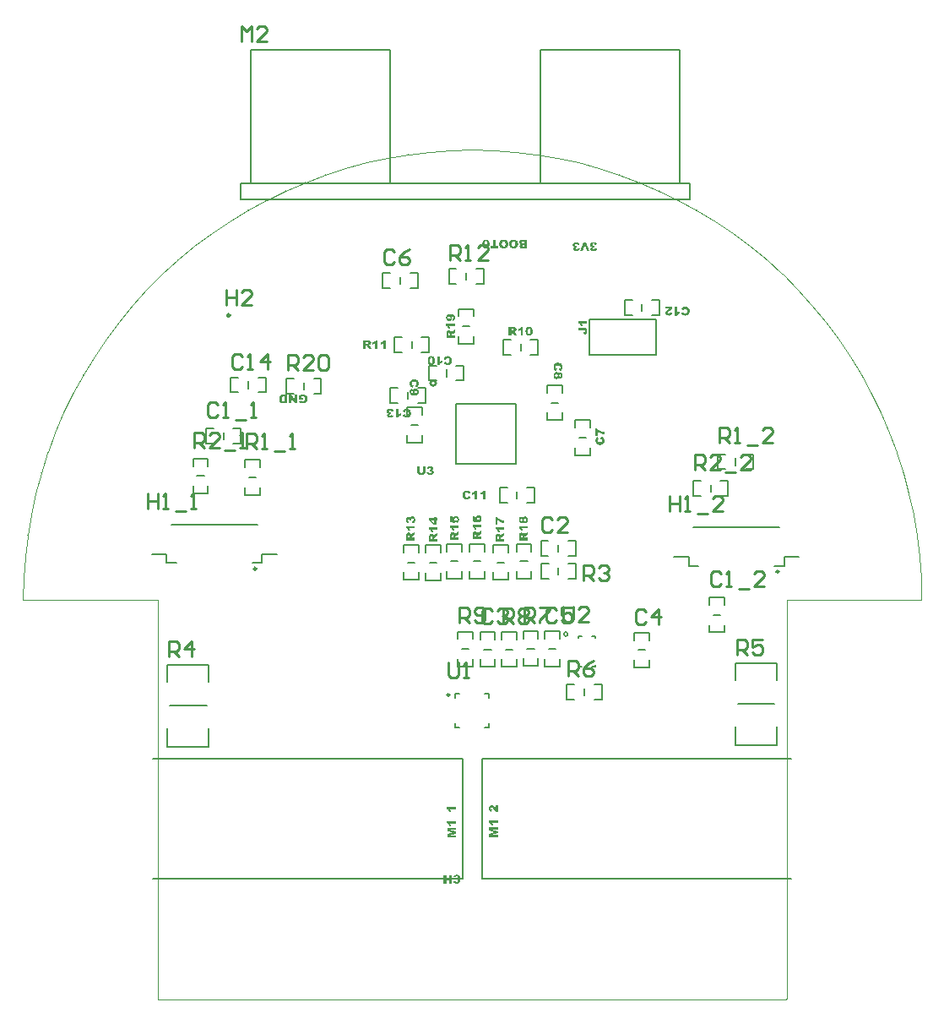
<source format=gto>
%FSLAX25Y25*%
%MOIN*%
G70*
G01*
G75*
G04 Layer_Color=65535*
G04:AMPARAMS|DCode=10|XSize=41.34mil|YSize=47.24mil|CornerRadius=10.34mil|HoleSize=0mil|Usage=FLASHONLY|Rotation=270.000|XOffset=0mil|YOffset=0mil|HoleType=Round|Shape=RoundedRectangle|*
%AMROUNDEDRECTD10*
21,1,0.04134,0.02658,0,0,270.0*
21,1,0.02067,0.04724,0,0,270.0*
1,1,0.02067,-0.01329,-0.01034*
1,1,0.02067,-0.01329,0.01034*
1,1,0.02067,0.01329,0.01034*
1,1,0.02067,0.01329,-0.01034*
%
%ADD10ROUNDEDRECTD10*%
G04:AMPARAMS|DCode=11|XSize=21.65mil|YSize=39.37mil|CornerRadius=5.41mil|HoleSize=0mil|Usage=FLASHONLY|Rotation=270.000|XOffset=0mil|YOffset=0mil|HoleType=Round|Shape=RoundedRectangle|*
%AMROUNDEDRECTD11*
21,1,0.02165,0.02854,0,0,270.0*
21,1,0.01083,0.03937,0,0,270.0*
1,1,0.01083,-0.01427,-0.00541*
1,1,0.01083,-0.01427,0.00541*
1,1,0.01083,0.01427,0.00541*
1,1,0.01083,0.01427,-0.00541*
%
%ADD11ROUNDEDRECTD11*%
G04:AMPARAMS|DCode=12|XSize=41.34mil|YSize=47.24mil|CornerRadius=10.34mil|HoleSize=0mil|Usage=FLASHONLY|Rotation=180.000|XOffset=0mil|YOffset=0mil|HoleType=Round|Shape=RoundedRectangle|*
%AMROUNDEDRECTD12*
21,1,0.04134,0.02658,0,0,180.0*
21,1,0.02067,0.04724,0,0,180.0*
1,1,0.02067,-0.01034,0.01329*
1,1,0.02067,0.01034,0.01329*
1,1,0.02067,0.01034,-0.01329*
1,1,0.02067,-0.01034,-0.01329*
%
%ADD12ROUNDEDRECTD12*%
%ADD13R,0.03189X0.06299*%
%ADD14R,0.08268X0.11811*%
%ADD15R,0.07087X0.07087*%
%ADD16O,0.00984X0.03543*%
%ADD17O,0.03543X0.00984*%
G04:AMPARAMS|DCode=18|XSize=145.67mil|YSize=59.06mil|CornerRadius=14.76mil|HoleSize=0mil|Usage=FLASHONLY|Rotation=180.000|XOffset=0mil|YOffset=0mil|HoleType=Round|Shape=RoundedRectangle|*
%AMROUNDEDRECTD18*
21,1,0.14567,0.02953,0,0,180.0*
21,1,0.11614,0.05906,0,0,180.0*
1,1,0.02953,-0.05807,0.01476*
1,1,0.02953,0.05807,0.01476*
1,1,0.02953,0.05807,-0.01476*
1,1,0.02953,-0.05807,-0.01476*
%
%ADD18ROUNDEDRECTD18*%
G04:AMPARAMS|DCode=19|XSize=98.43mil|YSize=196.85mil|CornerRadius=24.61mil|HoleSize=0mil|Usage=FLASHONLY|Rotation=180.000|XOffset=0mil|YOffset=0mil|HoleType=Round|Shape=RoundedRectangle|*
%AMROUNDEDRECTD19*
21,1,0.09843,0.14764,0,0,180.0*
21,1,0.04921,0.19685,0,0,180.0*
1,1,0.04921,-0.02461,0.07382*
1,1,0.04921,0.02461,0.07382*
1,1,0.04921,0.02461,-0.07382*
1,1,0.04921,-0.02461,-0.07382*
%
%ADD19ROUNDEDRECTD19*%
%ADD20C,0.05906*%
G04:AMPARAMS|DCode=21|XSize=11.81mil|YSize=47.24mil|CornerRadius=2.95mil|HoleSize=0mil|Usage=FLASHONLY|Rotation=180.000|XOffset=0mil|YOffset=0mil|HoleType=Round|Shape=RoundedRectangle|*
%AMROUNDEDRECTD21*
21,1,0.01181,0.04134,0,0,180.0*
21,1,0.00591,0.04724,0,0,180.0*
1,1,0.00591,-0.00295,0.02067*
1,1,0.00591,0.00295,0.02067*
1,1,0.00591,0.00295,-0.02067*
1,1,0.00591,-0.00295,-0.02067*
%
%ADD21ROUNDEDRECTD21*%
G04:AMPARAMS|DCode=22|XSize=11.81mil|YSize=47.24mil|CornerRadius=2.95mil|HoleSize=0mil|Usage=FLASHONLY|Rotation=90.000|XOffset=0mil|YOffset=0mil|HoleType=Round|Shape=RoundedRectangle|*
%AMROUNDEDRECTD22*
21,1,0.01181,0.04134,0,0,90.0*
21,1,0.00591,0.04724,0,0,90.0*
1,1,0.00591,0.02067,0.00295*
1,1,0.00591,0.02067,-0.00295*
1,1,0.00591,-0.02067,-0.00295*
1,1,0.00591,-0.02067,0.00295*
%
%ADD22ROUNDEDRECTD22*%
%ADD23C,0.01575*%
%ADD24C,0.00787*%
%ADD25C,0.01181*%
%ADD26C,0.01969*%
%ADD27C,0.03150*%
%ADD28C,0.02362*%
%ADD29C,0.02756*%
%ADD30C,0.00394*%
%ADD31C,0.00394*%
%ADD32O,0.06299X0.07087*%
G04:AMPARAMS|DCode=33|XSize=37.4mil|YSize=37.4mil|CornerRadius=9.35mil|HoleSize=0mil|Usage=FLASHONLY|Rotation=180.000|XOffset=0mil|YOffset=0mil|HoleType=Round|Shape=RoundedRectangle|*
%AMROUNDEDRECTD33*
21,1,0.03740,0.01870,0,0,180.0*
21,1,0.01870,0.03740,0,0,180.0*
1,1,0.01870,-0.00935,0.00935*
1,1,0.01870,0.00935,0.00935*
1,1,0.01870,0.00935,-0.00935*
1,1,0.01870,-0.00935,-0.00935*
%
%ADD33ROUNDEDRECTD33*%
%ADD34C,0.03740*%
%ADD35C,0.02362*%
%ADD36C,0.03937*%
%ADD37C,0.01969*%
%ADD38C,0.00984*%
%ADD39C,0.01000*%
G36*
X21654Y296017D02*
X19642D01*
X19611Y296024D01*
X19568D01*
X19524Y296030D01*
X19413Y296048D01*
X19289Y296079D01*
X19165Y296123D01*
X19048Y296184D01*
X18936Y296265D01*
X18930D01*
X18924Y296277D01*
X18893Y296308D01*
X18849Y296358D01*
X18800Y296432D01*
X18757Y296519D01*
X18713Y296618D01*
X18682Y296735D01*
X18670Y296797D01*
Y296865D01*
Y296871D01*
Y296878D01*
Y296915D01*
X18682Y296971D01*
X18695Y297039D01*
X18720Y297119D01*
X18750Y297206D01*
X18800Y297292D01*
X18862Y297379D01*
X18868Y297385D01*
X18887Y297404D01*
X18911Y297429D01*
X18955Y297460D01*
X19004Y297497D01*
X19066Y297534D01*
X19140Y297571D01*
X19227Y297608D01*
X19221D01*
X19208Y297614D01*
X19190D01*
X19165Y297627D01*
X19103Y297645D01*
X19023Y297676D01*
X18936Y297720D01*
X18843Y297775D01*
X18763Y297837D01*
X18688Y297912D01*
X18682Y297924D01*
X18664Y297949D01*
X18633Y297998D01*
X18602Y298060D01*
X18571Y298134D01*
X18540Y298227D01*
X18521Y298332D01*
X18515Y298450D01*
Y298462D01*
Y298493D01*
X18521Y298543D01*
X18528Y298605D01*
X18546Y298679D01*
X18565Y298760D01*
X18596Y298840D01*
X18639Y298920D01*
X18645Y298927D01*
X18664Y298958D01*
X18688Y298995D01*
X18726Y299038D01*
X18775Y299094D01*
X18837Y299149D01*
X18905Y299205D01*
X18980Y299255D01*
X18986D01*
X19004Y299267D01*
X19035Y299279D01*
X19079Y299298D01*
X19134Y299317D01*
X19202Y299335D01*
X19283Y299348D01*
X19376Y299366D01*
X19388D01*
X19407Y299372D01*
X19431D01*
X19493Y299378D01*
X19568Y299385D01*
X19648Y299397D01*
X19722Y299403D01*
X19790Y299410D01*
X21654D01*
Y296017D01*
D02*
G37*
G36*
X9236Y296853D02*
X10307D01*
Y296017D01*
X7119D01*
Y296853D01*
X8190D01*
Y299410D01*
X9236D01*
Y296853D01*
D02*
G37*
G36*
X21873Y182953D02*
X20840Y182390D01*
X20833Y182384D01*
X20809Y182371D01*
X20771Y182353D01*
X20734Y182328D01*
X20648Y182266D01*
X20610Y182229D01*
X20580Y182198D01*
X20573Y182192D01*
X20567Y182180D01*
X20555Y182155D01*
X20536Y182124D01*
X20524Y182087D01*
X20511Y182043D01*
X20505Y181994D01*
X20499Y181938D01*
Y181851D01*
X21873D01*
Y180799D01*
X18481D01*
Y182545D01*
Y182551D01*
Y182570D01*
Y182594D01*
Y182625D01*
Y182669D01*
X18487Y182712D01*
X18494Y182823D01*
X18500Y182941D01*
X18518Y183065D01*
X18537Y183182D01*
X18568Y183288D01*
X18574Y183300D01*
X18586Y183331D01*
X18605Y183380D01*
X18636Y183436D01*
X18679Y183504D01*
X18735Y183572D01*
X18797Y183641D01*
X18877Y183702D01*
X18890Y183709D01*
X18914Y183727D01*
X18964Y183752D01*
X19032Y183783D01*
X19113Y183814D01*
X19205Y183838D01*
X19311Y183857D01*
X19428Y183863D01*
X19478D01*
X19527Y183857D01*
X19595Y183851D01*
X19670Y183832D01*
X19750Y183814D01*
X19837Y183783D01*
X19917Y183739D01*
X19923Y183733D01*
X19948Y183721D01*
X19985Y183690D01*
X20035Y183653D01*
X20084Y183603D01*
X20140Y183548D01*
X20196Y183479D01*
X20245Y183405D01*
X20252Y183399D01*
X20258Y183380D01*
X20276Y183350D01*
X20295Y183312D01*
X20313Y183257D01*
X20338Y183195D01*
X20357Y183121D01*
X20381Y183040D01*
Y183046D01*
X20394Y183071D01*
X20406Y183102D01*
X20419Y183145D01*
X20462Y183232D01*
X20481Y183275D01*
X20505Y183312D01*
X20511Y183325D01*
X20524Y183337D01*
X20542Y183356D01*
X20567Y183380D01*
X20598Y183405D01*
X20635Y183442D01*
X20685Y183479D01*
X20691Y183486D01*
X20709Y183498D01*
X20734Y183517D01*
X20759Y183541D01*
X20833Y183591D01*
X20864Y183609D01*
X20895Y183628D01*
X21873Y184142D01*
Y182953D01*
D02*
G37*
G36*
Y185510D02*
X19620D01*
X19626Y185497D01*
X19651Y185473D01*
X19682Y185423D01*
X19725Y185368D01*
X19769Y185299D01*
X19818Y185219D01*
X19868Y185138D01*
X19911Y185058D01*
X19917Y185046D01*
X19930Y185021D01*
X19948Y184971D01*
X19973Y184909D01*
X20004Y184829D01*
X20041Y184742D01*
X20072Y184637D01*
X20109Y184519D01*
X19342D01*
Y184526D01*
X19335Y184538D01*
X19323Y184563D01*
X19317Y184600D01*
X19298Y184637D01*
X19280Y184687D01*
X19236Y184792D01*
X19181Y184909D01*
X19119Y185033D01*
X19051Y185157D01*
X18970Y185262D01*
Y185268D01*
X18958Y185275D01*
X18933Y185306D01*
X18883Y185355D01*
X18815Y185417D01*
X18741Y185485D01*
X18648Y185553D01*
X18543Y185621D01*
X18425Y185683D01*
Y186463D01*
X21873D01*
Y185510D01*
D02*
G37*
G36*
X5522Y299459D02*
X5559D01*
X5659Y299447D01*
X5770Y299434D01*
X5888Y299410D01*
X6005Y299372D01*
X6111Y299329D01*
X6123Y299323D01*
X6154Y299304D01*
X6203Y299273D01*
X6259Y299230D01*
X6333Y299174D01*
X6401Y299106D01*
X6476Y299026D01*
X6544Y298933D01*
X6550Y298927D01*
X6562Y298896D01*
X6587Y298858D01*
X6612Y298797D01*
X6643Y298728D01*
X6674Y298642D01*
X6705Y298537D01*
X6729Y298425D01*
Y298419D01*
Y298413D01*
X6736Y298394D01*
X6742Y298370D01*
X6748Y298301D01*
X6760Y298209D01*
X6773Y298103D01*
X6785Y297980D01*
X6791Y297843D01*
X6797Y297701D01*
Y297689D01*
Y297658D01*
Y297608D01*
X6791Y297546D01*
X6785Y297466D01*
X6779Y297373D01*
X6767Y297274D01*
X6754Y297169D01*
X6711Y296946D01*
X6649Y296723D01*
X6612Y296618D01*
X6562Y296519D01*
X6513Y296432D01*
X6451Y296352D01*
X6445Y296345D01*
X6432Y296333D01*
X6414Y296314D01*
X6383Y296290D01*
X6346Y296259D01*
X6302Y296228D01*
X6247Y296191D01*
X6185Y296153D01*
X6117Y296123D01*
X6036Y296085D01*
X5949Y296055D01*
X5857Y296024D01*
X5751Y295999D01*
X5640Y295980D01*
X5516Y295968D01*
X5386Y295962D01*
X5331D01*
X5269Y295968D01*
X5188Y295974D01*
X5102Y295980D01*
X5009Y295999D01*
X4916Y296017D01*
X4829Y296048D01*
X4817Y296055D01*
X4792Y296061D01*
X4749Y296085D01*
X4699Y296110D01*
X4643Y296141D01*
X4581Y296178D01*
X4526Y296222D01*
X4470Y296271D01*
X4464Y296277D01*
X4445Y296296D01*
X4421Y296321D01*
X4390Y296358D01*
X4352Y296395D01*
X4315Y296444D01*
X4247Y296556D01*
X4241Y296562D01*
X4235Y296581D01*
X4216Y296612D01*
X4198Y296655D01*
X4179Y296704D01*
X4161Y296766D01*
X4136Y296828D01*
X4117Y296902D01*
Y296909D01*
X4111Y296921D01*
X4105Y296940D01*
X4099Y296971D01*
X4092Y297002D01*
X4086Y297045D01*
X4068Y297144D01*
X4049Y297262D01*
X4031Y297392D01*
X4024Y297540D01*
X4018Y297689D01*
Y297701D01*
Y297732D01*
Y297775D01*
X4024Y297837D01*
X4031Y297918D01*
X4037Y298004D01*
X4043Y298097D01*
X4055Y298202D01*
X4092Y298425D01*
X4148Y298648D01*
X4185Y298753D01*
X4229Y298858D01*
X4278Y298951D01*
X4334Y299038D01*
X4340Y299044D01*
X4346Y299057D01*
X4365Y299075D01*
X4396Y299106D01*
X4433Y299137D01*
X4476Y299174D01*
X4526Y299211D01*
X4588Y299249D01*
X4656Y299292D01*
X4736Y299329D01*
X4823Y299366D01*
X4922Y299397D01*
X5027Y299428D01*
X5145Y299447D01*
X5275Y299459D01*
X5411Y299465D01*
X5485D01*
X5522Y299459D01*
D02*
G37*
G36*
X-69144Y234895D02*
X-70116D01*
X-71404Y236777D01*
Y234895D01*
X-72394D01*
Y238287D01*
X-71404D01*
X-70129Y236418D01*
Y238287D01*
X-69144D01*
Y234895D01*
D02*
G37*
G36*
X16448Y299459D02*
X16503Y299453D01*
X16565D01*
X16640Y299440D01*
X16788Y299422D01*
X16943Y299391D01*
X17104Y299348D01*
X17252Y299286D01*
X17259D01*
X17271Y299279D01*
X17290Y299267D01*
X17314Y299249D01*
X17382Y299205D01*
X17469Y299143D01*
X17568Y299069D01*
X17667Y298964D01*
X17772Y298846D01*
X17865Y298710D01*
Y298704D01*
X17878Y298691D01*
X17884Y298667D01*
X17902Y298636D01*
X17921Y298599D01*
X17940Y298555D01*
X17958Y298499D01*
X17977Y298438D01*
X18001Y298370D01*
X18020Y298295D01*
X18039Y298215D01*
X18057Y298122D01*
X18082Y297930D01*
X18094Y297720D01*
Y297707D01*
Y297682D01*
X18088Y297639D01*
Y297583D01*
X18082Y297515D01*
X18069Y297435D01*
X18057Y297342D01*
X18039Y297249D01*
X18014Y297144D01*
X17983Y297039D01*
X17946Y296933D01*
X17902Y296822D01*
X17847Y296717D01*
X17785Y296612D01*
X17717Y296519D01*
X17636Y296426D01*
X17630Y296420D01*
X17612Y296407D01*
X17587Y296382D01*
X17550Y296352D01*
X17500Y296321D01*
X17444Y296277D01*
X17376Y296234D01*
X17302Y296191D01*
X17215Y296147D01*
X17116Y296110D01*
X17011Y296067D01*
X16893Y296036D01*
X16770Y296005D01*
X16633Y295980D01*
X16491Y295968D01*
X16342Y295962D01*
X16262D01*
X16206Y295968D01*
X16132Y295974D01*
X16052Y295986D01*
X15959Y295999D01*
X15866Y296017D01*
X15761Y296042D01*
X15655Y296073D01*
X15544Y296110D01*
X15439Y296153D01*
X15334Y296209D01*
X15228Y296271D01*
X15135Y296339D01*
X15043Y296420D01*
X15036Y296426D01*
X15024Y296438D01*
X14999Y296469D01*
X14968Y296500D01*
X14937Y296550D01*
X14894Y296605D01*
X14851Y296673D01*
X14807Y296748D01*
X14764Y296834D01*
X14727Y296927D01*
X14684Y297032D01*
X14653Y297144D01*
X14622Y297268D01*
X14597Y297398D01*
X14585Y297540D01*
X14578Y297689D01*
Y297695D01*
Y297713D01*
Y297744D01*
Y297788D01*
X14585Y297837D01*
X14591Y297899D01*
X14597Y297961D01*
X14603Y298035D01*
X14628Y298190D01*
X14665Y298351D01*
X14715Y298512D01*
X14783Y298667D01*
Y298673D01*
X14789Y298685D01*
X14801Y298704D01*
X14820Y298728D01*
X14863Y298797D01*
X14931Y298883D01*
X15012Y298976D01*
X15111Y299075D01*
X15222Y299168D01*
X15358Y299255D01*
X15364D01*
X15377Y299261D01*
X15395Y299273D01*
X15426Y299286D01*
X15463Y299304D01*
X15507Y299323D01*
X15556Y299341D01*
X15618Y299360D01*
X15686Y299378D01*
X15755Y299397D01*
X15915Y299434D01*
X16101Y299459D01*
X16305Y299465D01*
X16398D01*
X16448Y299459D01*
D02*
G37*
G36*
X12499D02*
X12554Y299453D01*
X12616D01*
X12690Y299440D01*
X12839Y299422D01*
X12994Y299391D01*
X13155Y299348D01*
X13303Y299286D01*
X13309D01*
X13322Y299279D01*
X13340Y299267D01*
X13365Y299249D01*
X13433Y299205D01*
X13520Y299143D01*
X13619Y299069D01*
X13718Y298964D01*
X13823Y298846D01*
X13916Y298710D01*
Y298704D01*
X13928Y298691D01*
X13935Y298667D01*
X13953Y298636D01*
X13972Y298599D01*
X13990Y298555D01*
X14009Y298499D01*
X14028Y298438D01*
X14052Y298370D01*
X14071Y298295D01*
X14089Y298215D01*
X14108Y298122D01*
X14133Y297930D01*
X14145Y297720D01*
Y297707D01*
Y297682D01*
X14139Y297639D01*
Y297583D01*
X14133Y297515D01*
X14120Y297435D01*
X14108Y297342D01*
X14089Y297249D01*
X14065Y297144D01*
X14034Y297039D01*
X13996Y296933D01*
X13953Y296822D01*
X13897Y296717D01*
X13836Y296612D01*
X13768Y296519D01*
X13687Y296426D01*
X13681Y296420D01*
X13662Y296407D01*
X13637Y296382D01*
X13600Y296352D01*
X13551Y296321D01*
X13495Y296277D01*
X13427Y296234D01*
X13353Y296191D01*
X13266Y296147D01*
X13167Y296110D01*
X13062Y296067D01*
X12944Y296036D01*
X12820Y296005D01*
X12684Y295980D01*
X12542Y295968D01*
X12393Y295962D01*
X12313D01*
X12257Y295968D01*
X12183Y295974D01*
X12102Y295986D01*
X12009Y295999D01*
X11917Y296017D01*
X11811Y296042D01*
X11706Y296073D01*
X11595Y296110D01*
X11490Y296153D01*
X11384Y296209D01*
X11279Y296271D01*
X11186Y296339D01*
X11093Y296420D01*
X11087Y296426D01*
X11075Y296438D01*
X11050Y296469D01*
X11019Y296500D01*
X10988Y296550D01*
X10945Y296605D01*
X10902Y296673D01*
X10858Y296748D01*
X10815Y296834D01*
X10778Y296927D01*
X10734Y297032D01*
X10703Y297144D01*
X10672Y297268D01*
X10648Y297398D01*
X10635Y297540D01*
X10629Y297689D01*
Y297695D01*
Y297713D01*
Y297744D01*
Y297788D01*
X10635Y297837D01*
X10642Y297899D01*
X10648Y297961D01*
X10654Y298035D01*
X10679Y298190D01*
X10716Y298351D01*
X10765Y298512D01*
X10833Y298667D01*
Y298673D01*
X10840Y298685D01*
X10852Y298704D01*
X10871Y298728D01*
X10914Y298797D01*
X10982Y298883D01*
X11062Y298976D01*
X11162Y299075D01*
X11273Y299168D01*
X11409Y299255D01*
X11415D01*
X11428Y299261D01*
X11446Y299273D01*
X11477Y299286D01*
X11514Y299304D01*
X11558Y299323D01*
X11607Y299341D01*
X11669Y299360D01*
X11737Y299378D01*
X11805Y299397D01*
X11966Y299434D01*
X12152Y299459D01*
X12356Y299465D01*
X12449D01*
X12499Y299459D01*
D02*
G37*
G36*
X46303Y295033D02*
X45207D01*
X44446Y297478D01*
X43690Y295033D01*
X42626D01*
X43889Y298425D01*
X45021D01*
X46303Y295033D01*
D02*
G37*
G36*
X-37332Y256347D02*
X-38286D01*
Y258600D01*
X-38298Y258594D01*
X-38323Y258569D01*
X-38372Y258538D01*
X-38428Y258495D01*
X-38496Y258452D01*
X-38576Y258402D01*
X-38657Y258352D01*
X-38737Y258309D01*
X-38750Y258303D01*
X-38775Y258291D01*
X-38824Y258272D01*
X-38886Y258247D01*
X-38967Y258216D01*
X-39053Y258179D01*
X-39158Y258148D01*
X-39276Y258111D01*
Y258879D01*
X-39270D01*
X-39257Y258885D01*
X-39233Y258897D01*
X-39195Y258903D01*
X-39158Y258922D01*
X-39109Y258941D01*
X-39004Y258984D01*
X-38886Y259040D01*
X-38762Y259102D01*
X-38638Y259170D01*
X-38533Y259250D01*
X-38527D01*
X-38521Y259262D01*
X-38490Y259287D01*
X-38440Y259337D01*
X-38378Y259405D01*
X-38310Y259479D01*
X-38242Y259572D01*
X-38174Y259677D01*
X-38112Y259795D01*
X-37332D01*
Y256347D01*
D02*
G37*
G36*
X-41083Y259733D02*
X-40972Y259727D01*
X-40854Y259720D01*
X-40731Y259702D01*
X-40613Y259683D01*
X-40508Y259652D01*
X-40495Y259646D01*
X-40464Y259634D01*
X-40415Y259615D01*
X-40359Y259584D01*
X-40291Y259541D01*
X-40223Y259485D01*
X-40155Y259423D01*
X-40093Y259343D01*
X-40087Y259331D01*
X-40068Y259306D01*
X-40044Y259256D01*
X-40013Y259188D01*
X-39982Y259108D01*
X-39957Y259015D01*
X-39938Y258910D01*
X-39932Y258792D01*
Y258780D01*
Y258742D01*
X-39938Y258693D01*
X-39944Y258625D01*
X-39963Y258551D01*
X-39982Y258470D01*
X-40013Y258383D01*
X-40056Y258303D01*
X-40062Y258297D01*
X-40075Y258272D01*
X-40105Y258235D01*
X-40143Y258185D01*
X-40192Y258136D01*
X-40248Y258080D01*
X-40316Y258024D01*
X-40390Y257975D01*
X-40396Y257969D01*
X-40415Y257962D01*
X-40446Y257944D01*
X-40483Y257925D01*
X-40539Y257907D01*
X-40601Y257882D01*
X-40675Y257863D01*
X-40755Y257839D01*
X-40749D01*
X-40724Y257826D01*
X-40694Y257814D01*
X-40650Y257802D01*
X-40563Y257758D01*
X-40520Y257740D01*
X-40483Y257715D01*
X-40471Y257709D01*
X-40458Y257696D01*
X-40440Y257678D01*
X-40415Y257653D01*
X-40390Y257622D01*
X-40353Y257585D01*
X-40316Y257535D01*
X-40310Y257529D01*
X-40297Y257511D01*
X-40279Y257486D01*
X-40254Y257461D01*
X-40205Y257387D01*
X-40186Y257356D01*
X-40167Y257325D01*
X-39654Y256347D01*
X-40842D01*
X-41405Y257381D01*
X-41412Y257387D01*
X-41424Y257412D01*
X-41442Y257449D01*
X-41467Y257486D01*
X-41529Y257573D01*
X-41566Y257610D01*
X-41597Y257641D01*
X-41603Y257647D01*
X-41616Y257653D01*
X-41640Y257665D01*
X-41671Y257684D01*
X-41709Y257696D01*
X-41752Y257709D01*
X-41802Y257715D01*
X-41857Y257721D01*
X-41944D01*
Y256347D01*
X-42996D01*
Y259739D01*
X-41127D01*
X-41083Y259733D01*
D02*
G37*
G36*
X22576Y265033D02*
X22657Y265027D01*
X22743Y265021D01*
X22836Y265002D01*
X22929Y264984D01*
X23016Y264952D01*
X23028Y264946D01*
X23053Y264940D01*
X23096Y264915D01*
X23146Y264891D01*
X23202Y264860D01*
X23264Y264823D01*
X23319Y264779D01*
X23375Y264730D01*
X23381Y264723D01*
X23400Y264705D01*
X23424Y264680D01*
X23455Y264643D01*
X23493Y264606D01*
X23530Y264556D01*
X23598Y264445D01*
X23604Y264439D01*
X23610Y264420D01*
X23629Y264389D01*
X23647Y264346D01*
X23666Y264296D01*
X23684Y264234D01*
X23709Y264173D01*
X23728Y264098D01*
Y264092D01*
X23734Y264080D01*
X23740Y264061D01*
X23746Y264030D01*
X23753Y263999D01*
X23759Y263956D01*
X23777Y263857D01*
X23796Y263739D01*
X23814Y263609D01*
X23821Y263461D01*
X23827Y263312D01*
Y263300D01*
Y263269D01*
Y263226D01*
X23821Y263164D01*
X23814Y263083D01*
X23808Y262997D01*
X23802Y262904D01*
X23790Y262798D01*
X23753Y262576D01*
X23697Y262353D01*
X23660Y262247D01*
X23616Y262142D01*
X23567Y262049D01*
X23511Y261963D01*
X23505Y261957D01*
X23499Y261944D01*
X23480Y261926D01*
X23449Y261895D01*
X23412Y261864D01*
X23369Y261827D01*
X23319Y261789D01*
X23257Y261752D01*
X23189Y261709D01*
X23109Y261672D01*
X23022Y261635D01*
X22923Y261604D01*
X22818Y261573D01*
X22700Y261554D01*
X22570Y261542D01*
X22434Y261536D01*
X22360D01*
X22323Y261542D01*
X22285D01*
X22186Y261554D01*
X22075Y261567D01*
X21957Y261591D01*
X21840Y261629D01*
X21734Y261672D01*
X21722Y261678D01*
X21691Y261697D01*
X21642Y261727D01*
X21586Y261771D01*
X21512Y261827D01*
X21444Y261895D01*
X21369Y261975D01*
X21301Y262068D01*
X21295Y262074D01*
X21283Y262105D01*
X21258Y262142D01*
X21233Y262204D01*
X21202Y262272D01*
X21171Y262359D01*
X21140Y262464D01*
X21115Y262576D01*
Y262582D01*
Y262588D01*
X21109Y262607D01*
X21103Y262631D01*
X21097Y262699D01*
X21085Y262792D01*
X21072Y262897D01*
X21060Y263021D01*
X21054Y263157D01*
X21047Y263300D01*
Y263312D01*
Y263343D01*
Y263393D01*
X21054Y263455D01*
X21060Y263535D01*
X21066Y263628D01*
X21078Y263727D01*
X21091Y263832D01*
X21134Y264055D01*
X21196Y264278D01*
X21233Y264383D01*
X21283Y264482D01*
X21332Y264569D01*
X21394Y264649D01*
X21400Y264655D01*
X21413Y264668D01*
X21431Y264686D01*
X21462Y264711D01*
X21499Y264742D01*
X21543Y264773D01*
X21598Y264810D01*
X21660Y264847D01*
X21728Y264878D01*
X21809Y264915D01*
X21895Y264946D01*
X21988Y264977D01*
X22094Y265002D01*
X22205Y265021D01*
X22329Y265033D01*
X22459Y265039D01*
X22514D01*
X22576Y265033D01*
D02*
G37*
G36*
X-34169Y256347D02*
X-35122D01*
Y258600D01*
X-35135Y258594D01*
X-35160Y258569D01*
X-35209Y258538D01*
X-35265Y258495D01*
X-35333Y258452D01*
X-35413Y258402D01*
X-35494Y258352D01*
X-35574Y258309D01*
X-35587Y258303D01*
X-35612Y258291D01*
X-35661Y258272D01*
X-35723Y258247D01*
X-35803Y258216D01*
X-35890Y258179D01*
X-35995Y258148D01*
X-36113Y258111D01*
Y258879D01*
X-36107D01*
X-36094Y258885D01*
X-36070Y258897D01*
X-36032Y258903D01*
X-35995Y258922D01*
X-35946Y258941D01*
X-35840Y258984D01*
X-35723Y259040D01*
X-35599Y259102D01*
X-35475Y259170D01*
X-35370Y259250D01*
X-35364D01*
X-35358Y259262D01*
X-35327Y259287D01*
X-35277Y259337D01*
X-35215Y259405D01*
X-35147Y259479D01*
X-35079Y259572D01*
X-35011Y259677D01*
X-34949Y259795D01*
X-34169D01*
Y256347D01*
D02*
G37*
G36*
X47993Y298475D02*
X48042D01*
X48141Y298468D01*
X48259Y298456D01*
X48382Y298438D01*
X48500Y298413D01*
X48612Y298376D01*
X48624Y298370D01*
X48655Y298357D01*
X48704Y298332D01*
X48766Y298295D01*
X48834Y298252D01*
X48909Y298196D01*
X48983Y298134D01*
X49051Y298060D01*
X49057Y298048D01*
X49082Y298023D01*
X49113Y297979D01*
X49150Y297918D01*
X49193Y297837D01*
X49231Y297750D01*
X49274Y297645D01*
X49311Y297534D01*
X48370Y297404D01*
Y297416D01*
X48358Y297447D01*
X48345Y297497D01*
X48327Y297559D01*
X48277Y297689D01*
X48240Y297750D01*
X48203Y297800D01*
X48197Y297806D01*
X48184Y297819D01*
X48153Y297831D01*
X48123Y297849D01*
X48079Y297874D01*
X48024Y297887D01*
X47968Y297899D01*
X47900Y297905D01*
X47869D01*
X47832Y297899D01*
X47788Y297887D01*
X47739Y297874D01*
X47683Y297849D01*
X47633Y297812D01*
X47584Y297769D01*
X47578Y297763D01*
X47565Y297744D01*
X47541Y297713D01*
X47516Y297670D01*
X47497Y297621D01*
X47473Y297552D01*
X47460Y297478D01*
X47454Y297398D01*
Y297385D01*
Y297360D01*
X47460Y297317D01*
X47466Y297262D01*
X47485Y297206D01*
X47504Y297144D01*
X47534Y297088D01*
X47578Y297032D01*
X47584Y297026D01*
X47603Y297014D01*
X47627Y296989D01*
X47664Y296964D01*
X47714Y296946D01*
X47770Y296921D01*
X47838Y296909D01*
X47912Y296902D01*
X47955D01*
X47993Y296909D01*
X48036Y296915D01*
X48085Y296927D01*
X48147Y296940D01*
X48215Y296958D01*
X48172Y296290D01*
X48129D01*
X48085Y296296D01*
X48017D01*
X47980Y296290D01*
X47937Y296284D01*
X47894Y296271D01*
X47838Y296246D01*
X47788Y296222D01*
X47739Y296184D01*
X47733Y296178D01*
X47720Y296166D01*
X47695Y296141D01*
X47671Y296104D01*
X47652Y296067D01*
X47627Y296017D01*
X47615Y295962D01*
X47609Y295906D01*
Y295900D01*
Y295881D01*
X47615Y295850D01*
X47621Y295819D01*
X47633Y295776D01*
X47646Y295739D01*
X47671Y295695D01*
X47702Y295658D01*
X47708Y295652D01*
X47720Y295646D01*
X47739Y295627D01*
X47770Y295609D01*
X47807Y295596D01*
X47850Y295578D01*
X47900Y295572D01*
X47962Y295565D01*
X47986D01*
X48017Y295572D01*
X48061Y295578D01*
X48104Y295590D01*
X48147Y295609D01*
X48191Y295634D01*
X48234Y295671D01*
X48240Y295677D01*
X48252Y295689D01*
X48265Y295714D01*
X48290Y295751D01*
X48308Y295801D01*
X48333Y295856D01*
X48352Y295931D01*
X48370Y296017D01*
X49262Y295863D01*
Y295856D01*
X49255Y295844D01*
X49249Y295819D01*
X49243Y295795D01*
X49224Y295757D01*
X49212Y295714D01*
X49169Y295621D01*
X49113Y295516D01*
X49039Y295405D01*
X48952Y295299D01*
X48841Y295206D01*
X48834D01*
X48828Y295194D01*
X48810Y295188D01*
X48779Y295169D01*
X48748Y295151D01*
X48711Y295132D01*
X48661Y295113D01*
X48605Y295089D01*
X48550Y295070D01*
X48482Y295052D01*
X48407Y295033D01*
X48327Y295015D01*
X48240Y294996D01*
X48147Y294990D01*
X47943Y294977D01*
X47881D01*
X47832Y294984D01*
X47776D01*
X47714Y294990D01*
X47646Y294996D01*
X47572Y295008D01*
X47411Y295039D01*
X47256Y295083D01*
X47101Y295145D01*
X47039Y295182D01*
X46977Y295225D01*
X46971D01*
X46965Y295237D01*
X46928Y295268D01*
X46885Y295324D01*
X46829Y295398D01*
X46773Y295485D01*
X46724Y295590D01*
X46693Y295714D01*
X46687Y295782D01*
X46680Y295850D01*
Y295863D01*
Y295887D01*
X46687Y295931D01*
X46693Y295980D01*
X46711Y296042D01*
X46730Y296110D01*
X46761Y296178D01*
X46804Y296246D01*
X46810Y296252D01*
X46829Y296277D01*
X46854Y296308D01*
X46891Y296352D01*
X46940Y296395D01*
X47002Y296451D01*
X47076Y296506D01*
X47163Y296556D01*
X47157D01*
X47132Y296562D01*
X47095Y296574D01*
X47052Y296587D01*
X46959Y296624D01*
X46909Y296642D01*
X46866Y296667D01*
X46860Y296673D01*
X46841Y296686D01*
X46810Y296711D01*
X46773Y296742D01*
X46730Y296779D01*
X46687Y296828D01*
X46643Y296884D01*
X46606Y296946D01*
X46600Y296952D01*
X46587Y296977D01*
X46575Y297014D01*
X46556Y297057D01*
X46538Y297119D01*
X46519Y297187D01*
X46513Y297262D01*
X46507Y297348D01*
Y297354D01*
Y297360D01*
Y297398D01*
X46513Y297453D01*
X46525Y297528D01*
X46544Y297621D01*
X46575Y297713D01*
X46612Y297812D01*
X46668Y297918D01*
X46674Y297930D01*
X46699Y297961D01*
X46730Y298010D01*
X46779Y298072D01*
X46847Y298141D01*
X46922Y298209D01*
X47008Y298277D01*
X47114Y298339D01*
X47120D01*
X47126Y298345D01*
X47144Y298351D01*
X47169Y298363D01*
X47194Y298370D01*
X47231Y298382D01*
X47318Y298407D01*
X47429Y298438D01*
X47559Y298456D01*
X47714Y298475D01*
X47881Y298481D01*
X47955D01*
X47993Y298475D01*
D02*
G37*
G36*
X41140D02*
X41190D01*
X41289Y298468D01*
X41406Y298456D01*
X41530Y298438D01*
X41648Y298413D01*
X41759Y298376D01*
X41772Y298370D01*
X41803Y298357D01*
X41852Y298332D01*
X41914Y298295D01*
X41982Y298252D01*
X42056Y298196D01*
X42131Y298134D01*
X42199Y298060D01*
X42205Y298048D01*
X42230Y298023D01*
X42261Y297979D01*
X42298Y297918D01*
X42341Y297837D01*
X42378Y297750D01*
X42422Y297645D01*
X42459Y297534D01*
X41518Y297404D01*
Y297416D01*
X41505Y297447D01*
X41493Y297497D01*
X41475Y297559D01*
X41425Y297689D01*
X41388Y297750D01*
X41351Y297800D01*
X41344Y297806D01*
X41332Y297819D01*
X41301Y297831D01*
X41270Y297849D01*
X41227Y297874D01*
X41171Y297887D01*
X41115Y297899D01*
X41047Y297905D01*
X41016D01*
X40979Y297899D01*
X40936Y297887D01*
X40886Y297874D01*
X40831Y297849D01*
X40781Y297812D01*
X40732Y297769D01*
X40725Y297763D01*
X40713Y297744D01*
X40688Y297713D01*
X40664Y297670D01*
X40645Y297621D01*
X40620Y297552D01*
X40608Y297478D01*
X40602Y297398D01*
Y297385D01*
Y297360D01*
X40608Y297317D01*
X40614Y297262D01*
X40633Y297206D01*
X40651Y297144D01*
X40682Y297088D01*
X40725Y297032D01*
X40732Y297026D01*
X40750Y297014D01*
X40775Y296989D01*
X40812Y296964D01*
X40862Y296946D01*
X40917Y296921D01*
X40986Y296909D01*
X41060Y296902D01*
X41103D01*
X41140Y296909D01*
X41184Y296915D01*
X41233Y296927D01*
X41295Y296940D01*
X41363Y296958D01*
X41320Y296290D01*
X41276D01*
X41233Y296296D01*
X41165D01*
X41128Y296290D01*
X41085Y296284D01*
X41041Y296271D01*
X40986Y296246D01*
X40936Y296222D01*
X40886Y296184D01*
X40880Y296178D01*
X40868Y296166D01*
X40843Y296141D01*
X40818Y296104D01*
X40800Y296067D01*
X40775Y296017D01*
X40763Y295962D01*
X40756Y295906D01*
Y295900D01*
Y295881D01*
X40763Y295850D01*
X40769Y295819D01*
X40781Y295776D01*
X40794Y295739D01*
X40818Y295695D01*
X40849Y295658D01*
X40856Y295652D01*
X40868Y295646D01*
X40886Y295627D01*
X40917Y295609D01*
X40955Y295596D01*
X40998Y295578D01*
X41047Y295572D01*
X41109Y295565D01*
X41134D01*
X41165Y295572D01*
X41208Y295578D01*
X41252Y295590D01*
X41295Y295609D01*
X41338Y295634D01*
X41382Y295671D01*
X41388Y295677D01*
X41400Y295689D01*
X41413Y295714D01*
X41437Y295751D01*
X41456Y295801D01*
X41481Y295856D01*
X41499Y295931D01*
X41518Y296017D01*
X42409Y295863D01*
Y295856D01*
X42403Y295844D01*
X42397Y295819D01*
X42391Y295795D01*
X42372Y295757D01*
X42360Y295714D01*
X42316Y295621D01*
X42261Y295516D01*
X42186Y295405D01*
X42100Y295299D01*
X41988Y295206D01*
X41982D01*
X41976Y295194D01*
X41957Y295188D01*
X41926Y295169D01*
X41895Y295151D01*
X41858Y295132D01*
X41809Y295113D01*
X41753Y295089D01*
X41697Y295070D01*
X41629Y295052D01*
X41555Y295033D01*
X41475Y295015D01*
X41388Y294996D01*
X41295Y294990D01*
X41091Y294977D01*
X41029D01*
X40979Y294984D01*
X40924D01*
X40862Y294990D01*
X40794Y294996D01*
X40719Y295008D01*
X40558Y295039D01*
X40404Y295083D01*
X40249Y295145D01*
X40187Y295182D01*
X40125Y295225D01*
X40119D01*
X40113Y295237D01*
X40075Y295268D01*
X40032Y295324D01*
X39977Y295398D01*
X39921Y295485D01*
X39871Y295590D01*
X39840Y295714D01*
X39834Y295782D01*
X39828Y295850D01*
Y295863D01*
Y295887D01*
X39834Y295931D01*
X39840Y295980D01*
X39859Y296042D01*
X39878Y296110D01*
X39908Y296178D01*
X39952Y296246D01*
X39958Y296252D01*
X39977Y296277D01*
X40001Y296308D01*
X40038Y296352D01*
X40088Y296395D01*
X40150Y296451D01*
X40224Y296506D01*
X40311Y296556D01*
X40305D01*
X40280Y296562D01*
X40243Y296574D01*
X40199Y296587D01*
X40106Y296624D01*
X40057Y296642D01*
X40014Y296667D01*
X40007Y296673D01*
X39989Y296686D01*
X39958Y296711D01*
X39921Y296742D01*
X39878Y296779D01*
X39834Y296828D01*
X39791Y296884D01*
X39754Y296946D01*
X39748Y296952D01*
X39735Y296977D01*
X39723Y297014D01*
X39704Y297057D01*
X39686Y297119D01*
X39667Y297187D01*
X39661Y297262D01*
X39655Y297348D01*
Y297354D01*
Y297360D01*
Y297398D01*
X39661Y297453D01*
X39673Y297528D01*
X39692Y297621D01*
X39723Y297713D01*
X39760Y297812D01*
X39816Y297918D01*
X39822Y297930D01*
X39847Y297961D01*
X39878Y298010D01*
X39927Y298072D01*
X39995Y298141D01*
X40069Y298209D01*
X40156Y298277D01*
X40261Y298339D01*
X40267D01*
X40274Y298345D01*
X40292Y298351D01*
X40317Y298363D01*
X40342Y298370D01*
X40379Y298382D01*
X40466Y298407D01*
X40577Y298438D01*
X40707Y298456D01*
X40862Y298475D01*
X41029Y298481D01*
X41103D01*
X41140Y298475D01*
D02*
G37*
G36*
X-16542Y210112D02*
X-16486D01*
X-16424Y210105D01*
X-16356Y210099D01*
X-16282Y210087D01*
X-16121Y210056D01*
X-15966Y210013D01*
X-15811Y209951D01*
X-15749Y209914D01*
X-15687Y209870D01*
X-15681D01*
X-15675Y209858D01*
X-15638Y209827D01*
X-15595Y209771D01*
X-15539Y209697D01*
X-15483Y209610D01*
X-15434Y209505D01*
X-15403Y209381D01*
X-15397Y209313D01*
X-15390Y209245D01*
Y209233D01*
Y209208D01*
X-15397Y209165D01*
X-15403Y209115D01*
X-15421Y209053D01*
X-15440Y208985D01*
X-15471Y208917D01*
X-15514Y208849D01*
X-15520Y208843D01*
X-15539Y208818D01*
X-15564Y208787D01*
X-15601Y208744D01*
X-15650Y208700D01*
X-15712Y208645D01*
X-15787Y208589D01*
X-15873Y208540D01*
X-15867D01*
X-15842Y208533D01*
X-15805Y208521D01*
X-15762Y208508D01*
X-15669Y208471D01*
X-15619Y208453D01*
X-15576Y208428D01*
X-15570Y208422D01*
X-15551Y208410D01*
X-15520Y208385D01*
X-15483Y208354D01*
X-15440Y208317D01*
X-15397Y208267D01*
X-15353Y208211D01*
X-15316Y208150D01*
X-15310Y208143D01*
X-15297Y208119D01*
X-15285Y208081D01*
X-15267Y208038D01*
X-15248Y207976D01*
X-15229Y207908D01*
X-15223Y207834D01*
X-15217Y207747D01*
Y207741D01*
Y207735D01*
Y207698D01*
X-15223Y207642D01*
X-15236Y207568D01*
X-15254Y207475D01*
X-15285Y207382D01*
X-15322Y207283D01*
X-15378Y207178D01*
X-15384Y207165D01*
X-15409Y207134D01*
X-15440Y207085D01*
X-15489Y207023D01*
X-15558Y206955D01*
X-15632Y206887D01*
X-15718Y206819D01*
X-15824Y206757D01*
X-15830D01*
X-15836Y206751D01*
X-15855Y206744D01*
X-15879Y206732D01*
X-15904Y206726D01*
X-15941Y206713D01*
X-16028Y206689D01*
X-16139Y206658D01*
X-16269Y206639D01*
X-16424Y206621D01*
X-16591Y206614D01*
X-16666D01*
X-16703Y206621D01*
X-16752D01*
X-16851Y206627D01*
X-16969Y206639D01*
X-17093Y206658D01*
X-17210Y206682D01*
X-17322Y206720D01*
X-17334Y206726D01*
X-17365Y206738D01*
X-17414Y206763D01*
X-17476Y206800D01*
X-17545Y206843D01*
X-17619Y206899D01*
X-17693Y206961D01*
X-17761Y207035D01*
X-17767Y207048D01*
X-17792Y207072D01*
X-17823Y207116D01*
X-17860Y207178D01*
X-17903Y207258D01*
X-17941Y207345D01*
X-17984Y207450D01*
X-18021Y207561D01*
X-17080Y207691D01*
Y207679D01*
X-17068Y207648D01*
X-17055Y207599D01*
X-17037Y207537D01*
X-16987Y207407D01*
X-16950Y207345D01*
X-16913Y207295D01*
X-16907Y207289D01*
X-16894Y207277D01*
X-16864Y207264D01*
X-16833Y207246D01*
X-16789Y207221D01*
X-16734Y207209D01*
X-16678Y207196D01*
X-16610Y207190D01*
X-16579D01*
X-16542Y207196D01*
X-16498Y207209D01*
X-16449Y207221D01*
X-16393Y207246D01*
X-16344Y207283D01*
X-16294Y207326D01*
X-16288Y207332D01*
X-16275Y207351D01*
X-16251Y207382D01*
X-16226Y207425D01*
X-16207Y207475D01*
X-16183Y207543D01*
X-16170Y207617D01*
X-16164Y207698D01*
Y207710D01*
Y207735D01*
X-16170Y207778D01*
X-16176Y207834D01*
X-16195Y207890D01*
X-16214Y207951D01*
X-16245Y208007D01*
X-16288Y208063D01*
X-16294Y208069D01*
X-16313Y208081D01*
X-16337Y208106D01*
X-16375Y208131D01*
X-16424Y208150D01*
X-16480Y208174D01*
X-16548Y208187D01*
X-16622Y208193D01*
X-16666D01*
X-16703Y208187D01*
X-16746Y208180D01*
X-16795Y208168D01*
X-16857Y208156D01*
X-16926Y208137D01*
X-16882Y208806D01*
X-16839D01*
X-16795Y208799D01*
X-16727D01*
X-16690Y208806D01*
X-16647Y208812D01*
X-16604Y208824D01*
X-16548Y208849D01*
X-16498Y208874D01*
X-16449Y208911D01*
X-16443Y208917D01*
X-16430Y208929D01*
X-16406Y208954D01*
X-16381Y208991D01*
X-16362Y209029D01*
X-16337Y209078D01*
X-16325Y209134D01*
X-16319Y209189D01*
Y209196D01*
Y209214D01*
X-16325Y209245D01*
X-16331Y209276D01*
X-16344Y209319D01*
X-16356Y209357D01*
X-16381Y209400D01*
X-16412Y209437D01*
X-16418Y209443D01*
X-16430Y209449D01*
X-16449Y209468D01*
X-16480Y209487D01*
X-16517Y209499D01*
X-16560Y209518D01*
X-16610Y209524D01*
X-16672Y209530D01*
X-16696D01*
X-16727Y209524D01*
X-16771Y209518D01*
X-16814Y209505D01*
X-16857Y209487D01*
X-16901Y209462D01*
X-16944Y209425D01*
X-16950Y209418D01*
X-16963Y209406D01*
X-16975Y209381D01*
X-17000Y209344D01*
X-17018Y209295D01*
X-17043Y209239D01*
X-17062Y209165D01*
X-17080Y209078D01*
X-17972Y209233D01*
Y209239D01*
X-17965Y209251D01*
X-17959Y209276D01*
X-17953Y209301D01*
X-17934Y209338D01*
X-17922Y209381D01*
X-17879Y209474D01*
X-17823Y209579D01*
X-17749Y209691D01*
X-17662Y209796D01*
X-17551Y209889D01*
X-17545D01*
X-17538Y209901D01*
X-17520Y209908D01*
X-17489Y209926D01*
X-17458Y209945D01*
X-17421Y209963D01*
X-17371Y209982D01*
X-17315Y210006D01*
X-17260Y210025D01*
X-17192Y210044D01*
X-17117Y210062D01*
X-17037Y210081D01*
X-16950Y210099D01*
X-16857Y210105D01*
X-16653Y210118D01*
X-16591D01*
X-16542Y210112D01*
D02*
G37*
G36*
X-18535Y208038D02*
Y208032D01*
Y208026D01*
Y207989D01*
X-18541Y207933D01*
X-18547Y207859D01*
X-18560Y207766D01*
X-18578Y207673D01*
X-18603Y207574D01*
X-18634Y207469D01*
X-18640Y207456D01*
X-18653Y207425D01*
X-18671Y207376D01*
X-18708Y207314D01*
X-18745Y207240D01*
X-18801Y207159D01*
X-18857Y207079D01*
X-18931Y207004D01*
X-18937Y206998D01*
X-18968Y206973D01*
X-19005Y206936D01*
X-19055Y206893D01*
X-19117Y206850D01*
X-19191Y206806D01*
X-19265Y206763D01*
X-19346Y206726D01*
X-19352D01*
X-19358Y206720D01*
X-19377Y206713D01*
X-19401Y206707D01*
X-19463Y206689D01*
X-19556Y206670D01*
X-19661Y206651D01*
X-19785Y206633D01*
X-19928Y206621D01*
X-20082Y206614D01*
X-20175D01*
X-20243Y206621D01*
X-20324D01*
X-20417Y206633D01*
X-20516Y206639D01*
X-20627Y206651D01*
X-20640D01*
X-20677Y206658D01*
X-20732Y206664D01*
X-20794Y206682D01*
X-20875Y206695D01*
X-20955Y206720D01*
X-21036Y206751D01*
X-21116Y206782D01*
X-21122Y206788D01*
X-21147Y206800D01*
X-21184Y206825D01*
X-21234Y206856D01*
X-21289Y206899D01*
X-21351Y206949D01*
X-21413Y207004D01*
X-21475Y207072D01*
X-21481Y207079D01*
X-21500Y207103D01*
X-21531Y207147D01*
X-21562Y207196D01*
X-21599Y207252D01*
X-21636Y207320D01*
X-21673Y207394D01*
X-21698Y207469D01*
Y207475D01*
X-21704Y207481D01*
Y207500D01*
X-21710Y207524D01*
X-21729Y207586D01*
X-21741Y207661D01*
X-21760Y207747D01*
X-21779Y207846D01*
X-21785Y207945D01*
X-21791Y208038D01*
Y210062D01*
X-20745D01*
Y207995D01*
Y207982D01*
Y207951D01*
X-20739Y207896D01*
X-20726Y207834D01*
X-20708Y207766D01*
X-20683Y207698D01*
X-20646Y207623D01*
X-20596Y207561D01*
X-20590Y207555D01*
X-20565Y207537D01*
X-20534Y207512D01*
X-20485Y207487D01*
X-20423Y207456D01*
X-20349Y207432D01*
X-20262Y207413D01*
X-20163Y207407D01*
X-20120D01*
X-20070Y207413D01*
X-20008Y207425D01*
X-19940Y207444D01*
X-19866Y207469D01*
X-19798Y207506D01*
X-19736Y207555D01*
X-19730Y207561D01*
X-19711Y207586D01*
X-19686Y207617D01*
X-19655Y207667D01*
X-19631Y207729D01*
X-19606Y207809D01*
X-19587Y207896D01*
X-19581Y207995D01*
Y210062D01*
X-18535D01*
Y208038D01*
D02*
G37*
G36*
X20976Y190258D02*
X21038Y190251D01*
X21112Y190233D01*
X21192Y190214D01*
X21273Y190183D01*
X21360Y190146D01*
X21372Y190140D01*
X21397Y190128D01*
X21434Y190103D01*
X21483Y190066D01*
X21539Y190022D01*
X21595Y189973D01*
X21650Y189917D01*
X21700Y189855D01*
X21706Y189849D01*
X21719Y189824D01*
X21737Y189787D01*
X21768Y189738D01*
X21793Y189676D01*
X21824Y189608D01*
X21848Y189521D01*
X21873Y189428D01*
Y189416D01*
X21879Y189385D01*
X21892Y189335D01*
X21898Y189267D01*
X21910Y189187D01*
X21923Y189094D01*
X21929Y188995D01*
Y188890D01*
Y188883D01*
Y188865D01*
Y188840D01*
Y188803D01*
X21923Y188753D01*
Y188704D01*
X21910Y188586D01*
X21898Y188450D01*
X21879Y188314D01*
X21848Y188178D01*
X21805Y188060D01*
X21799Y188048D01*
X21780Y188011D01*
X21749Y187961D01*
X21706Y187899D01*
X21657Y187831D01*
X21588Y187757D01*
X21514Y187689D01*
X21428Y187627D01*
X21415Y187621D01*
X21384Y187602D01*
X21335Y187583D01*
X21267Y187559D01*
X21186Y187528D01*
X21093Y187509D01*
X20988Y187491D01*
X20877Y187484D01*
X20827D01*
X20771Y187491D01*
X20697Y187503D01*
X20617Y187515D01*
X20536Y187540D01*
X20449Y187577D01*
X20369Y187621D01*
X20357Y187627D01*
X20332Y187645D01*
X20295Y187676D01*
X20252Y187726D01*
X20196Y187788D01*
X20146Y187856D01*
X20090Y187949D01*
X20047Y188048D01*
X20041Y188035D01*
X20029Y188011D01*
X20004Y187973D01*
X19973Y187924D01*
X19930Y187874D01*
X19886Y187819D01*
X19837Y187769D01*
X19787Y187726D01*
X19781Y187720D01*
X19750Y187707D01*
X19713Y187682D01*
X19657Y187658D01*
X19589Y187633D01*
X19509Y187608D01*
X19422Y187596D01*
X19329Y187590D01*
X19286D01*
X19261Y187596D01*
X19224Y187602D01*
X19181Y187608D01*
X19082Y187639D01*
X18976Y187689D01*
X18914Y187720D01*
X18859Y187757D01*
X18803Y187800D01*
X18741Y187856D01*
X18685Y187918D01*
X18636Y187986D01*
Y187992D01*
X18630Y187998D01*
X18617Y188017D01*
X18605Y188042D01*
X18586Y188073D01*
X18568Y188116D01*
X18549Y188159D01*
X18531Y188209D01*
X18494Y188326D01*
X18456Y188469D01*
X18432Y188630D01*
X18425Y188815D01*
Y188821D01*
Y188846D01*
Y188883D01*
X18432Y188927D01*
Y188982D01*
X18438Y189050D01*
X18444Y189119D01*
X18456Y189199D01*
X18487Y189360D01*
X18537Y189527D01*
X18599Y189688D01*
X18642Y189756D01*
X18685Y189824D01*
Y189831D01*
X18698Y189837D01*
X18735Y189874D01*
X18791Y189929D01*
X18865Y189991D01*
X18958Y190047D01*
X19069Y190103D01*
X19193Y190140D01*
X19261Y190146D01*
X19335Y190152D01*
X19373D01*
X19416Y190146D01*
X19471Y190134D01*
X19540Y190121D01*
X19614Y190097D01*
X19688Y190066D01*
X19762Y190022D01*
X19769Y190016D01*
X19787Y190004D01*
X19818Y189979D01*
X19855Y189948D01*
X19899Y189905D01*
X19942Y189849D01*
X19998Y189787D01*
X20047Y189713D01*
Y189719D01*
X20053Y189725D01*
X20072Y189756D01*
X20103Y189806D01*
X20140Y189868D01*
X20190Y189936D01*
X20252Y190004D01*
X20320Y190072D01*
X20400Y190128D01*
X20412Y190134D01*
X20437Y190146D01*
X20481Y190171D01*
X20542Y190196D01*
X20610Y190220D01*
X20697Y190245D01*
X20784Y190258D01*
X20883Y190264D01*
X20926D01*
X20976Y190258D01*
D02*
G37*
G36*
X-5292Y185704D02*
X-7545D01*
X-7539Y185691D01*
X-7514Y185667D01*
X-7483Y185617D01*
X-7440Y185561D01*
X-7397Y185493D01*
X-7347Y185413D01*
X-7298Y185332D01*
X-7254Y185252D01*
X-7248Y185239D01*
X-7236Y185215D01*
X-7217Y185165D01*
X-7192Y185103D01*
X-7162Y185023D01*
X-7124Y184936D01*
X-7093Y184831D01*
X-7056Y184713D01*
X-7824D01*
Y184719D01*
X-7830Y184732D01*
X-7842Y184757D01*
X-7849Y184794D01*
X-7867Y184831D01*
X-7886Y184880D01*
X-7929Y184986D01*
X-7985Y185103D01*
X-8047Y185227D01*
X-8115Y185351D01*
X-8195Y185456D01*
Y185462D01*
X-8208Y185468D01*
X-8232Y185499D01*
X-8282Y185549D01*
X-8350Y185611D01*
X-8424Y185679D01*
X-8517Y185747D01*
X-8622Y185815D01*
X-8740Y185877D01*
Y186657D01*
X-5292D01*
Y185704D01*
D02*
G37*
G36*
Y183147D02*
X-6326Y182584D01*
X-6332Y182578D01*
X-6357Y182565D01*
X-6394Y182547D01*
X-6431Y182522D01*
X-6518Y182460D01*
X-6555Y182423D01*
X-6586Y182392D01*
X-6592Y182386D01*
X-6598Y182373D01*
X-6611Y182349D01*
X-6629Y182318D01*
X-6642Y182281D01*
X-6654Y182237D01*
X-6660Y182188D01*
X-6666Y182132D01*
Y182045D01*
X-5292D01*
Y180993D01*
X-8684D01*
Y182739D01*
Y182745D01*
Y182763D01*
Y182788D01*
Y182819D01*
Y182862D01*
X-8678Y182906D01*
X-8672Y183017D01*
X-8666Y183135D01*
X-8647Y183259D01*
X-8629Y183376D01*
X-8598Y183481D01*
X-8591Y183494D01*
X-8579Y183525D01*
X-8561Y183574D01*
X-8529Y183630D01*
X-8486Y183698D01*
X-8431Y183766D01*
X-8369Y183834D01*
X-8288Y183896D01*
X-8276Y183902D01*
X-8251Y183921D01*
X-8201Y183946D01*
X-8133Y183977D01*
X-8053Y184008D01*
X-7960Y184032D01*
X-7855Y184051D01*
X-7737Y184057D01*
X-7688D01*
X-7638Y184051D01*
X-7570Y184045D01*
X-7496Y184026D01*
X-7415Y184008D01*
X-7329Y183977D01*
X-7248Y183933D01*
X-7242Y183927D01*
X-7217Y183915D01*
X-7180Y183884D01*
X-7131Y183847D01*
X-7081Y183797D01*
X-7025Y183741D01*
X-6970Y183673D01*
X-6920Y183599D01*
X-6914Y183593D01*
X-6908Y183574D01*
X-6889Y183543D01*
X-6871Y183506D01*
X-6852Y183450D01*
X-6827Y183389D01*
X-6809Y183314D01*
X-6784Y183234D01*
Y183240D01*
X-6772Y183265D01*
X-6759Y183296D01*
X-6747Y183339D01*
X-6703Y183426D01*
X-6685Y183469D01*
X-6660Y183506D01*
X-6654Y183519D01*
X-6642Y183531D01*
X-6623Y183549D01*
X-6598Y183574D01*
X-6567Y183599D01*
X-6530Y183636D01*
X-6481Y183673D01*
X-6474Y183679D01*
X-6456Y183692D01*
X-6431Y183710D01*
X-6406Y183735D01*
X-6332Y183785D01*
X-6301Y183803D01*
X-6270Y183822D01*
X-5292Y184336D01*
Y183147D01*
D02*
G37*
G36*
X12649Y185119D02*
X10396D01*
X10402Y185107D01*
X10427Y185082D01*
X10458Y185033D01*
X10501Y184977D01*
X10544Y184909D01*
X10594Y184828D01*
X10644Y184748D01*
X10687Y184667D01*
X10693Y184655D01*
X10706Y184630D01*
X10724Y184581D01*
X10749Y184519D01*
X10780Y184438D01*
X10817Y184352D01*
X10848Y184247D01*
X10885Y184129D01*
X10117D01*
Y184135D01*
X10111Y184147D01*
X10099Y184172D01*
X10093Y184209D01*
X10074Y184247D01*
X10056Y184296D01*
X10012Y184401D01*
X9956Y184519D01*
X9895Y184643D01*
X9826Y184766D01*
X9746Y184872D01*
Y184878D01*
X9734Y184884D01*
X9709Y184915D01*
X9659Y184965D01*
X9591Y185026D01*
X9517Y185094D01*
X9424Y185163D01*
X9319Y185231D01*
X9201Y185293D01*
Y186073D01*
X12649D01*
Y185119D01*
D02*
G37*
G36*
X-6369Y190457D02*
X-6283Y190445D01*
X-6190Y190420D01*
X-6084Y190396D01*
X-5967Y190352D01*
X-5855Y190297D01*
X-5849D01*
X-5843Y190290D01*
X-5806Y190266D01*
X-5750Y190228D01*
X-5682Y190179D01*
X-5608Y190111D01*
X-5534Y190030D01*
X-5459Y189938D01*
X-5391Y189832D01*
Y189826D01*
X-5385Y189820D01*
X-5379Y189801D01*
X-5366Y189777D01*
X-5354Y189752D01*
X-5342Y189715D01*
X-5317Y189628D01*
X-5286Y189517D01*
X-5261Y189381D01*
X-5243Y189232D01*
X-5236Y189065D01*
Y189059D01*
Y189052D01*
Y189034D01*
Y189009D01*
X-5243Y188947D01*
Y188867D01*
X-5249Y188780D01*
X-5261Y188681D01*
X-5280Y188582D01*
X-5298Y188489D01*
X-5305Y188477D01*
X-5311Y188452D01*
X-5323Y188409D01*
X-5348Y188353D01*
X-5373Y188285D01*
X-5404Y188217D01*
X-5484Y188081D01*
X-5490Y188074D01*
X-5509Y188056D01*
X-5534Y188025D01*
X-5571Y187981D01*
X-5608Y187938D01*
X-5657Y187895D01*
X-5769Y187808D01*
X-5775Y187802D01*
X-5800Y187790D01*
X-5831Y187771D01*
X-5880Y187752D01*
X-5936Y187722D01*
X-6004Y187697D01*
X-6084Y187666D01*
X-6171Y187641D01*
X-6276Y188594D01*
X-6264D01*
X-6239Y188601D01*
X-6196Y188613D01*
X-6146Y188625D01*
X-6091Y188644D01*
X-6035Y188675D01*
X-5979Y188706D01*
X-5930Y188749D01*
X-5923Y188755D01*
X-5911Y188774D01*
X-5893Y188799D01*
X-5874Y188836D01*
X-5849Y188879D01*
X-5831Y188935D01*
X-5818Y188997D01*
X-5812Y189059D01*
Y189065D01*
Y189090D01*
X-5818Y189127D01*
X-5831Y189176D01*
X-5849Y189226D01*
X-5874Y189281D01*
X-5911Y189337D01*
X-5961Y189387D01*
X-5967Y189393D01*
X-5992Y189405D01*
X-6023Y189430D01*
X-6072Y189455D01*
X-6134Y189473D01*
X-6208Y189498D01*
X-6295Y189511D01*
X-6400Y189517D01*
X-6450D01*
X-6505Y189511D01*
X-6567Y189498D01*
X-6642Y189486D01*
X-6716Y189461D01*
X-6784Y189430D01*
X-6846Y189387D01*
X-6852Y189381D01*
X-6871Y189362D01*
X-6889Y189337D01*
X-6920Y189294D01*
X-6945Y189244D01*
X-6963Y189189D01*
X-6982Y189114D01*
X-6988Y189040D01*
Y189034D01*
Y189015D01*
X-6982Y188990D01*
Y188953D01*
X-6957Y188873D01*
X-6945Y188823D01*
X-6920Y188774D01*
Y188768D01*
X-6908Y188755D01*
X-6895Y188737D01*
X-6877Y188712D01*
X-6852Y188681D01*
X-6821Y188644D01*
X-6784Y188607D01*
X-6741Y188563D01*
X-6858Y187765D01*
X-8684Y188062D01*
Y190303D01*
X-7929D01*
Y188780D01*
X-7422Y188700D01*
X-7428Y188706D01*
X-7434Y188724D01*
X-7446Y188761D01*
X-7465Y188799D01*
X-7483Y188848D01*
X-7502Y188904D01*
X-7533Y189015D01*
Y189022D01*
X-7539Y189040D01*
X-7545Y189071D01*
X-7552Y189114D01*
X-7558Y189158D01*
X-7564Y189207D01*
X-7570Y189319D01*
Y189325D01*
Y189343D01*
Y189368D01*
X-7564Y189405D01*
Y189449D01*
X-7552Y189498D01*
X-7533Y189610D01*
X-7496Y189746D01*
X-7440Y189882D01*
X-7403Y189950D01*
X-7366Y190018D01*
X-7316Y190080D01*
X-7261Y190142D01*
X-7254Y190148D01*
X-7248Y190154D01*
X-7230Y190173D01*
X-7205Y190191D01*
X-7174Y190216D01*
X-7137Y190241D01*
X-7050Y190303D01*
X-6939Y190365D01*
X-6803Y190414D01*
X-6654Y190451D01*
X-6573Y190457D01*
X-6487Y190464D01*
X-6431D01*
X-6369Y190457D01*
D02*
G37*
G36*
X3566Y185891D02*
X1313D01*
X1319Y185879D01*
X1344Y185854D01*
X1375Y185804D01*
X1418Y185749D01*
X1462Y185681D01*
X1511Y185600D01*
X1561Y185520D01*
X1604Y185439D01*
X1610Y185427D01*
X1623Y185402D01*
X1641Y185353D01*
X1666Y185291D01*
X1697Y185210D01*
X1734Y185124D01*
X1765Y185018D01*
X1802Y184901D01*
X1034D01*
Y184907D01*
X1028Y184919D01*
X1016Y184944D01*
X1010Y184981D01*
X991Y185018D01*
X972Y185068D01*
X929Y185173D01*
X874Y185291D01*
X812Y185415D01*
X744Y185538D01*
X663Y185644D01*
Y185650D01*
X651Y185656D01*
X626Y185687D01*
X576Y185736D01*
X508Y185798D01*
X434Y185866D01*
X341Y185934D01*
X236Y186003D01*
X118Y186065D01*
Y186844D01*
X3566D01*
Y185891D01*
D02*
G37*
G36*
Y183335D02*
X2532Y182771D01*
X2526Y182765D01*
X2502Y182753D01*
X2464Y182734D01*
X2427Y182710D01*
X2341Y182648D01*
X2303Y182610D01*
X2272Y182580D01*
X2266Y182573D01*
X2260Y182561D01*
X2248Y182536D01*
X2229Y182505D01*
X2217Y182468D01*
X2204Y182425D01*
X2198Y182375D01*
X2192Y182319D01*
Y182233D01*
X3566D01*
Y181181D01*
X174D01*
Y182926D01*
Y182932D01*
Y182951D01*
Y182976D01*
Y183007D01*
Y183050D01*
X180Y183093D01*
X186Y183205D01*
X193Y183322D01*
X211Y183446D01*
X230Y183564D01*
X261Y183669D01*
X267Y183681D01*
X279Y183712D01*
X298Y183762D01*
X329Y183818D01*
X372Y183886D01*
X428Y183954D01*
X490Y184022D01*
X570Y184084D01*
X583Y184090D01*
X607Y184108D01*
X657Y184133D01*
X725Y184164D01*
X805Y184195D01*
X898Y184220D01*
X1003Y184238D01*
X1121Y184245D01*
X1171D01*
X1220Y184238D01*
X1288Y184232D01*
X1362Y184214D01*
X1443Y184195D01*
X1530Y184164D01*
X1610Y184121D01*
X1616Y184115D01*
X1641Y184102D01*
X1678Y184071D01*
X1728Y184034D01*
X1777Y183985D01*
X1833Y183929D01*
X1889Y183861D01*
X1938Y183787D01*
X1944Y183780D01*
X1951Y183762D01*
X1969Y183731D01*
X1988Y183694D01*
X2006Y183638D01*
X2031Y183576D01*
X2050Y183502D01*
X2074Y183421D01*
Y183428D01*
X2087Y183452D01*
X2099Y183483D01*
X2111Y183527D01*
X2155Y183613D01*
X2173Y183657D01*
X2198Y183694D01*
X2204Y183706D01*
X2217Y183719D01*
X2235Y183737D01*
X2260Y183762D01*
X2291Y183787D01*
X2328Y183824D01*
X2378Y183861D01*
X2384Y183867D01*
X2402Y183879D01*
X2427Y183898D01*
X2452Y183923D01*
X2526Y183972D01*
X2557Y183991D01*
X2588Y184009D01*
X3566Y184523D01*
Y183335D01*
D02*
G37*
G36*
X9907Y189861D02*
X9913Y189848D01*
X9932Y189830D01*
X9956Y189805D01*
X10025Y189737D01*
X10111Y189656D01*
X10210Y189558D01*
X10334Y189458D01*
X10464Y189353D01*
X10600Y189260D01*
X10606Y189254D01*
X10619Y189248D01*
X10644Y189236D01*
X10681Y189211D01*
X10724Y189186D01*
X10774Y189161D01*
X10835Y189130D01*
X10897Y189093D01*
X10972Y189056D01*
X11052Y189019D01*
X11225Y188945D01*
X11417Y188870D01*
X11622Y188802D01*
X11628D01*
X11640Y188796D01*
X11665Y188790D01*
X11696Y188777D01*
X11739Y188771D01*
X11789Y188759D01*
X11844Y188740D01*
X11913Y188728D01*
X11987Y188716D01*
X12061Y188697D01*
X12241Y188672D01*
X12432Y188641D01*
X12649Y188623D01*
Y187682D01*
X12637D01*
X12612Y187688D01*
X12569Y187694D01*
X12513Y187700D01*
X12439Y187713D01*
X12358Y187725D01*
X12265Y187744D01*
X12166Y187762D01*
X12055Y187787D01*
X11943Y187812D01*
X11714Y187874D01*
X11479Y187942D01*
X11368Y187985D01*
X11263Y188029D01*
X11256D01*
X11238Y188041D01*
X11207Y188053D01*
X11163Y188072D01*
X11114Y188103D01*
X11052Y188134D01*
X10978Y188171D01*
X10897Y188214D01*
X10811Y188264D01*
X10718Y188320D01*
X10619Y188381D01*
X10514Y188450D01*
X10408Y188524D01*
X10291Y188604D01*
X10173Y188691D01*
X10056Y188784D01*
Y187112D01*
X9257D01*
Y189867D01*
X9901D01*
X9907Y189861D01*
D02*
G37*
G36*
X2569Y190664D02*
X2656Y190651D01*
X2749Y190633D01*
X2854Y190602D01*
X2960Y190565D01*
X3065Y190509D01*
X3077Y190503D01*
X3108Y190478D01*
X3158Y190441D01*
X3220Y190391D01*
X3288Y190329D01*
X3362Y190255D01*
X3424Y190162D01*
X3486Y190063D01*
X3492Y190051D01*
X3504Y190014D01*
X3529Y189952D01*
X3554Y189871D01*
X3579Y189772D01*
X3603Y189648D01*
X3616Y189512D01*
X3622Y189364D01*
Y189358D01*
Y189339D01*
Y189314D01*
Y189277D01*
X3616Y189234D01*
X3610Y189184D01*
X3597Y189073D01*
X3579Y188943D01*
X3548Y188807D01*
X3504Y188671D01*
X3449Y188547D01*
Y188540D01*
X3442Y188534D01*
X3418Y188497D01*
X3374Y188442D01*
X3312Y188367D01*
X3238Y188293D01*
X3145Y188206D01*
X3028Y188126D01*
X2898Y188051D01*
X2891D01*
X2879Y188045D01*
X2860Y188033D01*
X2829Y188027D01*
X2792Y188008D01*
X2743Y187996D01*
X2693Y187977D01*
X2631Y187965D01*
X2563Y187946D01*
X2483Y187928D01*
X2402Y187915D01*
X2310Y187903D01*
X2217Y187891D01*
X2111Y187878D01*
X2006Y187872D01*
X1802D01*
X1740Y187878D01*
X1666Y187884D01*
X1579Y187891D01*
X1480Y187903D01*
X1375Y187922D01*
X1158Y187965D01*
X1047Y187996D01*
X935Y188033D01*
X830Y188076D01*
X725Y188132D01*
X632Y188188D01*
X545Y188256D01*
X539Y188262D01*
X527Y188274D01*
X508Y188293D01*
X477Y188324D01*
X446Y188367D01*
X409Y188417D01*
X372Y188472D01*
X329Y188534D01*
X292Y188609D01*
X255Y188689D01*
X217Y188776D01*
X186Y188869D01*
X155Y188974D01*
X137Y189085D01*
X125Y189203D01*
X118Y189327D01*
Y189333D01*
Y189345D01*
Y189364D01*
Y189395D01*
X125Y189469D01*
X131Y189556D01*
X143Y189661D01*
X162Y189766D01*
X186Y189871D01*
X217Y189964D01*
X224Y189977D01*
X236Y190001D01*
X255Y190045D01*
X285Y190100D01*
X323Y190162D01*
X372Y190230D01*
X428Y190292D01*
X490Y190354D01*
X496Y190360D01*
X521Y190379D01*
X564Y190410D01*
X613Y190441D01*
X682Y190484D01*
X756Y190521D01*
X849Y190558D01*
X948Y190596D01*
X1059Y189661D01*
X1053D01*
X1028Y189655D01*
X991Y189642D01*
X954Y189630D01*
X861Y189587D01*
X824Y189562D01*
X787Y189531D01*
X781Y189525D01*
X775Y189518D01*
X762Y189500D01*
X744Y189475D01*
X713Y189407D01*
X706Y189364D01*
X700Y189320D01*
Y189308D01*
X706Y189283D01*
X713Y189240D01*
X731Y189190D01*
X756Y189128D01*
X799Y189073D01*
X855Y189011D01*
X935Y188961D01*
X942Y188955D01*
X972Y188949D01*
X1016Y188930D01*
X1047Y188918D01*
X1084Y188912D01*
X1134Y188900D01*
X1183Y188887D01*
X1239Y188875D01*
X1307Y188862D01*
X1381Y188856D01*
X1462Y188844D01*
X1548Y188831D01*
X1647Y188825D01*
X1641Y188831D01*
X1616Y188856D01*
X1585Y188887D01*
X1548Y188930D01*
X1511Y188986D01*
X1468Y189042D01*
X1424Y189104D01*
X1393Y189172D01*
X1387Y189178D01*
X1381Y189203D01*
X1369Y189240D01*
X1350Y189289D01*
X1332Y189351D01*
X1319Y189419D01*
X1313Y189500D01*
X1307Y189580D01*
Y189587D01*
Y189599D01*
Y189624D01*
X1313Y189655D01*
X1319Y189698D01*
X1325Y189741D01*
X1350Y189847D01*
X1387Y189970D01*
X1443Y190100D01*
X1480Y190168D01*
X1523Y190230D01*
X1579Y190292D01*
X1635Y190354D01*
X1641Y190360D01*
X1647Y190366D01*
X1666Y190385D01*
X1691Y190404D01*
X1722Y190428D01*
X1765Y190453D01*
X1808Y190484D01*
X1858Y190515D01*
X1975Y190571D01*
X2118Y190620D01*
X2272Y190657D01*
X2359Y190664D01*
X2452Y190670D01*
X2508D01*
X2569Y190664D01*
D02*
G37*
G36*
X-13630Y182510D02*
X-14664Y181947D01*
X-14670Y181941D01*
X-14695Y181928D01*
X-14732Y181910D01*
X-14769Y181885D01*
X-14856Y181823D01*
X-14893Y181786D01*
X-14924Y181755D01*
X-14930Y181749D01*
X-14936Y181736D01*
X-14949Y181712D01*
X-14967Y181681D01*
X-14980Y181644D01*
X-14992Y181600D01*
X-14998Y181551D01*
X-15005Y181495D01*
Y181408D01*
X-13630D01*
Y180356D01*
X-17023D01*
Y182102D01*
Y182108D01*
Y182126D01*
Y182151D01*
Y182182D01*
Y182225D01*
X-17016Y182269D01*
X-17010Y182380D01*
X-17004Y182498D01*
X-16985Y182622D01*
X-16967Y182739D01*
X-16936Y182844D01*
X-16930Y182857D01*
X-16917Y182888D01*
X-16899Y182937D01*
X-16868Y182993D01*
X-16825Y183061D01*
X-16769Y183129D01*
X-16707Y183197D01*
X-16626Y183259D01*
X-16614Y183265D01*
X-16589Y183284D01*
X-16540Y183309D01*
X-16472Y183340D01*
X-16391Y183371D01*
X-16298Y183395D01*
X-16193Y183414D01*
X-16075Y183420D01*
X-16026D01*
X-15976Y183414D01*
X-15908Y183408D01*
X-15834Y183389D01*
X-15754Y183371D01*
X-15667Y183340D01*
X-15586Y183296D01*
X-15580Y183290D01*
X-15555Y183278D01*
X-15518Y183247D01*
X-15469Y183210D01*
X-15419Y183160D01*
X-15364Y183104D01*
X-15308Y183036D01*
X-15258Y182962D01*
X-15252Y182956D01*
X-15246Y182937D01*
X-15227Y182906D01*
X-15209Y182869D01*
X-15190Y182814D01*
X-15166Y182752D01*
X-15147Y182677D01*
X-15122Y182597D01*
Y182603D01*
X-15110Y182628D01*
X-15098Y182659D01*
X-15085Y182702D01*
X-15042Y182789D01*
X-15023Y182832D01*
X-14998Y182869D01*
X-14992Y182882D01*
X-14980Y182894D01*
X-14961Y182913D01*
X-14936Y182937D01*
X-14906Y182962D01*
X-14868Y182999D01*
X-14819Y183036D01*
X-14813Y183043D01*
X-14794Y183055D01*
X-14769Y183073D01*
X-14745Y183098D01*
X-14670Y183148D01*
X-14639Y183166D01*
X-14608Y183185D01*
X-13630Y183699D01*
Y182510D01*
D02*
G37*
G36*
X-23587Y190258D02*
X-23513Y190245D01*
X-23420Y190227D01*
X-23327Y190196D01*
X-23228Y190158D01*
X-23123Y190103D01*
X-23110Y190097D01*
X-23079Y190072D01*
X-23030Y190041D01*
X-22968Y189991D01*
X-22900Y189923D01*
X-22832Y189849D01*
X-22763Y189762D01*
X-22702Y189657D01*
Y189651D01*
X-22695Y189645D01*
X-22689Y189626D01*
X-22677Y189601D01*
X-22671Y189577D01*
X-22658Y189540D01*
X-22634Y189453D01*
X-22603Y189341D01*
X-22584Y189211D01*
X-22566Y189057D01*
X-22559Y188890D01*
Y188883D01*
Y188871D01*
Y188846D01*
Y188815D01*
X-22566Y188778D01*
Y188729D01*
X-22572Y188630D01*
X-22584Y188512D01*
X-22603Y188388D01*
X-22627Y188271D01*
X-22664Y188159D01*
X-22671Y188147D01*
X-22683Y188116D01*
X-22708Y188066D01*
X-22745Y188004D01*
X-22788Y187936D01*
X-22844Y187862D01*
X-22906Y187788D01*
X-22980Y187720D01*
X-22993Y187714D01*
X-23017Y187689D01*
X-23061Y187658D01*
X-23123Y187621D01*
X-23203Y187577D01*
X-23290Y187540D01*
X-23395Y187497D01*
X-23506Y187460D01*
X-23636Y188401D01*
X-23624D01*
X-23593Y188413D01*
X-23543Y188425D01*
X-23482Y188444D01*
X-23352Y188493D01*
X-23290Y188531D01*
X-23240Y188568D01*
X-23234Y188574D01*
X-23222Y188586D01*
X-23209Y188617D01*
X-23191Y188648D01*
X-23166Y188691D01*
X-23154Y188747D01*
X-23141Y188803D01*
X-23135Y188871D01*
Y188877D01*
Y188902D01*
X-23141Y188939D01*
X-23154Y188982D01*
X-23166Y189032D01*
X-23191Y189088D01*
X-23228Y189137D01*
X-23271Y189187D01*
X-23277Y189193D01*
X-23296Y189205D01*
X-23327Y189230D01*
X-23370Y189255D01*
X-23420Y189273D01*
X-23488Y189298D01*
X-23562Y189311D01*
X-23642Y189317D01*
X-23680D01*
X-23723Y189311D01*
X-23779Y189304D01*
X-23834Y189286D01*
X-23896Y189267D01*
X-23952Y189236D01*
X-24008Y189193D01*
X-24014Y189187D01*
X-24026Y189168D01*
X-24051Y189143D01*
X-24076Y189106D01*
X-24094Y189057D01*
X-24119Y189001D01*
X-24132Y188933D01*
X-24138Y188859D01*
Y188852D01*
Y188840D01*
Y188815D01*
X-24132Y188778D01*
X-24125Y188735D01*
X-24113Y188685D01*
X-24101Y188623D01*
X-24082Y188555D01*
X-24750Y188599D01*
Y188605D01*
Y188611D01*
Y188642D01*
X-24744Y188685D01*
Y188723D01*
Y188729D01*
Y188753D01*
X-24750Y188791D01*
X-24757Y188834D01*
X-24769Y188877D01*
X-24794Y188933D01*
X-24819Y188982D01*
X-24856Y189032D01*
X-24862Y189038D01*
X-24874Y189050D01*
X-24899Y189075D01*
X-24936Y189100D01*
X-24973Y189119D01*
X-25023Y189143D01*
X-25079Y189156D01*
X-25134Y189162D01*
X-25159D01*
X-25190Y189156D01*
X-25221Y189150D01*
X-25264Y189137D01*
X-25301Y189125D01*
X-25345Y189100D01*
X-25382Y189069D01*
X-25388Y189063D01*
X-25394Y189050D01*
X-25413Y189032D01*
X-25431Y189001D01*
X-25444Y188964D01*
X-25462Y188920D01*
X-25469Y188871D01*
X-25475Y188809D01*
Y188803D01*
Y188784D01*
X-25469Y188753D01*
X-25462Y188710D01*
X-25450Y188667D01*
X-25431Y188623D01*
X-25407Y188580D01*
X-25370Y188537D01*
X-25363Y188531D01*
X-25351Y188518D01*
X-25326Y188506D01*
X-25289Y188481D01*
X-25240Y188462D01*
X-25184Y188438D01*
X-25109Y188419D01*
X-25023Y188401D01*
X-25178Y187509D01*
X-25184D01*
X-25196Y187515D01*
X-25221Y187522D01*
X-25246Y187528D01*
X-25283Y187546D01*
X-25326Y187559D01*
X-25419Y187602D01*
X-25524Y187658D01*
X-25636Y187732D01*
X-25741Y187819D01*
X-25834Y187930D01*
Y187936D01*
X-25846Y187943D01*
X-25852Y187961D01*
X-25871Y187992D01*
X-25890Y188023D01*
X-25908Y188060D01*
X-25927Y188110D01*
X-25951Y188165D01*
X-25970Y188221D01*
X-25989Y188289D01*
X-26007Y188363D01*
X-26026Y188444D01*
X-26044Y188531D01*
X-26050Y188623D01*
X-26063Y188828D01*
Y188834D01*
Y188859D01*
Y188890D01*
X-26057Y188939D01*
Y188995D01*
X-26050Y189057D01*
X-26044Y189125D01*
X-26032Y189199D01*
X-26001Y189360D01*
X-25958Y189515D01*
X-25896Y189670D01*
X-25859Y189731D01*
X-25815Y189793D01*
Y189799D01*
X-25803Y189806D01*
X-25772Y189843D01*
X-25716Y189886D01*
X-25642Y189942D01*
X-25555Y189998D01*
X-25450Y190047D01*
X-25326Y190078D01*
X-25258Y190084D01*
X-25190Y190091D01*
X-25153D01*
X-25109Y190084D01*
X-25060Y190078D01*
X-24998Y190059D01*
X-24930Y190041D01*
X-24862Y190010D01*
X-24794Y189967D01*
X-24788Y189961D01*
X-24763Y189942D01*
X-24732Y189917D01*
X-24689Y189880D01*
X-24645Y189831D01*
X-24590Y189769D01*
X-24534Y189694D01*
X-24484Y189608D01*
Y189614D01*
X-24478Y189639D01*
X-24466Y189676D01*
X-24453Y189719D01*
X-24416Y189812D01*
X-24398Y189861D01*
X-24373Y189905D01*
X-24367Y189911D01*
X-24354Y189929D01*
X-24330Y189961D01*
X-24299Y189998D01*
X-24261Y190041D01*
X-24212Y190084D01*
X-24156Y190128D01*
X-24094Y190165D01*
X-24088Y190171D01*
X-24063Y190183D01*
X-24026Y190196D01*
X-23983Y190214D01*
X-23921Y190233D01*
X-23853Y190251D01*
X-23779Y190258D01*
X-23692Y190264D01*
X-23642D01*
X-23587Y190258D01*
D02*
G37*
G36*
X-22615Y185510D02*
X-24868D01*
X-24862Y185497D01*
X-24837Y185473D01*
X-24806Y185423D01*
X-24763Y185368D01*
X-24720Y185299D01*
X-24670Y185219D01*
X-24621Y185138D01*
X-24577Y185058D01*
X-24571Y185046D01*
X-24559Y185021D01*
X-24540Y184971D01*
X-24515Y184909D01*
X-24484Y184829D01*
X-24447Y184742D01*
X-24416Y184637D01*
X-24379Y184520D01*
X-25147D01*
Y184526D01*
X-25153Y184538D01*
X-25165Y184563D01*
X-25171Y184600D01*
X-25190Y184637D01*
X-25209Y184687D01*
X-25252Y184792D01*
X-25308Y184909D01*
X-25370Y185033D01*
X-25438Y185157D01*
X-25518Y185262D01*
Y185268D01*
X-25530Y185275D01*
X-25555Y185306D01*
X-25605Y185355D01*
X-25673Y185417D01*
X-25747Y185485D01*
X-25840Y185553D01*
X-25945Y185621D01*
X-26063Y185683D01*
Y186463D01*
X-22615D01*
Y185510D01*
D02*
G37*
G36*
X-66743Y238337D02*
X-66687D01*
X-66631Y238331D01*
X-66563Y238324D01*
X-66489Y238318D01*
X-66334Y238294D01*
X-66167Y238256D01*
X-66006Y238207D01*
X-65851Y238139D01*
X-65845D01*
X-65833Y238126D01*
X-65814Y238114D01*
X-65790Y238102D01*
X-65721Y238052D01*
X-65635Y237984D01*
X-65542Y237904D01*
X-65443Y237798D01*
X-65350Y237675D01*
X-65263Y237532D01*
Y237526D01*
X-65257Y237514D01*
X-65245Y237489D01*
X-65232Y237458D01*
X-65214Y237421D01*
X-65201Y237378D01*
X-65183Y237322D01*
X-65164Y237260D01*
X-65140Y237198D01*
X-65121Y237124D01*
X-65090Y236963D01*
X-65065Y236783D01*
X-65059Y236591D01*
Y236585D01*
Y236567D01*
Y236536D01*
X-65065Y236498D01*
Y236449D01*
X-65071Y236393D01*
X-65078Y236331D01*
X-65090Y236263D01*
X-65115Y236115D01*
X-65158Y235954D01*
X-65214Y235793D01*
X-65288Y235632D01*
Y235626D01*
X-65301Y235613D01*
X-65313Y235595D01*
X-65331Y235564D01*
X-65381Y235490D01*
X-65455Y235397D01*
X-65554Y235298D01*
X-65666Y235192D01*
X-65802Y235093D01*
X-65957Y235007D01*
X-65963D01*
X-65975Y235000D01*
X-65994Y234988D01*
X-66018Y234982D01*
X-66056Y234970D01*
X-66099Y234951D01*
X-66149Y234939D01*
X-66204Y234920D01*
X-66266Y234908D01*
X-66340Y234895D01*
X-66415Y234877D01*
X-66495Y234864D01*
X-66588Y234852D01*
X-66681Y234846D01*
X-66891Y234840D01*
X-67034D01*
X-67083Y234846D01*
X-67207Y234852D01*
X-67343Y234864D01*
X-67485Y234883D01*
X-67615Y234908D01*
X-67677Y234926D01*
X-67733Y234945D01*
X-67739D01*
X-67746Y234951D01*
X-67783Y234963D01*
X-67832Y234988D01*
X-67894Y235019D01*
X-67968Y235062D01*
X-68049Y235118D01*
X-68123Y235186D01*
X-68197Y235261D01*
X-68204Y235273D01*
X-68228Y235298D01*
X-68259Y235347D01*
X-68303Y235409D01*
X-68346Y235483D01*
X-68396Y235576D01*
X-68439Y235681D01*
X-68476Y235799D01*
X-67467Y235979D01*
Y235972D01*
X-67455Y235948D01*
X-67436Y235910D01*
X-67417Y235867D01*
X-67387Y235824D01*
X-67349Y235774D01*
X-67300Y235731D01*
X-67250Y235688D01*
X-67244Y235681D01*
X-67225Y235669D01*
X-67188Y235657D01*
X-67145Y235632D01*
X-67089Y235613D01*
X-67027Y235601D01*
X-66953Y235589D01*
X-66866Y235582D01*
X-66836D01*
X-66811Y235589D01*
X-66749Y235595D01*
X-66668Y235613D01*
X-66582Y235638D01*
X-66489Y235681D01*
X-66396Y235743D01*
X-66316Y235824D01*
X-66309Y235836D01*
X-66285Y235867D01*
X-66254Y235929D01*
X-66217Y236010D01*
X-66173Y236115D01*
X-66161Y236177D01*
X-66142Y236245D01*
X-66130Y236319D01*
X-66118Y236399D01*
X-66111Y236486D01*
Y236579D01*
Y236585D01*
Y236604D01*
Y236629D01*
X-66118Y236666D01*
Y236715D01*
X-66124Y236765D01*
X-66136Y236882D01*
X-66161Y237012D01*
X-66198Y237142D01*
X-66247Y237266D01*
X-66278Y237316D01*
X-66316Y237365D01*
X-66328Y237378D01*
X-66353Y237402D01*
X-66402Y237439D01*
X-66470Y237483D01*
X-66551Y237526D01*
X-66650Y237563D01*
X-66768Y237588D01*
X-66897Y237600D01*
X-66959D01*
X-67003Y237594D01*
X-67058Y237588D01*
X-67114Y237582D01*
X-67232Y237551D01*
X-67238D01*
X-67263Y237538D01*
X-67294Y237526D01*
X-67337Y237508D01*
X-67393Y237489D01*
X-67455Y237458D01*
X-67529Y237421D01*
X-67603Y237378D01*
Y237056D01*
X-66897D01*
Y236350D01*
X-68519D01*
Y237798D01*
X-68513Y237805D01*
X-68501Y237811D01*
X-68476Y237829D01*
X-68439Y237848D01*
X-68402Y237873D01*
X-68352Y237904D01*
X-68241Y237972D01*
X-68111Y238040D01*
X-67968Y238114D01*
X-67826Y238182D01*
X-67690Y238232D01*
X-67684D01*
X-67671Y238238D01*
X-67653Y238244D01*
X-67628Y238250D01*
X-67591Y238256D01*
X-67554Y238269D01*
X-67504Y238275D01*
X-67455Y238287D01*
X-67331Y238306D01*
X-67182Y238324D01*
X-67021Y238337D01*
X-66842Y238343D01*
X-66786D01*
X-66743Y238337D01*
D02*
G37*
G36*
X-73100Y234895D02*
X-74728D01*
X-74771Y234901D01*
X-74814D01*
X-74920Y234914D01*
X-75043Y234926D01*
X-75167Y234951D01*
X-75291Y234982D01*
X-75402Y235025D01*
X-75409D01*
X-75415Y235032D01*
X-75452Y235050D01*
X-75502Y235075D01*
X-75570Y235118D01*
X-75644Y235168D01*
X-75724Y235229D01*
X-75799Y235304D01*
X-75873Y235384D01*
X-75879Y235397D01*
X-75904Y235428D01*
X-75935Y235471D01*
X-75978Y235539D01*
X-76021Y235619D01*
X-76065Y235712D01*
X-76102Y235818D01*
X-76139Y235929D01*
Y235935D01*
X-76145Y235941D01*
Y235960D01*
X-76152Y235985D01*
X-76164Y236047D01*
X-76183Y236127D01*
X-76201Y236226D01*
X-76213Y236338D01*
X-76220Y236455D01*
X-76226Y236585D01*
Y236591D01*
Y236610D01*
Y236635D01*
Y236672D01*
X-76220Y236721D01*
Y236771D01*
X-76207Y236895D01*
X-76195Y237025D01*
X-76170Y237167D01*
X-76139Y237303D01*
X-76096Y237427D01*
Y237433D01*
X-76090Y237439D01*
X-76071Y237476D01*
X-76046Y237532D01*
X-76009Y237600D01*
X-75960Y237681D01*
X-75898Y237761D01*
X-75830Y237848D01*
X-75749Y237928D01*
X-75737Y237935D01*
X-75712Y237959D01*
X-75669Y237997D01*
X-75613Y238040D01*
X-75539Y238083D01*
X-75464Y238126D01*
X-75378Y238170D01*
X-75285Y238201D01*
X-75279D01*
X-75273Y238207D01*
X-75254D01*
X-75229Y238213D01*
X-75161Y238226D01*
X-75074Y238244D01*
X-74982Y238263D01*
X-74870Y238275D01*
X-74765Y238281D01*
X-74654Y238287D01*
X-73100D01*
Y234895D01*
D02*
G37*
G36*
X-14262Y189492D02*
X-13630D01*
Y188669D01*
X-14262D01*
Y186948D01*
X-15036D01*
X-17078Y188669D01*
Y189492D01*
X-14992D01*
Y189920D01*
X-14262D01*
Y189492D01*
D02*
G37*
G36*
X-13630Y185067D02*
X-15884D01*
X-15877Y185054D01*
X-15853Y185029D01*
X-15822Y184980D01*
X-15778Y184924D01*
X-15735Y184856D01*
X-15686Y184776D01*
X-15636Y184695D01*
X-15593Y184615D01*
X-15586Y184602D01*
X-15574Y184578D01*
X-15555Y184528D01*
X-15531Y184466D01*
X-15500Y184386D01*
X-15463Y184299D01*
X-15432Y184194D01*
X-15395Y184076D01*
X-16162D01*
Y184082D01*
X-16168Y184095D01*
X-16181Y184120D01*
X-16187Y184157D01*
X-16206Y184194D01*
X-16224Y184243D01*
X-16267Y184349D01*
X-16323Y184466D01*
X-16385Y184590D01*
X-16453Y184714D01*
X-16533Y184819D01*
Y184825D01*
X-16546Y184831D01*
X-16571Y184862D01*
X-16620Y184912D01*
X-16688Y184974D01*
X-16763Y185042D01*
X-16855Y185110D01*
X-16961Y185178D01*
X-17078Y185240D01*
Y186020D01*
X-13630D01*
Y185067D01*
D02*
G37*
G36*
X-22615Y182953D02*
X-23649Y182390D01*
X-23655Y182384D01*
X-23680Y182371D01*
X-23717Y182353D01*
X-23754Y182328D01*
X-23841Y182266D01*
X-23878Y182229D01*
X-23909Y182198D01*
X-23915Y182192D01*
X-23921Y182180D01*
X-23933Y182155D01*
X-23952Y182124D01*
X-23964Y182087D01*
X-23977Y182044D01*
X-23983Y181994D01*
X-23989Y181938D01*
Y181852D01*
X-22615D01*
Y180799D01*
X-26007D01*
Y182545D01*
Y182551D01*
Y182570D01*
Y182594D01*
Y182625D01*
Y182669D01*
X-26001Y182712D01*
X-25995Y182823D01*
X-25989Y182941D01*
X-25970Y183065D01*
X-25951Y183182D01*
X-25920Y183288D01*
X-25914Y183300D01*
X-25902Y183331D01*
X-25883Y183380D01*
X-25852Y183436D01*
X-25809Y183504D01*
X-25753Y183572D01*
X-25691Y183641D01*
X-25611Y183702D01*
X-25599Y183709D01*
X-25574Y183727D01*
X-25524Y183752D01*
X-25456Y183783D01*
X-25376Y183814D01*
X-25283Y183839D01*
X-25178Y183857D01*
X-25060Y183863D01*
X-25010D01*
X-24961Y183857D01*
X-24893Y183851D01*
X-24819Y183832D01*
X-24738Y183814D01*
X-24652Y183783D01*
X-24571Y183739D01*
X-24565Y183733D01*
X-24540Y183721D01*
X-24503Y183690D01*
X-24453Y183653D01*
X-24404Y183603D01*
X-24348Y183548D01*
X-24293Y183479D01*
X-24243Y183405D01*
X-24237Y183399D01*
X-24231Y183380D01*
X-24212Y183350D01*
X-24193Y183312D01*
X-24175Y183257D01*
X-24150Y183195D01*
X-24132Y183121D01*
X-24107Y183040D01*
Y183046D01*
X-24094Y183071D01*
X-24082Y183102D01*
X-24070Y183145D01*
X-24026Y183232D01*
X-24008Y183275D01*
X-23983Y183312D01*
X-23977Y183325D01*
X-23964Y183337D01*
X-23946Y183356D01*
X-23921Y183380D01*
X-23890Y183405D01*
X-23853Y183442D01*
X-23803Y183479D01*
X-23797Y183486D01*
X-23779Y183498D01*
X-23754Y183517D01*
X-23729Y183541D01*
X-23655Y183591D01*
X-23624Y183609D01*
X-23593Y183628D01*
X-22615Y184142D01*
Y182953D01*
D02*
G37*
G36*
X12649Y182563D02*
X11615Y182000D01*
X11609Y181993D01*
X11584Y181981D01*
X11547Y181962D01*
X11510Y181938D01*
X11423Y181876D01*
X11386Y181839D01*
X11355Y181808D01*
X11349Y181801D01*
X11343Y181789D01*
X11331Y181764D01*
X11312Y181733D01*
X11300Y181696D01*
X11287Y181653D01*
X11281Y181603D01*
X11275Y181548D01*
Y181461D01*
X12649D01*
Y180409D01*
X9257D01*
Y182154D01*
Y182160D01*
Y182179D01*
Y182204D01*
Y182235D01*
Y182278D01*
X9263Y182321D01*
X9269Y182433D01*
X9276Y182550D01*
X9294Y182674D01*
X9313Y182792D01*
X9344Y182897D01*
X9350Y182909D01*
X9362Y182940D01*
X9381Y182990D01*
X9412Y183046D01*
X9455Y183114D01*
X9511Y183182D01*
X9573Y183250D01*
X9653Y183312D01*
X9665Y183318D01*
X9690Y183336D01*
X9740Y183361D01*
X9808Y183392D01*
X9888Y183423D01*
X9981Y183448D01*
X10086Y183466D01*
X10204Y183473D01*
X10254D01*
X10303Y183466D01*
X10371Y183460D01*
X10446Y183442D01*
X10526Y183423D01*
X10613Y183392D01*
X10693Y183349D01*
X10699Y183343D01*
X10724Y183330D01*
X10761Y183299D01*
X10811Y183262D01*
X10860Y183213D01*
X10916Y183157D01*
X10972Y183089D01*
X11021Y183015D01*
X11027Y183008D01*
X11033Y182990D01*
X11052Y182959D01*
X11071Y182922D01*
X11089Y182866D01*
X11114Y182804D01*
X11133Y182730D01*
X11157Y182649D01*
Y182656D01*
X11170Y182680D01*
X11182Y182711D01*
X11195Y182755D01*
X11238Y182841D01*
X11256Y182885D01*
X11281Y182922D01*
X11287Y182934D01*
X11300Y182947D01*
X11318Y182965D01*
X11343Y182990D01*
X11374Y183015D01*
X11411Y183052D01*
X11461Y183089D01*
X11467Y183095D01*
X11485Y183107D01*
X11510Y183126D01*
X11535Y183151D01*
X11609Y183200D01*
X11640Y183219D01*
X11671Y183238D01*
X12649Y183751D01*
Y182563D01*
D02*
G37*
G36*
X16275Y264977D02*
X16386Y264971D01*
X16504Y264965D01*
X16628Y264946D01*
X16745Y264928D01*
X16851Y264897D01*
X16863Y264891D01*
X16894Y264878D01*
X16943Y264860D01*
X16999Y264829D01*
X17067Y264785D01*
X17135Y264730D01*
X17203Y264668D01*
X17265Y264587D01*
X17271Y264575D01*
X17290Y264550D01*
X17315Y264501D01*
X17346Y264433D01*
X17377Y264352D01*
X17402Y264259D01*
X17420Y264154D01*
X17426Y264036D01*
Y264024D01*
Y263987D01*
X17420Y263937D01*
X17414Y263869D01*
X17395Y263795D01*
X17377Y263715D01*
X17346Y263628D01*
X17302Y263547D01*
X17296Y263541D01*
X17284Y263516D01*
X17253Y263479D01*
X17216Y263430D01*
X17166Y263380D01*
X17111Y263324D01*
X17042Y263269D01*
X16968Y263219D01*
X16962Y263213D01*
X16943Y263207D01*
X16913Y263188D01*
X16875Y263170D01*
X16820Y263151D01*
X16758Y263126D01*
X16683Y263108D01*
X16603Y263083D01*
X16609D01*
X16634Y263071D01*
X16665Y263058D01*
X16708Y263046D01*
X16795Y263003D01*
X16838Y262984D01*
X16875Y262959D01*
X16888Y262953D01*
X16900Y262941D01*
X16919Y262922D01*
X16943Y262897D01*
X16968Y262866D01*
X17005Y262829D01*
X17042Y262780D01*
X17049Y262774D01*
X17061Y262755D01*
X17080Y262730D01*
X17104Y262705D01*
X17154Y262631D01*
X17173Y262600D01*
X17191Y262569D01*
X17705Y261591D01*
X16516D01*
X15953Y262625D01*
X15947Y262631D01*
X15935Y262656D01*
X15916Y262693D01*
X15891Y262730D01*
X15829Y262817D01*
X15792Y262854D01*
X15761Y262885D01*
X15755Y262891D01*
X15743Y262897D01*
X15718Y262910D01*
X15687Y262928D01*
X15650Y262941D01*
X15606Y262953D01*
X15557Y262959D01*
X15501Y262965D01*
X15415D01*
Y261591D01*
X14362D01*
Y264984D01*
X16232D01*
X16275Y264977D01*
D02*
G37*
G36*
X-8035Y45415D02*
X-9087D01*
Y46790D01*
X-10238D01*
Y45415D01*
X-11284D01*
Y48808D01*
X-10238D01*
Y47625D01*
X-9087D01*
Y48808D01*
X-8035D01*
Y45415D01*
D02*
G37*
G36*
X33287Y247221D02*
X33361Y247209D01*
X33442Y247197D01*
X33522Y247172D01*
X33609Y247135D01*
X33689Y247091D01*
X33702Y247085D01*
X33726Y247067D01*
X33764Y247036D01*
X33807Y246986D01*
X33863Y246924D01*
X33912Y246856D01*
X33968Y246763D01*
X34011Y246664D01*
X34017Y246677D01*
X34030Y246701D01*
X34054Y246739D01*
X34085Y246788D01*
X34129Y246838D01*
X34172Y246893D01*
X34222Y246943D01*
X34271Y246986D01*
X34277Y246992D01*
X34308Y247005D01*
X34345Y247029D01*
X34401Y247054D01*
X34469Y247079D01*
X34550Y247104D01*
X34636Y247116D01*
X34729Y247122D01*
X34773D01*
X34797Y247116D01*
X34834Y247110D01*
X34878Y247104D01*
X34977Y247073D01*
X35082Y247023D01*
X35144Y246992D01*
X35200Y246955D01*
X35255Y246912D01*
X35317Y246856D01*
X35373Y246794D01*
X35422Y246726D01*
Y246720D01*
X35429Y246714D01*
X35441Y246695D01*
X35453Y246670D01*
X35472Y246639D01*
X35491Y246596D01*
X35509Y246553D01*
X35528Y246503D01*
X35565Y246386D01*
X35602Y246243D01*
X35627Y246082D01*
X35633Y245897D01*
Y245890D01*
Y245866D01*
Y245829D01*
X35627Y245785D01*
Y245730D01*
X35620Y245661D01*
X35614Y245593D01*
X35602Y245513D01*
X35571Y245352D01*
X35522Y245185D01*
X35460Y245024D01*
X35416Y244956D01*
X35373Y244888D01*
Y244882D01*
X35361Y244875D01*
X35323Y244838D01*
X35268Y244782D01*
X35193Y244721D01*
X35100Y244665D01*
X34989Y244609D01*
X34865Y244572D01*
X34797Y244566D01*
X34723Y244560D01*
X34686D01*
X34642Y244566D01*
X34587Y244578D01*
X34519Y244591D01*
X34444Y244615D01*
X34370Y244646D01*
X34296Y244690D01*
X34290Y244696D01*
X34271Y244708D01*
X34240Y244733D01*
X34203Y244764D01*
X34160Y244807D01*
X34116Y244863D01*
X34061Y244925D01*
X34011Y244999D01*
Y244993D01*
X34005Y244987D01*
X33986Y244956D01*
X33955Y244906D01*
X33918Y244844D01*
X33869Y244776D01*
X33807Y244708D01*
X33739Y244640D01*
X33658Y244584D01*
X33646Y244578D01*
X33621Y244566D01*
X33578Y244541D01*
X33516Y244516D01*
X33448Y244492D01*
X33361Y244467D01*
X33274Y244454D01*
X33176Y244448D01*
X33132D01*
X33083Y244454D01*
X33021Y244461D01*
X32946Y244479D01*
X32866Y244498D01*
X32785Y244529D01*
X32699Y244566D01*
X32686Y244572D01*
X32662Y244584D01*
X32625Y244609D01*
X32575Y244646D01*
X32519Y244690D01*
X32464Y244739D01*
X32408Y244795D01*
X32358Y244857D01*
X32352Y244863D01*
X32340Y244888D01*
X32321Y244925D01*
X32290Y244974D01*
X32265Y245036D01*
X32235Y245104D01*
X32210Y245191D01*
X32185Y245284D01*
Y245296D01*
X32179Y245327D01*
X32166Y245377D01*
X32160Y245445D01*
X32148Y245525D01*
X32135Y245618D01*
X32129Y245717D01*
Y245822D01*
Y245829D01*
Y245847D01*
Y245872D01*
Y245909D01*
X32135Y245959D01*
Y246008D01*
X32148Y246126D01*
X32160Y246262D01*
X32179Y246398D01*
X32210Y246534D01*
X32253Y246652D01*
X32259Y246664D01*
X32278Y246701D01*
X32309Y246751D01*
X32352Y246813D01*
X32402Y246881D01*
X32470Y246955D01*
X32544Y247023D01*
X32631Y247085D01*
X32643Y247091D01*
X32674Y247110D01*
X32724Y247129D01*
X32792Y247153D01*
X32872Y247184D01*
X32965Y247203D01*
X33070Y247221D01*
X33182Y247228D01*
X33231D01*
X33287Y247221D01*
D02*
G37*
G36*
X33968Y250880D02*
X34023D01*
X34098Y250873D01*
X34178Y250861D01*
X34265Y250849D01*
X34364Y250830D01*
X34469Y250805D01*
X34574Y250774D01*
X34680Y250744D01*
X34791Y250700D01*
X34896Y250644D01*
X34995Y250589D01*
X35094Y250521D01*
X35181Y250440D01*
X35187Y250434D01*
X35200Y250422D01*
X35224Y250391D01*
X35249Y250360D01*
X35286Y250310D01*
X35323Y250255D01*
X35367Y250193D01*
X35410Y250112D01*
X35447Y250032D01*
X35491Y249933D01*
X35528Y249827D01*
X35565Y249716D01*
X35590Y249592D01*
X35614Y249462D01*
X35627Y249320D01*
X35633Y249171D01*
Y249165D01*
Y249140D01*
Y249109D01*
X35627Y249066D01*
Y249010D01*
X35620Y248948D01*
X35614Y248880D01*
X35602Y248806D01*
X35571Y248639D01*
X35522Y248472D01*
X35460Y248311D01*
X35416Y248236D01*
X35373Y248162D01*
Y248156D01*
X35361Y248144D01*
X35348Y248125D01*
X35323Y248100D01*
X35299Y248069D01*
X35261Y248032D01*
X35224Y247995D01*
X35175Y247952D01*
X35125Y247908D01*
X35063Y247865D01*
X35002Y247816D01*
X34927Y247772D01*
X34847Y247729D01*
X34766Y247686D01*
X34673Y247649D01*
X34574Y247611D01*
X34370Y248540D01*
X34376D01*
X34395Y248546D01*
X34426Y248558D01*
X34457Y248571D01*
X34531Y248608D01*
X34562Y248626D01*
X34593Y248645D01*
X34599Y248651D01*
X34611Y248657D01*
X34636Y248682D01*
X34661Y248707D01*
X34723Y248775D01*
X34779Y248862D01*
X34785Y248868D01*
X34791Y248880D01*
X34803Y248911D01*
X34816Y248942D01*
X34828Y248986D01*
X34834Y249035D01*
X34847Y249091D01*
Y249147D01*
Y249153D01*
Y249165D01*
Y249184D01*
X34841Y249202D01*
X34834Y249270D01*
X34810Y249351D01*
X34779Y249437D01*
X34723Y249530D01*
X34655Y249617D01*
X34605Y249654D01*
X34556Y249691D01*
X34543Y249697D01*
X34519Y249716D01*
X34463Y249734D01*
X34395Y249759D01*
X34302Y249790D01*
X34191Y249809D01*
X34054Y249827D01*
X33893Y249833D01*
X33801D01*
X33757Y249827D01*
X33702D01*
X33584Y249815D01*
X33460Y249790D01*
X33330Y249765D01*
X33213Y249722D01*
X33163Y249697D01*
X33120Y249666D01*
X33114Y249660D01*
X33089Y249636D01*
X33058Y249592D01*
X33021Y249543D01*
X32977Y249475D01*
X32946Y249388D01*
X32922Y249295D01*
X32915Y249184D01*
Y249177D01*
Y249171D01*
Y249134D01*
X32922Y249078D01*
X32934Y249010D01*
X32959Y248936D01*
X32984Y248862D01*
X33027Y248787D01*
X33083Y248726D01*
X33089Y248719D01*
X33114Y248701D01*
X33151Y248670D01*
X33206Y248639D01*
X33274Y248602D01*
X33361Y248565D01*
X33460Y248527D01*
X33578Y248497D01*
X33293Y247580D01*
X33287D01*
X33274Y247587D01*
X33256Y247593D01*
X33231Y247599D01*
X33157Y247618D01*
X33070Y247655D01*
X32965Y247692D01*
X32860Y247747D01*
X32754Y247803D01*
X32649Y247878D01*
X32637Y247884D01*
X32606Y247915D01*
X32563Y247958D01*
X32501Y248014D01*
X32439Y248088D01*
X32377Y248168D01*
X32315Y248268D01*
X32259Y248373D01*
Y248379D01*
X32253Y248385D01*
X32247Y248404D01*
X32241Y248422D01*
X32216Y248490D01*
X32197Y248577D01*
X32173Y248682D01*
X32148Y248812D01*
X32135Y248961D01*
X32129Y249122D01*
Y249128D01*
Y249147D01*
Y249177D01*
Y249215D01*
X32135Y249264D01*
Y249314D01*
X32142Y249376D01*
X32148Y249444D01*
X32166Y249586D01*
X32197Y249741D01*
X32235Y249889D01*
X32284Y250032D01*
Y250038D01*
X32290Y250044D01*
X32303Y250063D01*
X32315Y250087D01*
X32358Y250155D01*
X32414Y250236D01*
X32495Y250329D01*
X32587Y250434D01*
X32705Y250533D01*
X32847Y250632D01*
X32854D01*
X32866Y250644D01*
X32891Y250657D01*
X32922Y250669D01*
X32959Y250688D01*
X33008Y250712D01*
X33064Y250737D01*
X33132Y250756D01*
X33200Y250781D01*
X33281Y250805D01*
X33367Y250824D01*
X33460Y250849D01*
X33559Y250861D01*
X33665Y250873D01*
X33887Y250886D01*
X33924D01*
X33968Y250880D01*
D02*
G37*
G36*
X-6041Y48857D02*
X-5986D01*
X-5924Y48851D01*
X-5856Y48845D01*
X-5781Y48832D01*
X-5621Y48801D01*
X-5466Y48758D01*
X-5311Y48696D01*
X-5249Y48659D01*
X-5187Y48616D01*
X-5181D01*
X-5175Y48603D01*
X-5138Y48572D01*
X-5094Y48517D01*
X-5039Y48443D01*
X-4983Y48356D01*
X-4933Y48251D01*
X-4902Y48127D01*
X-4896Y48059D01*
X-4890Y47991D01*
Y47978D01*
Y47953D01*
X-4896Y47910D01*
X-4902Y47861D01*
X-4921Y47799D01*
X-4940Y47731D01*
X-4971Y47662D01*
X-5014Y47594D01*
X-5020Y47588D01*
X-5039Y47563D01*
X-5063Y47532D01*
X-5100Y47489D01*
X-5150Y47446D01*
X-5212Y47390D01*
X-5286Y47334D01*
X-5373Y47285D01*
X-5367D01*
X-5342Y47279D01*
X-5305Y47266D01*
X-5262Y47254D01*
X-5169Y47217D01*
X-5119Y47198D01*
X-5076Y47174D01*
X-5070Y47167D01*
X-5051Y47155D01*
X-5020Y47130D01*
X-4983Y47099D01*
X-4940Y47062D01*
X-4896Y47013D01*
X-4853Y46957D01*
X-4816Y46895D01*
X-4810Y46889D01*
X-4797Y46864D01*
X-4785Y46827D01*
X-4766Y46784D01*
X-4748Y46722D01*
X-4729Y46654D01*
X-4723Y46579D01*
X-4717Y46493D01*
Y46486D01*
Y46480D01*
Y46443D01*
X-4723Y46387D01*
X-4735Y46313D01*
X-4754Y46220D01*
X-4785Y46127D01*
X-4822Y46028D01*
X-4878Y45923D01*
X-4884Y45911D01*
X-4909Y45880D01*
X-4940Y45830D01*
X-4989Y45768D01*
X-5057Y45700D01*
X-5131Y45632D01*
X-5218Y45564D01*
X-5323Y45502D01*
X-5330D01*
X-5336Y45496D01*
X-5354Y45490D01*
X-5379Y45477D01*
X-5404Y45471D01*
X-5441Y45459D01*
X-5528Y45434D01*
X-5639Y45403D01*
X-5769Y45385D01*
X-5924Y45366D01*
X-6091Y45360D01*
X-6165D01*
X-6202Y45366D01*
X-6252D01*
X-6351Y45372D01*
X-6469Y45385D01*
X-6592Y45403D01*
X-6710Y45428D01*
X-6821Y45465D01*
X-6834Y45471D01*
X-6865Y45484D01*
X-6914Y45508D01*
X-6976Y45546D01*
X-7044Y45589D01*
X-7119Y45645D01*
X-7193Y45706D01*
X-7261Y45781D01*
X-7267Y45793D01*
X-7292Y45818D01*
X-7323Y45861D01*
X-7360Y45923D01*
X-7403Y46004D01*
X-7440Y46090D01*
X-7484Y46196D01*
X-7521Y46307D01*
X-6580Y46437D01*
Y46424D01*
X-6568Y46394D01*
X-6555Y46344D01*
X-6537Y46282D01*
X-6487Y46152D01*
X-6450Y46090D01*
X-6413Y46041D01*
X-6407Y46035D01*
X-6394Y46022D01*
X-6363Y46010D01*
X-6332Y45991D01*
X-6289Y45966D01*
X-6233Y45954D01*
X-6178Y45942D01*
X-6109Y45935D01*
X-6079D01*
X-6041Y45942D01*
X-5998Y45954D01*
X-5949Y45966D01*
X-5893Y45991D01*
X-5843Y46028D01*
X-5794Y46072D01*
X-5788Y46078D01*
X-5775Y46096D01*
X-5751Y46127D01*
X-5726Y46171D01*
X-5707Y46220D01*
X-5682Y46288D01*
X-5670Y46363D01*
X-5664Y46443D01*
Y46455D01*
Y46480D01*
X-5670Y46524D01*
X-5676Y46579D01*
X-5695Y46635D01*
X-5713Y46697D01*
X-5744Y46753D01*
X-5788Y46808D01*
X-5794Y46815D01*
X-5812Y46827D01*
X-5837Y46852D01*
X-5874Y46876D01*
X-5924Y46895D01*
X-5979Y46920D01*
X-6048Y46932D01*
X-6122Y46938D01*
X-6165D01*
X-6202Y46932D01*
X-6246Y46926D01*
X-6295Y46913D01*
X-6357Y46901D01*
X-6425Y46883D01*
X-6382Y47551D01*
X-6339D01*
X-6295Y47545D01*
X-6227D01*
X-6190Y47551D01*
X-6147Y47557D01*
X-6103Y47570D01*
X-6048Y47594D01*
X-5998Y47619D01*
X-5949Y47656D01*
X-5942Y47662D01*
X-5930Y47675D01*
X-5905Y47700D01*
X-5881Y47737D01*
X-5862Y47774D01*
X-5837Y47824D01*
X-5825Y47879D01*
X-5819Y47935D01*
Y47941D01*
Y47960D01*
X-5825Y47991D01*
X-5831Y48022D01*
X-5843Y48065D01*
X-5856Y48102D01*
X-5881Y48145D01*
X-5911Y48182D01*
X-5918Y48189D01*
X-5930Y48195D01*
X-5949Y48213D01*
X-5979Y48232D01*
X-6017Y48244D01*
X-6060Y48263D01*
X-6109Y48269D01*
X-6171Y48275D01*
X-6196D01*
X-6227Y48269D01*
X-6271Y48263D01*
X-6314Y48251D01*
X-6357Y48232D01*
X-6400Y48207D01*
X-6444Y48170D01*
X-6450Y48164D01*
X-6462Y48151D01*
X-6475Y48127D01*
X-6499Y48090D01*
X-6518Y48040D01*
X-6543Y47984D01*
X-6561Y47910D01*
X-6580Y47824D01*
X-7471Y47978D01*
Y47984D01*
X-7465Y47997D01*
X-7459Y48022D01*
X-7453Y48046D01*
X-7434Y48083D01*
X-7422Y48127D01*
X-7378Y48220D01*
X-7323Y48325D01*
X-7248Y48436D01*
X-7162Y48542D01*
X-7050Y48634D01*
X-7044D01*
X-7038Y48647D01*
X-7019Y48653D01*
X-6989Y48671D01*
X-6957Y48690D01*
X-6920Y48709D01*
X-6871Y48727D01*
X-6815Y48752D01*
X-6759Y48770D01*
X-6691Y48789D01*
X-6617Y48808D01*
X-6537Y48826D01*
X-6450Y48845D01*
X-6357Y48851D01*
X-6153Y48863D01*
X-6091D01*
X-6041Y48857D01*
D02*
G37*
G36*
X-22846Y244348D02*
X-22791D01*
X-22716Y244342D01*
X-22636Y244330D01*
X-22549Y244317D01*
X-22450Y244299D01*
X-22345Y244274D01*
X-22240Y244243D01*
X-22135Y244212D01*
X-22023Y244169D01*
X-21918Y244113D01*
X-21819Y244057D01*
X-21720Y243989D01*
X-21633Y243909D01*
X-21627Y243902D01*
X-21615Y243890D01*
X-21590Y243859D01*
X-21565Y243828D01*
X-21528Y243779D01*
X-21491Y243723D01*
X-21448Y243661D01*
X-21404Y243581D01*
X-21367Y243500D01*
X-21324Y243401D01*
X-21286Y243296D01*
X-21249Y243184D01*
X-21225Y243061D01*
X-21200Y242931D01*
X-21188Y242788D01*
X-21181Y242640D01*
Y242634D01*
Y242609D01*
Y242578D01*
X-21188Y242534D01*
Y242479D01*
X-21194Y242417D01*
X-21200Y242349D01*
X-21212Y242274D01*
X-21243Y242107D01*
X-21293Y241940D01*
X-21355Y241779D01*
X-21398Y241705D01*
X-21441Y241631D01*
Y241625D01*
X-21454Y241612D01*
X-21466Y241594D01*
X-21491Y241569D01*
X-21516Y241538D01*
X-21553Y241501D01*
X-21590Y241464D01*
X-21639Y241420D01*
X-21689Y241377D01*
X-21751Y241334D01*
X-21813Y241284D01*
X-21887Y241241D01*
X-21967Y241197D01*
X-22048Y241154D01*
X-22141Y241117D01*
X-22240Y241080D01*
X-22444Y242008D01*
X-22438D01*
X-22419Y242015D01*
X-22388Y242027D01*
X-22357Y242039D01*
X-22283Y242076D01*
X-22252Y242095D01*
X-22221Y242114D01*
X-22215Y242120D01*
X-22203Y242126D01*
X-22178Y242151D01*
X-22153Y242176D01*
X-22091Y242244D01*
X-22036Y242330D01*
X-22029Y242336D01*
X-22023Y242349D01*
X-22011Y242380D01*
X-21998Y242411D01*
X-21986Y242454D01*
X-21980Y242503D01*
X-21967Y242559D01*
Y242615D01*
Y242621D01*
Y242634D01*
Y242652D01*
X-21974Y242671D01*
X-21980Y242739D01*
X-22005Y242819D01*
X-22036Y242906D01*
X-22091Y242999D01*
X-22159Y243085D01*
X-22209Y243123D01*
X-22258Y243160D01*
X-22271Y243166D01*
X-22296Y243184D01*
X-22351Y243203D01*
X-22419Y243228D01*
X-22512Y243259D01*
X-22624Y243277D01*
X-22760Y243296D01*
X-22921Y243302D01*
X-23013D01*
X-23057Y243296D01*
X-23113D01*
X-23230Y243284D01*
X-23354Y243259D01*
X-23484Y243234D01*
X-23602Y243191D01*
X-23651Y243166D01*
X-23694Y243135D01*
X-23701Y243129D01*
X-23725Y243104D01*
X-23756Y243061D01*
X-23794Y243011D01*
X-23837Y242943D01*
X-23868Y242856D01*
X-23892Y242763D01*
X-23899Y242652D01*
Y242646D01*
Y242640D01*
Y242603D01*
X-23892Y242547D01*
X-23880Y242479D01*
X-23855Y242405D01*
X-23831Y242330D01*
X-23787Y242256D01*
X-23732Y242194D01*
X-23725Y242188D01*
X-23701Y242169D01*
X-23663Y242138D01*
X-23608Y242107D01*
X-23540Y242070D01*
X-23453Y242033D01*
X-23354Y241996D01*
X-23236Y241965D01*
X-23521Y241049D01*
X-23527D01*
X-23540Y241055D01*
X-23558Y241061D01*
X-23583Y241068D01*
X-23657Y241086D01*
X-23744Y241123D01*
X-23849Y241160D01*
X-23954Y241216D01*
X-24060Y241272D01*
X-24165Y241346D01*
X-24177Y241352D01*
X-24208Y241383D01*
X-24251Y241426D01*
X-24313Y241482D01*
X-24375Y241557D01*
X-24437Y241637D01*
X-24499Y241736D01*
X-24555Y241841D01*
Y241847D01*
X-24561Y241854D01*
X-24567Y241872D01*
X-24573Y241891D01*
X-24598Y241959D01*
X-24617Y242045D01*
X-24642Y242151D01*
X-24666Y242281D01*
X-24679Y242429D01*
X-24685Y242590D01*
Y242596D01*
Y242615D01*
Y242646D01*
Y242683D01*
X-24679Y242733D01*
Y242782D01*
X-24672Y242844D01*
X-24666Y242912D01*
X-24648Y243054D01*
X-24617Y243209D01*
X-24580Y243358D01*
X-24530Y243500D01*
Y243506D01*
X-24524Y243513D01*
X-24511Y243531D01*
X-24499Y243556D01*
X-24456Y243624D01*
X-24400Y243704D01*
X-24320Y243797D01*
X-24227Y243902D01*
X-24109Y244002D01*
X-23967Y244101D01*
X-23961D01*
X-23948Y244113D01*
X-23923Y244125D01*
X-23892Y244138D01*
X-23855Y244156D01*
X-23806Y244181D01*
X-23750Y244206D01*
X-23682Y244224D01*
X-23614Y244249D01*
X-23534Y244274D01*
X-23447Y244292D01*
X-23354Y244317D01*
X-23255Y244330D01*
X-23150Y244342D01*
X-22927Y244354D01*
X-22890D01*
X-22846Y244348D01*
D02*
G37*
G36*
X-6867Y262782D02*
X-7901Y262219D01*
X-7907Y262213D01*
X-7932Y262200D01*
X-7969Y262182D01*
X-8006Y262157D01*
X-8093Y262095D01*
X-8130Y262058D01*
X-8161Y262027D01*
X-8167Y262021D01*
X-8173Y262009D01*
X-8185Y261984D01*
X-8204Y261953D01*
X-8216Y261916D01*
X-8229Y261872D01*
X-8235Y261823D01*
X-8241Y261767D01*
Y261681D01*
X-6867D01*
Y260628D01*
X-10259D01*
Y262374D01*
Y262380D01*
Y262399D01*
Y262423D01*
Y262454D01*
Y262498D01*
X-10253Y262541D01*
X-10247Y262652D01*
X-10240Y262770D01*
X-10222Y262894D01*
X-10203Y263011D01*
X-10172Y263117D01*
X-10166Y263129D01*
X-10154Y263160D01*
X-10135Y263210D01*
X-10104Y263265D01*
X-10061Y263333D01*
X-10005Y263401D01*
X-9943Y263470D01*
X-9863Y263531D01*
X-9850Y263538D01*
X-9826Y263556D01*
X-9776Y263581D01*
X-9708Y263612D01*
X-9628Y263643D01*
X-9535Y263667D01*
X-9430Y263686D01*
X-9312Y263692D01*
X-9262D01*
X-9213Y263686D01*
X-9145Y263680D01*
X-9071Y263661D01*
X-8990Y263643D01*
X-8903Y263612D01*
X-8823Y263568D01*
X-8817Y263562D01*
X-8792Y263550D01*
X-8755Y263519D01*
X-8705Y263482D01*
X-8656Y263432D01*
X-8600Y263377D01*
X-8544Y263309D01*
X-8495Y263234D01*
X-8489Y263228D01*
X-8483Y263210D01*
X-8464Y263178D01*
X-8445Y263141D01*
X-8427Y263086D01*
X-8402Y263024D01*
X-8383Y262949D01*
X-8359Y262869D01*
Y262875D01*
X-8346Y262900D01*
X-8334Y262931D01*
X-8322Y262974D01*
X-8278Y263061D01*
X-8260Y263104D01*
X-8235Y263141D01*
X-8229Y263154D01*
X-8216Y263166D01*
X-8198Y263185D01*
X-8173Y263210D01*
X-8142Y263234D01*
X-8105Y263271D01*
X-8055Y263309D01*
X-8049Y263315D01*
X-8031Y263327D01*
X-8006Y263346D01*
X-7981Y263370D01*
X-7907Y263420D01*
X-7876Y263439D01*
X-7845Y263457D01*
X-6867Y263971D01*
Y262782D01*
D02*
G37*
G36*
X-12819Y251192D02*
X-12807Y251198D01*
X-12782Y251223D01*
X-12733Y251254D01*
X-12677Y251297D01*
X-12609Y251340D01*
X-12528Y251390D01*
X-12448Y251439D01*
X-12367Y251483D01*
X-12355Y251489D01*
X-12330Y251501D01*
X-12281Y251520D01*
X-12219Y251544D01*
X-12138Y251575D01*
X-12052Y251613D01*
X-11946Y251644D01*
X-11829Y251681D01*
Y250913D01*
X-11835D01*
X-11847Y250907D01*
X-11872Y250895D01*
X-11909Y250888D01*
X-11946Y250870D01*
X-11996Y250851D01*
X-12101Y250808D01*
X-12219Y250752D01*
X-12343Y250690D01*
X-12466Y250622D01*
X-12572Y250542D01*
X-12578D01*
X-12584Y250529D01*
X-12615Y250505D01*
X-12664Y250455D01*
X-12726Y250387D01*
X-12795Y250313D01*
X-12863Y250220D01*
X-12931Y250115D01*
X-12992Y249997D01*
X-13772D01*
Y253445D01*
X-12819D01*
Y251192D01*
D02*
G37*
G36*
X-22240Y240715D02*
X-22153Y240702D01*
X-22060Y240684D01*
X-21955Y240653D01*
X-21850Y240616D01*
X-21745Y240566D01*
X-21738D01*
X-21732Y240560D01*
X-21701Y240535D01*
X-21652Y240498D01*
X-21590Y240448D01*
X-21522Y240387D01*
X-21448Y240312D01*
X-21379Y240226D01*
X-21324Y240127D01*
Y240120D01*
X-21317Y240114D01*
X-21299Y240077D01*
X-21280Y240015D01*
X-21249Y239935D01*
X-21225Y239829D01*
X-21206Y239712D01*
X-21188Y239576D01*
X-21181Y239421D01*
Y239415D01*
Y239396D01*
Y239371D01*
Y239334D01*
X-21188Y239291D01*
Y239241D01*
X-21206Y239130D01*
X-21225Y239000D01*
X-21256Y238864D01*
X-21299Y238734D01*
X-21361Y238610D01*
Y238604D01*
X-21367Y238598D01*
X-21392Y238561D01*
X-21435Y238505D01*
X-21497Y238431D01*
X-21571Y238350D01*
X-21670Y238270D01*
X-21782Y238189D01*
X-21918Y238115D01*
X-21924D01*
X-21937Y238109D01*
X-21955Y238096D01*
X-21986Y238084D01*
X-22023Y238071D01*
X-22073Y238053D01*
X-22122Y238040D01*
X-22184Y238022D01*
X-22252Y238003D01*
X-22326Y237985D01*
X-22413Y237972D01*
X-22500Y237960D01*
X-22599Y237948D01*
X-22698Y237935D01*
X-22921Y237929D01*
X-23007D01*
X-23069Y237935D01*
X-23144Y237942D01*
X-23230Y237948D01*
X-23329Y237960D01*
X-23435Y237979D01*
X-23651Y238022D01*
X-23763Y238053D01*
X-23874Y238096D01*
X-23979Y238140D01*
X-24084Y238189D01*
X-24177Y238251D01*
X-24264Y238319D01*
X-24270Y238325D01*
X-24283Y238338D01*
X-24301Y238356D01*
X-24332Y238387D01*
X-24363Y238431D01*
X-24394Y238474D01*
X-24437Y238530D01*
X-24474Y238598D01*
X-24511Y238666D01*
X-24549Y238746D01*
X-24586Y238833D01*
X-24617Y238932D01*
X-24648Y239031D01*
X-24666Y239142D01*
X-24679Y239260D01*
X-24685Y239384D01*
Y239390D01*
Y239402D01*
Y239421D01*
Y239452D01*
X-24679Y239526D01*
X-24672Y239619D01*
X-24660Y239718D01*
X-24648Y239829D01*
X-24623Y239935D01*
X-24592Y240027D01*
X-24586Y240040D01*
X-24573Y240065D01*
X-24555Y240108D01*
X-24524Y240164D01*
X-24487Y240219D01*
X-24437Y240287D01*
X-24382Y240349D01*
X-24320Y240411D01*
X-24313Y240418D01*
X-24289Y240436D01*
X-24245Y240467D01*
X-24196Y240498D01*
X-24128Y240535D01*
X-24054Y240579D01*
X-23967Y240616D01*
X-23868Y240647D01*
X-23744Y239712D01*
X-23750D01*
X-23775Y239706D01*
X-23812Y239700D01*
X-23855Y239687D01*
X-23942Y239650D01*
X-23985Y239625D01*
X-24023Y239594D01*
X-24029Y239588D01*
X-24035Y239576D01*
X-24047Y239557D01*
X-24060Y239532D01*
X-24091Y239464D01*
X-24097Y239421D01*
X-24103Y239378D01*
Y239365D01*
X-24097Y239340D01*
X-24091Y239297D01*
X-24072Y239248D01*
X-24047Y239192D01*
X-24010Y239130D01*
X-23954Y239074D01*
X-23880Y239025D01*
X-23874Y239019D01*
X-23843Y239006D01*
X-23794Y238994D01*
X-23763Y238981D01*
X-23725Y238969D01*
X-23682Y238963D01*
X-23626Y238950D01*
X-23571Y238938D01*
X-23503Y238926D01*
X-23428Y238913D01*
X-23348Y238901D01*
X-23261Y238895D01*
X-23162Y238882D01*
X-23168Y238889D01*
X-23193Y238913D01*
X-23224Y238944D01*
X-23261Y238994D01*
X-23298Y239043D01*
X-23342Y239105D01*
X-23379Y239167D01*
X-23416Y239235D01*
X-23422Y239241D01*
X-23428Y239266D01*
X-23441Y239303D01*
X-23453Y239353D01*
X-23472Y239408D01*
X-23484Y239483D01*
X-23490Y239557D01*
X-23496Y239644D01*
Y239650D01*
Y239662D01*
Y239687D01*
X-23490Y239718D01*
X-23484Y239755D01*
X-23478Y239805D01*
X-23453Y239910D01*
X-23416Y240027D01*
X-23360Y240158D01*
X-23323Y240226D01*
X-23280Y240287D01*
X-23230Y240349D01*
X-23175Y240411D01*
X-23168Y240418D01*
X-23162Y240424D01*
X-23144Y240442D01*
X-23119Y240461D01*
X-23082Y240486D01*
X-23044Y240510D01*
X-23001Y240535D01*
X-22952Y240566D01*
X-22834Y240622D01*
X-22692Y240671D01*
X-22537Y240708D01*
X-22450Y240715D01*
X-22357Y240721D01*
X-22302D01*
X-22240Y240715D01*
D02*
G37*
G36*
X-9594Y253494D02*
X-9545D01*
X-9483Y253488D01*
X-9415Y253482D01*
X-9272Y253464D01*
X-9118Y253432D01*
X-8969Y253395D01*
X-8827Y253346D01*
X-8821D01*
X-8814Y253340D01*
X-8796Y253327D01*
X-8771Y253315D01*
X-8703Y253272D01*
X-8622Y253216D01*
X-8529Y253135D01*
X-8424Y253043D01*
X-8325Y252925D01*
X-8226Y252783D01*
Y252776D01*
X-8214Y252764D01*
X-8202Y252739D01*
X-8189Y252708D01*
X-8170Y252671D01*
X-8146Y252622D01*
X-8121Y252566D01*
X-8102Y252498D01*
X-8078Y252430D01*
X-8053Y252349D01*
X-8034Y252263D01*
X-8010Y252170D01*
X-7997Y252071D01*
X-7985Y251965D01*
X-7972Y251743D01*
Y251730D01*
Y251706D01*
X-7979Y251662D01*
Y251606D01*
X-7985Y251532D01*
X-7997Y251452D01*
X-8010Y251365D01*
X-8028Y251266D01*
X-8053Y251161D01*
X-8084Y251056D01*
X-8115Y250950D01*
X-8158Y250839D01*
X-8214Y250734D01*
X-8270Y250635D01*
X-8338Y250536D01*
X-8418Y250449D01*
X-8424Y250443D01*
X-8437Y250430D01*
X-8468Y250406D01*
X-8499Y250381D01*
X-8548Y250344D01*
X-8604Y250307D01*
X-8666Y250263D01*
X-8746Y250220D01*
X-8827Y250183D01*
X-8926Y250139D01*
X-9031Y250102D01*
X-9142Y250065D01*
X-9266Y250040D01*
X-9396Y250016D01*
X-9539Y250003D01*
X-9687Y249997D01*
X-9749D01*
X-9792Y250003D01*
X-9848D01*
X-9910Y250009D01*
X-9978Y250016D01*
X-10052Y250028D01*
X-10219Y250059D01*
X-10386Y250109D01*
X-10548Y250170D01*
X-10622Y250214D01*
X-10696Y250257D01*
X-10702D01*
X-10715Y250269D01*
X-10733Y250282D01*
X-10758Y250307D01*
X-10789Y250331D01*
X-10826Y250368D01*
X-10863Y250406D01*
X-10907Y250455D01*
X-10950Y250505D01*
X-10993Y250567D01*
X-11043Y250628D01*
X-11086Y250703D01*
X-11129Y250783D01*
X-11173Y250864D01*
X-11210Y250957D01*
X-11247Y251056D01*
X-10318Y251260D01*
Y251254D01*
X-10312Y251235D01*
X-10300Y251204D01*
X-10288Y251173D01*
X-10250Y251099D01*
X-10232Y251068D01*
X-10213Y251037D01*
X-10207Y251031D01*
X-10201Y251018D01*
X-10176Y250994D01*
X-10151Y250969D01*
X-10083Y250907D01*
X-9997Y250851D01*
X-9990Y250845D01*
X-9978Y250839D01*
X-9947Y250827D01*
X-9916Y250814D01*
X-9873Y250802D01*
X-9823Y250796D01*
X-9768Y250783D01*
X-9675D01*
X-9656Y250789D01*
X-9588Y250796D01*
X-9508Y250820D01*
X-9421Y250851D01*
X-9328Y250907D01*
X-9241Y250975D01*
X-9204Y251025D01*
X-9167Y251074D01*
X-9161Y251086D01*
X-9142Y251111D01*
X-9124Y251167D01*
X-9099Y251235D01*
X-9068Y251328D01*
X-9049Y251439D01*
X-9031Y251575D01*
X-9025Y251736D01*
Y251743D01*
Y251761D01*
Y251792D01*
Y251829D01*
X-9031Y251873D01*
Y251928D01*
X-9043Y252046D01*
X-9068Y252170D01*
X-9093Y252300D01*
X-9136Y252417D01*
X-9161Y252467D01*
X-9192Y252510D01*
X-9198Y252516D01*
X-9223Y252541D01*
X-9266Y252572D01*
X-9316Y252609D01*
X-9384Y252653D01*
X-9470Y252683D01*
X-9563Y252708D01*
X-9675Y252714D01*
X-9724D01*
X-9780Y252708D01*
X-9848Y252696D01*
X-9922Y252671D01*
X-9997Y252646D01*
X-10071Y252603D01*
X-10133Y252547D01*
X-10139Y252541D01*
X-10158Y252516D01*
X-10188Y252479D01*
X-10219Y252424D01*
X-10257Y252355D01*
X-10294Y252269D01*
X-10331Y252170D01*
X-10362Y252052D01*
X-11278Y252337D01*
Y252343D01*
X-11272Y252355D01*
X-11265Y252374D01*
X-11259Y252399D01*
X-11241Y252473D01*
X-11204Y252560D01*
X-11167Y252665D01*
X-11111Y252770D01*
X-11055Y252875D01*
X-10981Y252981D01*
X-10975Y252993D01*
X-10944Y253024D01*
X-10900Y253067D01*
X-10845Y253129D01*
X-10770Y253191D01*
X-10690Y253253D01*
X-10591Y253315D01*
X-10486Y253371D01*
X-10479D01*
X-10473Y253377D01*
X-10455Y253383D01*
X-10436Y253389D01*
X-10368Y253414D01*
X-10281Y253432D01*
X-10176Y253457D01*
X-10046Y253482D01*
X-9898Y253494D01*
X-9737Y253501D01*
X-9644D01*
X-9594Y253494D01*
D02*
G37*
G36*
X51000Y221737D02*
X51019Y221731D01*
X51044Y221725D01*
X51118Y221706D01*
X51205Y221669D01*
X51310Y221632D01*
X51415Y221576D01*
X51520Y221520D01*
X51626Y221446D01*
X51638Y221440D01*
X51669Y221409D01*
X51712Y221366D01*
X51774Y221310D01*
X51836Y221236D01*
X51898Y221155D01*
X51960Y221056D01*
X52016Y220951D01*
Y220945D01*
X52022Y220939D01*
X52028Y220920D01*
X52034Y220901D01*
X52059Y220833D01*
X52077Y220747D01*
X52102Y220641D01*
X52127Y220512D01*
X52139Y220363D01*
X52145Y220202D01*
Y220196D01*
Y220177D01*
Y220146D01*
Y220109D01*
X52139Y220060D01*
Y220010D01*
X52133Y219948D01*
X52127Y219880D01*
X52108Y219738D01*
X52077Y219583D01*
X52040Y219434D01*
X51991Y219292D01*
Y219286D01*
X51985Y219280D01*
X51972Y219261D01*
X51960Y219236D01*
X51916Y219168D01*
X51861Y219088D01*
X51780Y218995D01*
X51687Y218890D01*
X51570Y218791D01*
X51427Y218692D01*
X51421D01*
X51409Y218679D01*
X51384Y218667D01*
X51353Y218654D01*
X51316Y218636D01*
X51266Y218611D01*
X51211Y218586D01*
X51143Y218568D01*
X51075Y218543D01*
X50994Y218518D01*
X50907Y218500D01*
X50815Y218475D01*
X50716Y218463D01*
X50610Y218450D01*
X50388Y218438D01*
X50350D01*
X50307Y218444D01*
X50251D01*
X50177Y218450D01*
X50097Y218463D01*
X50010Y218475D01*
X49911Y218494D01*
X49806Y218518D01*
X49700Y218549D01*
X49595Y218580D01*
X49484Y218623D01*
X49378Y218679D01*
X49279Y218735D01*
X49180Y218803D01*
X49094Y218883D01*
X49088Y218890D01*
X49075Y218902D01*
X49051Y218933D01*
X49026Y218964D01*
X48989Y219014D01*
X48951Y219069D01*
X48908Y219131D01*
X48865Y219212D01*
X48828Y219292D01*
X48784Y219391D01*
X48747Y219496D01*
X48710Y219608D01*
X48685Y219732D01*
X48660Y219862D01*
X48648Y220004D01*
X48642Y220152D01*
Y220159D01*
Y220183D01*
Y220214D01*
X48648Y220258D01*
Y220313D01*
X48654Y220375D01*
X48660Y220443D01*
X48673Y220518D01*
X48704Y220685D01*
X48753Y220852D01*
X48815Y221013D01*
X48859Y221087D01*
X48902Y221161D01*
Y221168D01*
X48914Y221180D01*
X48927Y221199D01*
X48951Y221223D01*
X48976Y221254D01*
X49013Y221291D01*
X49051Y221329D01*
X49100Y221372D01*
X49150Y221415D01*
X49211Y221459D01*
X49273Y221508D01*
X49348Y221551D01*
X49428Y221595D01*
X49509Y221638D01*
X49601Y221675D01*
X49700Y221712D01*
X49905Y220784D01*
X49898D01*
X49880Y220778D01*
X49849Y220765D01*
X49818Y220753D01*
X49744Y220716D01*
X49713Y220697D01*
X49682Y220679D01*
X49676Y220672D01*
X49663Y220666D01*
X49639Y220641D01*
X49614Y220617D01*
X49552Y220549D01*
X49496Y220462D01*
X49490Y220456D01*
X49484Y220443D01*
X49471Y220412D01*
X49459Y220381D01*
X49447Y220338D01*
X49440Y220289D01*
X49428Y220233D01*
Y220177D01*
Y220171D01*
Y220159D01*
Y220140D01*
X49434Y220122D01*
X49440Y220053D01*
X49465Y219973D01*
X49496Y219886D01*
X49552Y219793D01*
X49620Y219707D01*
X49670Y219670D01*
X49719Y219633D01*
X49731Y219626D01*
X49756Y219608D01*
X49812Y219589D01*
X49880Y219564D01*
X49973Y219533D01*
X50084Y219515D01*
X50220Y219496D01*
X50381Y219490D01*
X50474D01*
X50517Y219496D01*
X50573D01*
X50691Y219509D01*
X50815Y219533D01*
X50945Y219558D01*
X51062Y219602D01*
X51112Y219626D01*
X51155Y219657D01*
X51161Y219664D01*
X51186Y219688D01*
X51217Y219732D01*
X51254Y219781D01*
X51297Y219849D01*
X51328Y219936D01*
X51353Y220029D01*
X51359Y220140D01*
Y220146D01*
Y220152D01*
Y220190D01*
X51353Y220245D01*
X51341Y220313D01*
X51316Y220388D01*
X51291Y220462D01*
X51248Y220536D01*
X51192Y220598D01*
X51186Y220604D01*
X51161Y220623D01*
X51124Y220654D01*
X51068Y220685D01*
X51000Y220722D01*
X50914Y220759D01*
X50815Y220796D01*
X50697Y220827D01*
X50982Y221743D01*
X50988D01*
X51000Y221737D01*
D02*
G37*
G36*
X-6546Y69104D02*
X-8799D01*
X-8793Y69091D01*
X-8768Y69067D01*
X-8737Y69017D01*
X-8694Y68961D01*
X-8650Y68893D01*
X-8601Y68813D01*
X-8551Y68732D01*
X-8508Y68652D01*
X-8502Y68639D01*
X-8489Y68615D01*
X-8471Y68565D01*
X-8446Y68503D01*
X-8415Y68423D01*
X-8378Y68336D01*
X-8347Y68231D01*
X-8310Y68113D01*
X-9077D01*
Y68120D01*
X-9083Y68132D01*
X-9096Y68157D01*
X-9102Y68194D01*
X-9121Y68231D01*
X-9139Y68281D01*
X-9183Y68386D01*
X-9238Y68503D01*
X-9300Y68627D01*
X-9368Y68751D01*
X-9449Y68856D01*
Y68862D01*
X-9461Y68869D01*
X-9486Y68900D01*
X-9535Y68949D01*
X-9604Y69011D01*
X-9678Y69079D01*
X-9771Y69147D01*
X-9876Y69215D01*
X-9994Y69277D01*
Y70057D01*
X-6546D01*
Y69104D01*
D02*
G37*
G36*
Y66541D02*
X-9133D01*
X-6546Y65879D01*
Y65099D01*
X-9133Y64443D01*
X-6546D01*
Y63582D01*
X-9938D01*
Y64963D01*
X-7870Y65489D01*
X-9938Y66021D01*
Y67401D01*
X-6546D01*
Y66541D01*
D02*
G37*
G36*
Y74638D02*
X-8799D01*
X-8793Y74625D01*
X-8768Y74600D01*
X-8737Y74551D01*
X-8694Y74495D01*
X-8650Y74427D01*
X-8601Y74347D01*
X-8551Y74266D01*
X-8508Y74186D01*
X-8502Y74173D01*
X-8489Y74149D01*
X-8471Y74099D01*
X-8446Y74037D01*
X-8415Y73957D01*
X-8378Y73870D01*
X-8347Y73765D01*
X-8310Y73647D01*
X-9077D01*
Y73653D01*
X-9083Y73666D01*
X-9096Y73691D01*
X-9102Y73728D01*
X-9121Y73765D01*
X-9139Y73814D01*
X-9183Y73920D01*
X-9238Y74037D01*
X-9300Y74161D01*
X-9368Y74285D01*
X-9449Y74390D01*
Y74396D01*
X-9461Y74402D01*
X-9486Y74433D01*
X-9535Y74483D01*
X-9604Y74545D01*
X-9678Y74613D01*
X-9771Y74681D01*
X-9876Y74749D01*
X-9994Y74811D01*
Y75591D01*
X-6546D01*
Y74638D01*
D02*
G37*
G36*
X-5951Y70862D02*
X-6187D01*
Y73282D01*
X-5951D01*
Y70862D01*
D02*
G37*
G36*
X10088Y73561D02*
X10070D01*
X10045Y73567D01*
X10020Y73573D01*
X9983Y73579D01*
X9940Y73585D01*
X9834Y73616D01*
X9717Y73654D01*
X9587Y73703D01*
X9444Y73771D01*
X9308Y73852D01*
X9302Y73858D01*
X9290Y73864D01*
X9271Y73876D01*
X9240Y73901D01*
X9209Y73932D01*
X9166Y73963D01*
X9116Y74013D01*
X9061Y74062D01*
X8999Y74118D01*
X8931Y74186D01*
X8863Y74260D01*
X8782Y74347D01*
X8702Y74440D01*
X8615Y74545D01*
X8528Y74656D01*
X8435Y74780D01*
X8429Y74786D01*
X8423Y74799D01*
X8405Y74817D01*
X8386Y74848D01*
X8330Y74916D01*
X8262Y75003D01*
X8182Y75090D01*
X8107Y75182D01*
X8033Y75257D01*
X7996Y75288D01*
X7965Y75312D01*
X7959Y75319D01*
X7940Y75331D01*
X7909Y75349D01*
X7866Y75374D01*
X7823Y75393D01*
X7767Y75411D01*
X7717Y75424D01*
X7662Y75430D01*
X7637D01*
X7606Y75424D01*
X7569Y75418D01*
X7525Y75399D01*
X7482Y75380D01*
X7439Y75349D01*
X7396Y75312D01*
X7389Y75306D01*
X7377Y75294D01*
X7358Y75269D01*
X7340Y75232D01*
X7321Y75189D01*
X7303Y75139D01*
X7290Y75083D01*
X7284Y75021D01*
Y75015D01*
Y74990D01*
X7290Y74960D01*
X7297Y74916D01*
X7315Y74873D01*
X7334Y74823D01*
X7365Y74774D01*
X7402Y74724D01*
X7408Y74718D01*
X7420Y74706D01*
X7451Y74687D01*
X7495Y74662D01*
X7550Y74638D01*
X7618Y74613D01*
X7699Y74594D01*
X7798Y74576D01*
X7724Y73629D01*
X7705D01*
X7687Y73635D01*
X7655Y73641D01*
X7587Y73654D01*
X7495Y73672D01*
X7396Y73703D01*
X7297Y73734D01*
X7198Y73777D01*
X7105Y73827D01*
X7092Y73833D01*
X7068Y73852D01*
X7030Y73889D01*
X6981Y73938D01*
X6925Y73994D01*
X6869Y74068D01*
X6814Y74149D01*
X6764Y74248D01*
Y74254D01*
X6758Y74260D01*
X6746Y74297D01*
X6727Y74359D01*
X6702Y74446D01*
X6678Y74551D01*
X6659Y74681D01*
X6647Y74830D01*
X6640Y74997D01*
Y75003D01*
Y75021D01*
Y75046D01*
Y75077D01*
X6647Y75121D01*
Y75170D01*
X6653Y75281D01*
X6671Y75405D01*
X6690Y75535D01*
X6721Y75659D01*
X6758Y75770D01*
Y75777D01*
X6764Y75783D01*
X6777Y75814D01*
X6808Y75870D01*
X6845Y75931D01*
X6894Y75999D01*
X6950Y76074D01*
X7024Y76148D01*
X7105Y76210D01*
X7117Y76216D01*
X7148Y76235D01*
X7191Y76259D01*
X7259Y76290D01*
X7334Y76321D01*
X7427Y76346D01*
X7525Y76365D01*
X7631Y76371D01*
X7680D01*
X7742Y76358D01*
X7823Y76346D01*
X7909Y76328D01*
X8015Y76290D01*
X8120Y76247D01*
X8225Y76185D01*
X8237Y76179D01*
X8275Y76148D01*
X8330Y76105D01*
X8405Y76037D01*
X8497Y75944D01*
X8547Y75888D01*
X8603Y75832D01*
X8658Y75764D01*
X8720Y75690D01*
X8782Y75609D01*
X8844Y75523D01*
X8850Y75511D01*
X8875Y75480D01*
X8912Y75430D01*
X8955Y75368D01*
X8999Y75306D01*
X9042Y75238D01*
X9085Y75182D01*
X9123Y75139D01*
X9129Y75133D01*
X9135Y75121D01*
X9154Y75102D01*
X9172Y75077D01*
X9240Y75009D01*
X9321Y74916D01*
Y76396D01*
X10088D01*
Y73561D01*
D02*
G37*
G36*
Y66721D02*
X7501D01*
X10088Y66058D01*
Y65278D01*
X7501Y64622D01*
X10088D01*
Y63762D01*
X6696D01*
Y65142D01*
X8764Y65668D01*
X6696Y66201D01*
Y67581D01*
X10088D01*
Y66721D01*
D02*
G37*
G36*
X49348Y224863D02*
X49354Y224851D01*
X49372Y224832D01*
X49397Y224807D01*
X49465Y224739D01*
X49552Y224659D01*
X49651Y224560D01*
X49775Y224461D01*
X49905Y224356D01*
X50041Y224263D01*
X50047Y224256D01*
X50059Y224250D01*
X50084Y224238D01*
X50121Y224213D01*
X50165Y224188D01*
X50214Y224164D01*
X50276Y224133D01*
X50338Y224096D01*
X50412Y224058D01*
X50493Y224021D01*
X50666Y223947D01*
X50858Y223873D01*
X51062Y223805D01*
X51068D01*
X51081Y223798D01*
X51105Y223792D01*
X51136Y223780D01*
X51180Y223774D01*
X51229Y223761D01*
X51285Y223743D01*
X51353Y223730D01*
X51427Y223718D01*
X51502Y223699D01*
X51681Y223675D01*
X51873Y223644D01*
X52090Y223625D01*
Y222684D01*
X52077D01*
X52053Y222690D01*
X52009Y222697D01*
X51954Y222703D01*
X51879Y222715D01*
X51799Y222727D01*
X51706Y222746D01*
X51607Y222765D01*
X51495Y222789D01*
X51384Y222814D01*
X51155Y222876D01*
X50920Y222944D01*
X50808Y222988D01*
X50703Y223031D01*
X50697D01*
X50678Y223043D01*
X50647Y223056D01*
X50604Y223074D01*
X50555Y223105D01*
X50493Y223136D01*
X50419Y223173D01*
X50338Y223217D01*
X50251Y223266D01*
X50159Y223322D01*
X50059Y223384D01*
X49954Y223452D01*
X49849Y223526D01*
X49731Y223606D01*
X49614Y223693D01*
X49496Y223786D01*
Y222115D01*
X48698D01*
Y224869D01*
X49341D01*
X49348Y224863D01*
D02*
G37*
G36*
X10683Y71041D02*
X10447D01*
Y73462D01*
X10683D01*
Y71041D01*
D02*
G37*
G36*
X10088Y69283D02*
X7835D01*
X7841Y69271D01*
X7866Y69246D01*
X7897Y69197D01*
X7940Y69141D01*
X7984Y69073D01*
X8033Y68992D01*
X8083Y68912D01*
X8126Y68831D01*
X8132Y68819D01*
X8145Y68794D01*
X8163Y68745D01*
X8188Y68683D01*
X8219Y68602D01*
X8256Y68516D01*
X8287Y68410D01*
X8324Y68293D01*
X7557D01*
Y68299D01*
X7550Y68312D01*
X7538Y68336D01*
X7532Y68373D01*
X7513Y68410D01*
X7495Y68460D01*
X7451Y68565D01*
X7396Y68683D01*
X7334Y68807D01*
X7266Y68931D01*
X7185Y69036D01*
Y69042D01*
X7173Y69048D01*
X7148Y69079D01*
X7098Y69129D01*
X7030Y69191D01*
X6956Y69259D01*
X6863Y69327D01*
X6758Y69395D01*
X6640Y69457D01*
Y70237D01*
X10088D01*
Y69283D01*
D02*
G37*
G36*
X-6867Y265339D02*
X-9120D01*
X-9114Y265326D01*
X-9089Y265302D01*
X-9058Y265252D01*
X-9015Y265196D01*
X-8971Y265128D01*
X-8922Y265048D01*
X-8873Y264967D01*
X-8829Y264887D01*
X-8823Y264875D01*
X-8811Y264850D01*
X-8792Y264800D01*
X-8767Y264738D01*
X-8736Y264658D01*
X-8699Y264571D01*
X-8668Y264466D01*
X-8631Y264349D01*
X-9399D01*
Y264355D01*
X-9405Y264367D01*
X-9417Y264392D01*
X-9423Y264429D01*
X-9442Y264466D01*
X-9461Y264516D01*
X-9504Y264621D01*
X-9560Y264738D01*
X-9622Y264862D01*
X-9690Y264986D01*
X-9770Y265091D01*
Y265097D01*
X-9782Y265104D01*
X-9807Y265135D01*
X-9857Y265184D01*
X-9925Y265246D01*
X-9999Y265314D01*
X-10092Y265382D01*
X-10197Y265450D01*
X-10315Y265512D01*
Y266292D01*
X-6867D01*
Y265339D01*
D02*
G37*
G36*
X80980Y270680D02*
X80992Y270686D01*
X81017Y270711D01*
X81067Y270742D01*
X81122Y270785D01*
X81191Y270829D01*
X81271Y270878D01*
X81351Y270928D01*
X81432Y270971D01*
X81444Y270977D01*
X81469Y270989D01*
X81519Y271008D01*
X81580Y271033D01*
X81661Y271064D01*
X81748Y271101D01*
X81853Y271132D01*
X81970Y271169D01*
Y270401D01*
X81964D01*
X81952Y270395D01*
X81927Y270383D01*
X81890Y270377D01*
X81853Y270358D01*
X81803Y270339D01*
X81698Y270296D01*
X81580Y270240D01*
X81457Y270179D01*
X81333Y270110D01*
X81228Y270030D01*
X81221D01*
X81215Y270018D01*
X81184Y269993D01*
X81135Y269943D01*
X81073Y269875D01*
X81005Y269801D01*
X80937Y269708D01*
X80869Y269603D01*
X80807Y269485D01*
X80027D01*
Y272933D01*
X80980D01*
Y270680D01*
D02*
G37*
G36*
X45298Y266420D02*
X43045D01*
X43051Y266408D01*
X43076Y266383D01*
X43107Y266334D01*
X43150Y266278D01*
X43194Y266210D01*
X43243Y266129D01*
X43293Y266049D01*
X43336Y265968D01*
X43342Y265956D01*
X43355Y265931D01*
X43373Y265882D01*
X43398Y265820D01*
X43429Y265739D01*
X43466Y265653D01*
X43497Y265547D01*
X43534Y265430D01*
X42767D01*
Y265436D01*
X42761Y265448D01*
X42748Y265473D01*
X42742Y265510D01*
X42723Y265547D01*
X42705Y265597D01*
X42661Y265702D01*
X42606Y265820D01*
X42544Y265944D01*
X42476Y266067D01*
X42395Y266173D01*
Y266179D01*
X42383Y266185D01*
X42358Y266216D01*
X42309Y266266D01*
X42241Y266327D01*
X42166Y266395D01*
X42073Y266464D01*
X41968Y266532D01*
X41851Y266594D01*
Y267373D01*
X45298D01*
Y266420D01*
D02*
G37*
G36*
X79074Y272927D02*
Y272915D01*
X79067Y272890D01*
X79061Y272865D01*
X79055Y272828D01*
X79049Y272784D01*
X79018Y272679D01*
X78981Y272562D01*
X78931Y272432D01*
X78863Y272289D01*
X78783Y272153D01*
X78776Y272147D01*
X78770Y272135D01*
X78758Y272116D01*
X78733Y272085D01*
X78702Y272054D01*
X78671Y272011D01*
X78622Y271961D01*
X78572Y271905D01*
X78516Y271844D01*
X78448Y271776D01*
X78374Y271708D01*
X78287Y271627D01*
X78194Y271547D01*
X78089Y271460D01*
X77978Y271373D01*
X77854Y271280D01*
X77848Y271274D01*
X77836Y271268D01*
X77817Y271249D01*
X77786Y271231D01*
X77718Y271175D01*
X77631Y271107D01*
X77545Y271026D01*
X77452Y270952D01*
X77377Y270878D01*
X77346Y270841D01*
X77322Y270810D01*
X77315Y270804D01*
X77303Y270785D01*
X77285Y270754D01*
X77260Y270711D01*
X77241Y270668D01*
X77223Y270612D01*
X77210Y270562D01*
X77204Y270507D01*
Y270500D01*
Y270482D01*
X77210Y270451D01*
X77217Y270414D01*
X77235Y270370D01*
X77254Y270327D01*
X77285Y270284D01*
X77322Y270240D01*
X77328Y270234D01*
X77340Y270222D01*
X77365Y270203D01*
X77402Y270185D01*
X77446Y270166D01*
X77495Y270148D01*
X77551Y270135D01*
X77613Y270129D01*
X77644D01*
X77675Y270135D01*
X77718Y270141D01*
X77761Y270160D01*
X77811Y270179D01*
X77860Y270210D01*
X77910Y270247D01*
X77916Y270253D01*
X77928Y270265D01*
X77947Y270296D01*
X77972Y270339D01*
X77996Y270395D01*
X78021Y270463D01*
X78040Y270544D01*
X78058Y270643D01*
X79005Y270568D01*
Y270562D01*
Y270550D01*
X78999Y270531D01*
X78993Y270500D01*
X78981Y270432D01*
X78962Y270339D01*
X78931Y270240D01*
X78900Y270141D01*
X78857Y270042D01*
X78807Y269950D01*
X78801Y269937D01*
X78783Y269912D01*
X78745Y269875D01*
X78696Y269826D01*
X78640Y269770D01*
X78566Y269714D01*
X78485Y269659D01*
X78386Y269609D01*
X78380D01*
X78374Y269603D01*
X78337Y269590D01*
X78275Y269572D01*
X78188Y269547D01*
X78083Y269522D01*
X77953Y269504D01*
X77804Y269491D01*
X77637Y269485D01*
X77557D01*
X77514Y269491D01*
X77464D01*
X77353Y269498D01*
X77229Y269516D01*
X77099Y269535D01*
X76975Y269566D01*
X76864Y269603D01*
X76858D01*
X76851Y269609D01*
X76820Y269621D01*
X76765Y269652D01*
X76703Y269689D01*
X76635Y269739D01*
X76560Y269795D01*
X76486Y269869D01*
X76424Y269950D01*
X76418Y269962D01*
X76399Y269993D01*
X76375Y270036D01*
X76344Y270104D01*
X76313Y270179D01*
X76288Y270271D01*
X76269Y270370D01*
X76263Y270476D01*
Y270482D01*
Y270488D01*
Y270507D01*
Y270525D01*
X76276Y270587D01*
X76288Y270668D01*
X76307Y270754D01*
X76344Y270859D01*
X76387Y270965D01*
X76449Y271070D01*
X76455Y271082D01*
X76486Y271119D01*
X76529Y271175D01*
X76597Y271249D01*
X76690Y271342D01*
X76746Y271392D01*
X76802Y271447D01*
X76870Y271503D01*
X76944Y271565D01*
X77025Y271627D01*
X77111Y271689D01*
X77124Y271695D01*
X77155Y271720D01*
X77204Y271757D01*
X77266Y271800D01*
X77328Y271844D01*
X77396Y271887D01*
X77452Y271930D01*
X77495Y271967D01*
X77501Y271974D01*
X77514Y271980D01*
X77532Y271998D01*
X77557Y272017D01*
X77625Y272085D01*
X77718Y272165D01*
X76239D01*
Y272933D01*
X79074D01*
Y272927D01*
D02*
G37*
G36*
X-29059Y230424D02*
X-29047Y230430D01*
X-29022Y230455D01*
X-28973Y230486D01*
X-28917Y230529D01*
X-28849Y230573D01*
X-28768Y230622D01*
X-28688Y230672D01*
X-28607Y230715D01*
X-28595Y230721D01*
X-28570Y230733D01*
X-28521Y230752D01*
X-28459Y230777D01*
X-28378Y230808D01*
X-28292Y230845D01*
X-28187Y230876D01*
X-28069Y230913D01*
Y230145D01*
X-28075D01*
X-28087Y230139D01*
X-28112Y230127D01*
X-28149Y230121D01*
X-28187Y230102D01*
X-28236Y230084D01*
X-28341Y230040D01*
X-28459Y229984D01*
X-28583Y229923D01*
X-28706Y229854D01*
X-28812Y229774D01*
X-28818D01*
X-28824Y229762D01*
X-28855Y229737D01*
X-28905Y229687D01*
X-28967Y229619D01*
X-29035Y229545D01*
X-29103Y229452D01*
X-29171Y229347D01*
X-29233Y229229D01*
X-30013D01*
Y232677D01*
X-29059D01*
Y230424D01*
D02*
G37*
G36*
X-25834Y232727D02*
X-25785D01*
X-25723Y232720D01*
X-25655Y232714D01*
X-25512Y232696D01*
X-25358Y232665D01*
X-25209Y232628D01*
X-25067Y232578D01*
X-25061D01*
X-25054Y232572D01*
X-25036Y232559D01*
X-25011Y232547D01*
X-24943Y232504D01*
X-24862Y232448D01*
X-24770Y232368D01*
X-24665Y232275D01*
X-24565Y232157D01*
X-24466Y232015D01*
Y232009D01*
X-24454Y231996D01*
X-24442Y231972D01*
X-24429Y231941D01*
X-24411Y231903D01*
X-24386Y231854D01*
X-24361Y231798D01*
X-24343Y231730D01*
X-24318Y231662D01*
X-24293Y231581D01*
X-24274Y231495D01*
X-24250Y231402D01*
X-24237Y231303D01*
X-24225Y231198D01*
X-24213Y230975D01*
Y230962D01*
Y230938D01*
X-24219Y230894D01*
Y230839D01*
X-24225Y230764D01*
X-24237Y230684D01*
X-24250Y230597D01*
X-24268Y230498D01*
X-24293Y230393D01*
X-24324Y230288D01*
X-24355Y230183D01*
X-24398Y230071D01*
X-24454Y229966D01*
X-24510Y229867D01*
X-24578Y229768D01*
X-24658Y229681D01*
X-24665Y229675D01*
X-24677Y229663D01*
X-24708Y229638D01*
X-24739Y229613D01*
X-24788Y229576D01*
X-24844Y229539D01*
X-24906Y229496D01*
X-24986Y229452D01*
X-25067Y229415D01*
X-25166Y229372D01*
X-25271Y229335D01*
X-25383Y229297D01*
X-25506Y229273D01*
X-25636Y229248D01*
X-25779Y229236D01*
X-25927Y229229D01*
X-25989D01*
X-26033Y229236D01*
X-26088D01*
X-26150Y229242D01*
X-26218Y229248D01*
X-26292Y229260D01*
X-26460Y229291D01*
X-26627Y229341D01*
X-26788Y229403D01*
X-26862Y229446D01*
X-26936Y229489D01*
X-26942D01*
X-26955Y229502D01*
X-26973Y229514D01*
X-26998Y229539D01*
X-27029Y229564D01*
X-27066Y229601D01*
X-27103Y229638D01*
X-27147Y229687D01*
X-27190Y229737D01*
X-27233Y229799D01*
X-27283Y229861D01*
X-27326Y229935D01*
X-27369Y230015D01*
X-27413Y230096D01*
X-27450Y230189D01*
X-27487Y230288D01*
X-26559Y230492D01*
Y230486D01*
X-26552Y230467D01*
X-26540Y230436D01*
X-26528Y230405D01*
X-26491Y230331D01*
X-26472Y230300D01*
X-26453Y230269D01*
X-26447Y230263D01*
X-26441Y230251D01*
X-26416Y230226D01*
X-26392Y230201D01*
X-26323Y230139D01*
X-26237Y230084D01*
X-26230Y230077D01*
X-26218Y230071D01*
X-26187Y230059D01*
X-26156Y230046D01*
X-26113Y230034D01*
X-26063Y230028D01*
X-26008Y230015D01*
X-25915D01*
X-25896Y230022D01*
X-25828Y230028D01*
X-25748Y230053D01*
X-25661Y230084D01*
X-25568Y230139D01*
X-25482Y230207D01*
X-25444Y230257D01*
X-25407Y230306D01*
X-25401Y230319D01*
X-25383Y230344D01*
X-25364Y230399D01*
X-25339Y230467D01*
X-25308Y230560D01*
X-25290Y230672D01*
X-25271Y230808D01*
X-25265Y230969D01*
Y230975D01*
Y230994D01*
Y231024D01*
Y231062D01*
X-25271Y231105D01*
Y231161D01*
X-25284Y231278D01*
X-25308Y231402D01*
X-25333Y231532D01*
X-25376Y231650D01*
X-25401Y231699D01*
X-25432Y231743D01*
X-25438Y231749D01*
X-25463Y231773D01*
X-25506Y231804D01*
X-25556Y231841D01*
X-25624Y231885D01*
X-25711Y231916D01*
X-25803Y231941D01*
X-25915Y231947D01*
X-25964D01*
X-26020Y231941D01*
X-26088Y231928D01*
X-26162Y231903D01*
X-26237Y231879D01*
X-26311Y231835D01*
X-26373Y231780D01*
X-26379Y231773D01*
X-26398Y231749D01*
X-26429Y231712D01*
X-26460Y231656D01*
X-26497Y231588D01*
X-26534Y231501D01*
X-26571Y231402D01*
X-26602Y231284D01*
X-27518Y231569D01*
Y231575D01*
X-27512Y231588D01*
X-27506Y231606D01*
X-27499Y231631D01*
X-27481Y231705D01*
X-27444Y231792D01*
X-27407Y231897D01*
X-27351Y232002D01*
X-27295Y232108D01*
X-27221Y232213D01*
X-27215Y232225D01*
X-27184Y232256D01*
X-27141Y232300D01*
X-27085Y232362D01*
X-27011Y232423D01*
X-26930Y232485D01*
X-26831Y232547D01*
X-26726Y232603D01*
X-26719D01*
X-26713Y232609D01*
X-26695Y232615D01*
X-26676Y232622D01*
X-26608Y232646D01*
X-26522Y232665D01*
X-26416Y232689D01*
X-26286Y232714D01*
X-26138Y232727D01*
X-25977Y232733D01*
X-25884D01*
X-25834Y232727D01*
D02*
G37*
G36*
X-32328D02*
X-32278D01*
X-32179Y232720D01*
X-32061Y232708D01*
X-31938Y232689D01*
X-31820Y232665D01*
X-31709Y232628D01*
X-31696Y232622D01*
X-31665Y232609D01*
X-31616Y232584D01*
X-31554Y232547D01*
X-31486Y232504D01*
X-31412Y232448D01*
X-31337Y232386D01*
X-31269Y232312D01*
X-31263Y232300D01*
X-31238Y232275D01*
X-31207Y232231D01*
X-31170Y232170D01*
X-31127Y232089D01*
X-31090Y232002D01*
X-31046Y231897D01*
X-31009Y231786D01*
X-31950Y231656D01*
Y231668D01*
X-31962Y231699D01*
X-31975Y231749D01*
X-31993Y231811D01*
X-32043Y231941D01*
X-32080Y232002D01*
X-32117Y232052D01*
X-32123Y232058D01*
X-32136Y232070D01*
X-32167Y232083D01*
X-32198Y232101D01*
X-32241Y232126D01*
X-32297Y232139D01*
X-32352Y232151D01*
X-32421Y232157D01*
X-32452D01*
X-32489Y232151D01*
X-32532Y232139D01*
X-32581Y232126D01*
X-32637Y232101D01*
X-32687Y232064D01*
X-32736Y232021D01*
X-32742Y232015D01*
X-32755Y231996D01*
X-32780Y231965D01*
X-32804Y231922D01*
X-32823Y231873D01*
X-32848Y231804D01*
X-32860Y231730D01*
X-32866Y231650D01*
Y231637D01*
Y231612D01*
X-32860Y231569D01*
X-32854Y231513D01*
X-32835Y231458D01*
X-32817Y231396D01*
X-32786Y231340D01*
X-32742Y231284D01*
X-32736Y231278D01*
X-32718Y231266D01*
X-32693Y231241D01*
X-32656Y231216D01*
X-32606Y231198D01*
X-32550Y231173D01*
X-32482Y231161D01*
X-32408Y231154D01*
X-32365D01*
X-32328Y231161D01*
X-32284Y231167D01*
X-32235Y231179D01*
X-32173Y231192D01*
X-32105Y231210D01*
X-32148Y230542D01*
X-32192D01*
X-32235Y230548D01*
X-32303D01*
X-32340Y230542D01*
X-32383Y230535D01*
X-32427Y230523D01*
X-32482Y230498D01*
X-32532Y230473D01*
X-32581Y230436D01*
X-32588Y230430D01*
X-32600Y230418D01*
X-32625Y230393D01*
X-32650Y230356D01*
X-32668Y230319D01*
X-32693Y230269D01*
X-32705Y230213D01*
X-32711Y230158D01*
Y230152D01*
Y230133D01*
X-32705Y230102D01*
X-32699Y230071D01*
X-32687Y230028D01*
X-32674Y229991D01*
X-32650Y229947D01*
X-32619Y229910D01*
X-32612Y229904D01*
X-32600Y229898D01*
X-32581Y229879D01*
X-32550Y229861D01*
X-32513Y229848D01*
X-32470Y229830D01*
X-32421Y229824D01*
X-32359Y229817D01*
X-32334D01*
X-32303Y229824D01*
X-32260Y229830D01*
X-32216Y229842D01*
X-32173Y229861D01*
X-32130Y229886D01*
X-32086Y229923D01*
X-32080Y229929D01*
X-32068Y229941D01*
X-32055Y229966D01*
X-32031Y230003D01*
X-32012Y230053D01*
X-31987Y230108D01*
X-31969Y230183D01*
X-31950Y230269D01*
X-31059Y230115D01*
Y230108D01*
X-31065Y230096D01*
X-31071Y230071D01*
X-31077Y230046D01*
X-31096Y230009D01*
X-31108Y229966D01*
X-31152Y229873D01*
X-31207Y229768D01*
X-31282Y229656D01*
X-31368Y229551D01*
X-31480Y229458D01*
X-31486D01*
X-31492Y229446D01*
X-31511Y229440D01*
X-31542Y229421D01*
X-31572Y229403D01*
X-31610Y229384D01*
X-31659Y229365D01*
X-31715Y229341D01*
X-31771Y229322D01*
X-31839Y229304D01*
X-31913Y229285D01*
X-31993Y229267D01*
X-32080Y229248D01*
X-32173Y229242D01*
X-32377Y229229D01*
X-32439D01*
X-32489Y229236D01*
X-32544D01*
X-32606Y229242D01*
X-32674Y229248D01*
X-32749Y229260D01*
X-32910Y229291D01*
X-33064Y229335D01*
X-33219Y229397D01*
X-33281Y229434D01*
X-33343Y229477D01*
X-33349D01*
X-33355Y229489D01*
X-33392Y229520D01*
X-33436Y229576D01*
X-33491Y229650D01*
X-33547Y229737D01*
X-33597Y229842D01*
X-33628Y229966D01*
X-33634Y230034D01*
X-33640Y230102D01*
Y230115D01*
Y230139D01*
X-33634Y230183D01*
X-33628Y230232D01*
X-33609Y230294D01*
X-33590Y230362D01*
X-33560Y230430D01*
X-33516Y230498D01*
X-33510Y230504D01*
X-33491Y230529D01*
X-33467Y230560D01*
X-33430Y230604D01*
X-33380Y230647D01*
X-33318Y230703D01*
X-33244Y230758D01*
X-33157Y230808D01*
X-33163D01*
X-33188Y230814D01*
X-33225Y230826D01*
X-33269Y230839D01*
X-33361Y230876D01*
X-33411Y230894D01*
X-33454Y230919D01*
X-33461Y230925D01*
X-33479Y230938D01*
X-33510Y230962D01*
X-33547Y230994D01*
X-33590Y231031D01*
X-33634Y231080D01*
X-33677Y231136D01*
X-33714Y231198D01*
X-33720Y231204D01*
X-33733Y231229D01*
X-33745Y231266D01*
X-33764Y231309D01*
X-33782Y231371D01*
X-33801Y231439D01*
X-33807Y231513D01*
X-33813Y231600D01*
Y231606D01*
Y231612D01*
Y231650D01*
X-33807Y231705D01*
X-33795Y231780D01*
X-33776Y231873D01*
X-33745Y231965D01*
X-33708Y232064D01*
X-33652Y232170D01*
X-33646Y232182D01*
X-33621Y232213D01*
X-33590Y232262D01*
X-33541Y232324D01*
X-33473Y232392D01*
X-33399Y232460D01*
X-33312Y232529D01*
X-33207Y232591D01*
X-33200D01*
X-33194Y232597D01*
X-33176Y232603D01*
X-33151Y232615D01*
X-33126Y232622D01*
X-33089Y232634D01*
X-33002Y232659D01*
X-32891Y232689D01*
X-32761Y232708D01*
X-32606Y232727D01*
X-32439Y232733D01*
X-32365D01*
X-32328Y232727D01*
D02*
G37*
G36*
X84205Y272983D02*
X84254D01*
X84316Y272976D01*
X84385Y272970D01*
X84527Y272952D01*
X84682Y272921D01*
X84830Y272884D01*
X84973Y272834D01*
X84979D01*
X84985Y272828D01*
X85004Y272815D01*
X85028Y272803D01*
X85096Y272760D01*
X85177Y272704D01*
X85270Y272624D01*
X85375Y272531D01*
X85474Y272413D01*
X85573Y272271D01*
Y272265D01*
X85585Y272252D01*
X85598Y272227D01*
X85610Y272197D01*
X85629Y272159D01*
X85654Y272110D01*
X85678Y272054D01*
X85697Y271986D01*
X85722Y271918D01*
X85746Y271837D01*
X85765Y271751D01*
X85790Y271658D01*
X85802Y271559D01*
X85814Y271454D01*
X85827Y271231D01*
Y271218D01*
Y271194D01*
X85821Y271150D01*
Y271095D01*
X85814Y271020D01*
X85802Y270940D01*
X85790Y270853D01*
X85771Y270754D01*
X85746Y270649D01*
X85715Y270544D01*
X85684Y270439D01*
X85641Y270327D01*
X85585Y270222D01*
X85530Y270123D01*
X85462Y270024D01*
X85381Y269937D01*
X85375Y269931D01*
X85362Y269918D01*
X85332Y269894D01*
X85301Y269869D01*
X85251Y269832D01*
X85195Y269795D01*
X85133Y269751D01*
X85053Y269708D01*
X84973Y269671D01*
X84873Y269628D01*
X84768Y269590D01*
X84657Y269553D01*
X84533Y269529D01*
X84403Y269504D01*
X84261Y269491D01*
X84112Y269485D01*
X84050D01*
X84007Y269491D01*
X83951D01*
X83889Y269498D01*
X83821Y269504D01*
X83747Y269516D01*
X83580Y269547D01*
X83413Y269597D01*
X83252Y269659D01*
X83178Y269702D01*
X83103Y269745D01*
X83097D01*
X83085Y269758D01*
X83066Y269770D01*
X83041Y269795D01*
X83010Y269819D01*
X82973Y269857D01*
X82936Y269894D01*
X82893Y269943D01*
X82849Y269993D01*
X82806Y270055D01*
X82757Y270117D01*
X82713Y270191D01*
X82670Y270271D01*
X82626Y270352D01*
X82589Y270445D01*
X82552Y270544D01*
X83481Y270748D01*
Y270742D01*
X83487Y270723D01*
X83499Y270692D01*
X83512Y270661D01*
X83549Y270587D01*
X83567Y270556D01*
X83586Y270525D01*
X83592Y270519D01*
X83598Y270507D01*
X83623Y270482D01*
X83648Y270457D01*
X83716Y270395D01*
X83803Y270339D01*
X83809Y270333D01*
X83821Y270327D01*
X83852Y270315D01*
X83883Y270302D01*
X83926Y270290D01*
X83976Y270284D01*
X84032Y270271D01*
X84124D01*
X84143Y270278D01*
X84211Y270284D01*
X84292Y270308D01*
X84378Y270339D01*
X84471Y270395D01*
X84558Y270463D01*
X84595Y270513D01*
X84632Y270562D01*
X84638Y270575D01*
X84657Y270599D01*
X84675Y270655D01*
X84700Y270723D01*
X84731Y270816D01*
X84750Y270928D01*
X84768Y271064D01*
X84775Y271225D01*
Y271231D01*
Y271249D01*
Y271280D01*
Y271318D01*
X84768Y271361D01*
Y271416D01*
X84756Y271534D01*
X84731Y271658D01*
X84706Y271788D01*
X84663Y271905D01*
X84638Y271955D01*
X84607Y271998D01*
X84601Y272005D01*
X84576Y272029D01*
X84533Y272060D01*
X84484Y272097D01*
X84416Y272141D01*
X84329Y272172D01*
X84236Y272197D01*
X84124Y272203D01*
X84075D01*
X84019Y272197D01*
X83951Y272184D01*
X83877Y272159D01*
X83803Y272135D01*
X83728Y272091D01*
X83666Y272036D01*
X83660Y272029D01*
X83642Y272005D01*
X83611Y271967D01*
X83580Y271912D01*
X83543Y271844D01*
X83505Y271757D01*
X83468Y271658D01*
X83437Y271540D01*
X82521Y271825D01*
Y271831D01*
X82528Y271844D01*
X82534Y271862D01*
X82540Y271887D01*
X82559Y271961D01*
X82596Y272048D01*
X82633Y272153D01*
X82688Y272258D01*
X82744Y272364D01*
X82818Y272469D01*
X82825Y272481D01*
X82856Y272512D01*
X82899Y272555D01*
X82955Y272617D01*
X83029Y272679D01*
X83109Y272741D01*
X83208Y272803D01*
X83314Y272859D01*
X83320D01*
X83326Y272865D01*
X83345Y272871D01*
X83363Y272877D01*
X83431Y272902D01*
X83518Y272921D01*
X83623Y272945D01*
X83753Y272970D01*
X83902Y272983D01*
X84063Y272989D01*
X84155D01*
X84205Y272983D01*
D02*
G37*
G36*
X5072Y197024D02*
X4119D01*
Y199278D01*
X4106Y199271D01*
X4082Y199247D01*
X4032Y199216D01*
X3977Y199172D01*
X3908Y199129D01*
X3828Y199080D01*
X3748Y199030D01*
X3667Y198987D01*
X3655Y198980D01*
X3630Y198968D01*
X3580Y198950D01*
X3518Y198925D01*
X3438Y198894D01*
X3351Y198857D01*
X3246Y198826D01*
X3128Y198789D01*
Y199556D01*
X3135D01*
X3147Y199562D01*
X3172Y199575D01*
X3209Y199581D01*
X3246Y199600D01*
X3296Y199618D01*
X3401Y199661D01*
X3518Y199717D01*
X3642Y199779D01*
X3766Y199847D01*
X3871Y199927D01*
X3878D01*
X3884Y199940D01*
X3915Y199965D01*
X3964Y200014D01*
X4026Y200082D01*
X4094Y200157D01*
X4162Y200249D01*
X4230Y200355D01*
X4292Y200472D01*
X5072D01*
Y197024D01*
D02*
G37*
G36*
X-2071Y200466D02*
X-2015D01*
X-1953Y200460D01*
X-1885Y200454D01*
X-1811Y200441D01*
X-1644Y200410D01*
X-1477Y200361D01*
X-1316Y200299D01*
X-1242Y200256D01*
X-1167Y200212D01*
X-1161D01*
X-1149Y200200D01*
X-1130Y200187D01*
X-1106Y200163D01*
X-1075Y200138D01*
X-1037Y200101D01*
X-1000Y200064D01*
X-957Y200014D01*
X-914Y199965D01*
X-870Y199903D01*
X-821Y199841D01*
X-777Y199767D01*
X-734Y199686D01*
X-691Y199606D01*
X-654Y199513D01*
X-617Y199414D01*
X-1545Y199209D01*
Y199216D01*
X-1551Y199234D01*
X-1564Y199265D01*
X-1576Y199296D01*
X-1613Y199370D01*
X-1632Y199401D01*
X-1650Y199432D01*
X-1656Y199439D01*
X-1663Y199451D01*
X-1687Y199476D01*
X-1712Y199500D01*
X-1780Y199562D01*
X-1867Y199618D01*
X-1873Y199624D01*
X-1885Y199630D01*
X-1916Y199643D01*
X-1947Y199655D01*
X-1991Y199668D01*
X-2040Y199674D01*
X-2096Y199686D01*
X-2189D01*
X-2207Y199680D01*
X-2275Y199674D01*
X-2356Y199649D01*
X-2442Y199618D01*
X-2535Y199562D01*
X-2622Y199494D01*
X-2659Y199445D01*
X-2696Y199395D01*
X-2702Y199383D01*
X-2721Y199358D01*
X-2740Y199302D01*
X-2764Y199234D01*
X-2795Y199141D01*
X-2814Y199030D01*
X-2833Y198894D01*
X-2839Y198733D01*
Y198727D01*
Y198708D01*
Y198677D01*
Y198640D01*
X-2833Y198597D01*
Y198541D01*
X-2820Y198423D01*
X-2795Y198300D01*
X-2771Y198170D01*
X-2727Y198052D01*
X-2702Y198002D01*
X-2672Y197959D01*
X-2665Y197953D01*
X-2641Y197928D01*
X-2597Y197897D01*
X-2548Y197860D01*
X-2480Y197817D01*
X-2393Y197786D01*
X-2300Y197761D01*
X-2189Y197755D01*
X-2139D01*
X-2083Y197761D01*
X-2015Y197773D01*
X-1941Y197798D01*
X-1867Y197823D01*
X-1793Y197866D01*
X-1731Y197922D01*
X-1725Y197928D01*
X-1706Y197953D01*
X-1675Y197990D01*
X-1644Y198046D01*
X-1607Y198114D01*
X-1570Y198201D01*
X-1533Y198300D01*
X-1502Y198417D01*
X-586Y198132D01*
Y198126D01*
X-592Y198114D01*
X-598Y198095D01*
X-604Y198071D01*
X-623Y197996D01*
X-660Y197910D01*
X-697Y197804D01*
X-753Y197699D01*
X-808Y197594D01*
X-883Y197489D01*
X-889Y197476D01*
X-920Y197445D01*
X-963Y197402D01*
X-1019Y197340D01*
X-1093Y197278D01*
X-1174Y197216D01*
X-1273Y197154D01*
X-1378Y197099D01*
X-1384D01*
X-1390Y197092D01*
X-1409Y197086D01*
X-1427Y197080D01*
X-1496Y197055D01*
X-1582Y197037D01*
X-1687Y197012D01*
X-1817Y196987D01*
X-1966Y196975D01*
X-2127Y196969D01*
X-2220D01*
X-2269Y196975D01*
X-2319D01*
X-2381Y196981D01*
X-2449Y196987D01*
X-2591Y197006D01*
X-2746Y197037D01*
X-2894Y197074D01*
X-3037Y197124D01*
X-3043D01*
X-3049Y197130D01*
X-3068Y197142D01*
X-3093Y197154D01*
X-3161Y197198D01*
X-3241Y197253D01*
X-3334Y197334D01*
X-3439Y197427D01*
X-3538Y197544D01*
X-3637Y197687D01*
Y197693D01*
X-3650Y197705D01*
X-3662Y197730D01*
X-3674Y197761D01*
X-3693Y197798D01*
X-3718Y197848D01*
X-3742Y197903D01*
X-3761Y197971D01*
X-3786Y198040D01*
X-3810Y198120D01*
X-3829Y198207D01*
X-3854Y198300D01*
X-3866Y198399D01*
X-3879Y198504D01*
X-3891Y198727D01*
Y198739D01*
Y198764D01*
X-3885Y198807D01*
Y198863D01*
X-3879Y198937D01*
X-3866Y199018D01*
X-3854Y199104D01*
X-3835Y199203D01*
X-3810Y199309D01*
X-3780Y199414D01*
X-3749Y199519D01*
X-3705Y199630D01*
X-3650Y199736D01*
X-3594Y199835D01*
X-3526Y199934D01*
X-3445Y200020D01*
X-3439Y200027D01*
X-3427Y200039D01*
X-3396Y200064D01*
X-3365Y200089D01*
X-3315Y200126D01*
X-3260Y200163D01*
X-3198Y200206D01*
X-3117Y200249D01*
X-3037Y200287D01*
X-2938Y200330D01*
X-2833Y200367D01*
X-2721Y200404D01*
X-2597Y200429D01*
X-2467Y200454D01*
X-2325Y200466D01*
X-2176Y200472D01*
X-2114D01*
X-2071Y200466D01*
D02*
G37*
G36*
X-16069Y253494D02*
X-16032D01*
X-15933Y253482D01*
X-15821Y253470D01*
X-15704Y253445D01*
X-15586Y253408D01*
X-15481Y253364D01*
X-15469Y253358D01*
X-15438Y253340D01*
X-15388Y253309D01*
X-15332Y253265D01*
X-15258Y253210D01*
X-15190Y253142D01*
X-15116Y253061D01*
X-15048Y252968D01*
X-15041Y252962D01*
X-15029Y252931D01*
X-15004Y252894D01*
X-14979Y252832D01*
X-14949Y252764D01*
X-14918Y252677D01*
X-14887Y252572D01*
X-14862Y252461D01*
Y252454D01*
Y252448D01*
X-14856Y252430D01*
X-14850Y252405D01*
X-14843Y252337D01*
X-14831Y252244D01*
X-14819Y252139D01*
X-14806Y252015D01*
X-14800Y251879D01*
X-14794Y251736D01*
Y251724D01*
Y251693D01*
Y251644D01*
X-14800Y251582D01*
X-14806Y251501D01*
X-14812Y251408D01*
X-14825Y251309D01*
X-14837Y251204D01*
X-14881Y250981D01*
X-14942Y250758D01*
X-14979Y250653D01*
X-15029Y250554D01*
X-15079Y250467D01*
X-15141Y250387D01*
X-15147Y250381D01*
X-15159Y250368D01*
X-15178Y250350D01*
X-15209Y250325D01*
X-15246Y250294D01*
X-15289Y250263D01*
X-15345Y250226D01*
X-15407Y250189D01*
X-15475Y250158D01*
X-15555Y250121D01*
X-15642Y250090D01*
X-15735Y250059D01*
X-15840Y250034D01*
X-15951Y250016D01*
X-16075Y250003D01*
X-16205Y249997D01*
X-16261D01*
X-16323Y250003D01*
X-16403Y250009D01*
X-16490Y250016D01*
X-16583Y250034D01*
X-16676Y250053D01*
X-16762Y250084D01*
X-16775Y250090D01*
X-16799Y250096D01*
X-16843Y250121D01*
X-16892Y250146D01*
X-16948Y250177D01*
X-17010Y250214D01*
X-17065Y250257D01*
X-17121Y250307D01*
X-17127Y250313D01*
X-17146Y250331D01*
X-17171Y250356D01*
X-17202Y250393D01*
X-17239Y250430D01*
X-17276Y250480D01*
X-17344Y250591D01*
X-17350Y250598D01*
X-17357Y250616D01*
X-17375Y250647D01*
X-17394Y250690D01*
X-17412Y250740D01*
X-17431Y250802D01*
X-17456Y250864D01*
X-17474Y250938D01*
Y250944D01*
X-17480Y250957D01*
X-17487Y250975D01*
X-17493Y251006D01*
X-17499Y251037D01*
X-17505Y251080D01*
X-17524Y251179D01*
X-17542Y251297D01*
X-17561Y251427D01*
X-17567Y251575D01*
X-17573Y251724D01*
Y251736D01*
Y251767D01*
Y251811D01*
X-17567Y251873D01*
X-17561Y251953D01*
X-17555Y252040D01*
X-17548Y252133D01*
X-17536Y252238D01*
X-17499Y252461D01*
X-17443Y252683D01*
X-17406Y252789D01*
X-17363Y252894D01*
X-17313Y252987D01*
X-17257Y253074D01*
X-17251Y253080D01*
X-17245Y253092D01*
X-17226Y253111D01*
X-17196Y253142D01*
X-17158Y253172D01*
X-17115Y253210D01*
X-17065Y253247D01*
X-17004Y253284D01*
X-16936Y253327D01*
X-16855Y253364D01*
X-16768Y253401D01*
X-16669Y253432D01*
X-16564Y253464D01*
X-16446Y253482D01*
X-16317Y253494D01*
X-16180Y253501D01*
X-16106D01*
X-16069Y253494D01*
D02*
G37*
G36*
X1909Y197024D02*
X956D01*
Y199278D01*
X943Y199271D01*
X919Y199247D01*
X869Y199216D01*
X813Y199172D01*
X745Y199129D01*
X665Y199080D01*
X584Y199030D01*
X504Y198987D01*
X491Y198980D01*
X467Y198968D01*
X417Y198950D01*
X355Y198925D01*
X275Y198894D01*
X188Y198857D01*
X83Y198826D01*
X-35Y198789D01*
Y199556D01*
X-28D01*
X-16Y199562D01*
X9Y199575D01*
X46Y199581D01*
X83Y199600D01*
X132Y199618D01*
X238Y199661D01*
X355Y199717D01*
X479Y199779D01*
X603Y199847D01*
X708Y199927D01*
X714D01*
X721Y199940D01*
X752Y199965D01*
X801Y200014D01*
X863Y200082D01*
X931Y200157D01*
X999Y200249D01*
X1067Y200355D01*
X1129Y200472D01*
X1909D01*
Y197024D01*
D02*
G37*
G36*
X-8427Y270074D02*
X-8353Y270068D01*
X-8266Y270062D01*
X-8167Y270049D01*
X-8062Y270031D01*
X-7845Y269988D01*
X-7734Y269957D01*
X-7622Y269913D01*
X-7517Y269870D01*
X-7412Y269820D01*
X-7319Y269759D01*
X-7232Y269690D01*
X-7226Y269684D01*
X-7214Y269672D01*
X-7195Y269653D01*
X-7164Y269622D01*
X-7133Y269579D01*
X-7102Y269536D01*
X-7059Y269480D01*
X-7022Y269412D01*
X-6985Y269344D01*
X-6947Y269263D01*
X-6910Y269177D01*
X-6879Y269078D01*
X-6848Y268979D01*
X-6830Y268867D01*
X-6817Y268749D01*
X-6811Y268626D01*
Y268619D01*
Y268607D01*
Y268589D01*
Y268558D01*
X-6817Y268483D01*
X-6824Y268390D01*
X-6836Y268291D01*
X-6848Y268180D01*
X-6873Y268075D01*
X-6904Y267982D01*
X-6910Y267970D01*
X-6923Y267945D01*
X-6941Y267901D01*
X-6972Y267846D01*
X-7009Y267790D01*
X-7059Y267722D01*
X-7114Y267660D01*
X-7176Y267598D01*
X-7183Y267592D01*
X-7207Y267573D01*
X-7251Y267543D01*
X-7300Y267512D01*
X-7368Y267474D01*
X-7443Y267431D01*
X-7529Y267394D01*
X-7628Y267363D01*
X-7752Y268298D01*
X-7746D01*
X-7721Y268304D01*
X-7684Y268310D01*
X-7641Y268322D01*
X-7554Y268360D01*
X-7511Y268384D01*
X-7474Y268415D01*
X-7467Y268422D01*
X-7461Y268434D01*
X-7449Y268452D01*
X-7436Y268477D01*
X-7406Y268545D01*
X-7399Y268589D01*
X-7393Y268632D01*
Y268644D01*
X-7399Y268669D01*
X-7406Y268712D01*
X-7424Y268762D01*
X-7449Y268818D01*
X-7486Y268880D01*
X-7542Y268935D01*
X-7616Y268985D01*
X-7622Y268991D01*
X-7653Y269003D01*
X-7703Y269016D01*
X-7734Y269028D01*
X-7771Y269040D01*
X-7814Y269047D01*
X-7870Y269059D01*
X-7925Y269071D01*
X-7993Y269084D01*
X-8068Y269096D01*
X-8148Y269109D01*
X-8235Y269115D01*
X-8334Y269127D01*
X-8328Y269121D01*
X-8303Y269096D01*
X-8272Y269065D01*
X-8235Y269016D01*
X-8198Y268966D01*
X-8155Y268904D01*
X-8117Y268842D01*
X-8080Y268774D01*
X-8074Y268768D01*
X-8068Y268743D01*
X-8055Y268706D01*
X-8043Y268657D01*
X-8025Y268601D01*
X-8012Y268527D01*
X-8006Y268452D01*
X-8000Y268366D01*
Y268360D01*
Y268347D01*
Y268322D01*
X-8006Y268291D01*
X-8012Y268254D01*
X-8018Y268205D01*
X-8043Y268100D01*
X-8080Y267982D01*
X-8136Y267852D01*
X-8173Y267784D01*
X-8216Y267722D01*
X-8266Y267660D01*
X-8322Y267598D01*
X-8328Y267592D01*
X-8334Y267586D01*
X-8353Y267567D01*
X-8377Y267549D01*
X-8414Y267524D01*
X-8452Y267499D01*
X-8495Y267474D01*
X-8544Y267443D01*
X-8662Y267388D01*
X-8804Y267338D01*
X-8959Y267301D01*
X-9046Y267295D01*
X-9139Y267289D01*
X-9194D01*
X-9256Y267295D01*
X-9343Y267307D01*
X-9436Y267326D01*
X-9541Y267357D01*
X-9646Y267394D01*
X-9752Y267443D01*
X-9758D01*
X-9764Y267450D01*
X-9795Y267474D01*
X-9844Y267512D01*
X-9906Y267561D01*
X-9974Y267623D01*
X-10049Y267697D01*
X-10117Y267784D01*
X-10172Y267883D01*
Y267889D01*
X-10179Y267895D01*
X-10197Y267933D01*
X-10216Y267994D01*
X-10247Y268075D01*
X-10271Y268180D01*
X-10290Y268298D01*
X-10309Y268434D01*
X-10315Y268589D01*
Y268595D01*
Y268613D01*
Y268638D01*
Y268675D01*
X-10309Y268719D01*
Y268768D01*
X-10290Y268880D01*
X-10271Y269009D01*
X-10240Y269146D01*
X-10197Y269276D01*
X-10135Y269399D01*
Y269406D01*
X-10129Y269412D01*
X-10104Y269449D01*
X-10061Y269505D01*
X-9999Y269579D01*
X-9925Y269659D01*
X-9826Y269740D01*
X-9714Y269820D01*
X-9578Y269895D01*
X-9572D01*
X-9560Y269901D01*
X-9541Y269913D01*
X-9510Y269926D01*
X-9473Y269938D01*
X-9423Y269957D01*
X-9374Y269969D01*
X-9312Y269988D01*
X-9244Y270006D01*
X-9170Y270025D01*
X-9083Y270037D01*
X-8996Y270049D01*
X-8897Y270062D01*
X-8798Y270074D01*
X-8575Y270080D01*
X-8489D01*
X-8427Y270074D01*
D02*
G37*
G36*
X43949Y264681D02*
X44079Y264675D01*
X44221Y264662D01*
X44370Y264644D01*
X44512Y264619D01*
X44574Y264600D01*
X44636Y264582D01*
X44642D01*
X44649Y264576D01*
X44686Y264563D01*
X44741Y264532D01*
X44816Y264489D01*
X44896Y264433D01*
X44983Y264365D01*
X45069Y264272D01*
X45150Y264167D01*
Y264161D01*
X45156Y264155D01*
X45168Y264136D01*
X45181Y264111D01*
X45199Y264080D01*
X45212Y264043D01*
X45249Y263950D01*
X45292Y263839D01*
X45323Y263703D01*
X45348Y263542D01*
X45354Y263369D01*
Y263362D01*
Y263344D01*
Y263319D01*
Y263282D01*
X45348Y263239D01*
Y263189D01*
X45336Y263078D01*
X45323Y262948D01*
X45298Y262818D01*
X45261Y262688D01*
X45218Y262570D01*
X45212Y262558D01*
X45193Y262527D01*
X45162Y262471D01*
X45119Y262409D01*
X45057Y262341D01*
X44989Y262273D01*
X44908Y262199D01*
X44816Y262137D01*
X44809D01*
X44803Y262131D01*
X44766Y262112D01*
X44710Y262087D01*
X44630Y262056D01*
X44531Y262025D01*
X44419Y261994D01*
X44289Y261970D01*
X44147Y261957D01*
X44011Y262960D01*
X44091D01*
X44141Y262966D01*
X44252Y262979D01*
X44302Y262985D01*
X44351Y262997D01*
X44357D01*
X44370Y263003D01*
X44388Y263016D01*
X44413Y263028D01*
X44469Y263065D01*
X44519Y263121D01*
X44525Y263133D01*
X44537Y263164D01*
X44556Y263220D01*
X44562Y263294D01*
Y263300D01*
Y263325D01*
X44556Y263356D01*
X44543Y263393D01*
X44531Y263431D01*
X44506Y263474D01*
X44475Y263517D01*
X44432Y263548D01*
X44426Y263554D01*
X44407Y263560D01*
X44376Y263573D01*
X44327Y263591D01*
X44265Y263610D01*
X44190Y263622D01*
X44098Y263629D01*
X43992Y263635D01*
X41906D01*
Y264687D01*
X43893D01*
X43949Y264681D01*
D02*
G37*
G36*
X20026Y261591D02*
X19073D01*
Y263844D01*
X19060Y263838D01*
X19036Y263813D01*
X18986Y263783D01*
X18930Y263739D01*
X18862Y263696D01*
X18782Y263646D01*
X18701Y263597D01*
X18621Y263554D01*
X18609Y263547D01*
X18584Y263535D01*
X18534Y263516D01*
X18472Y263492D01*
X18392Y263461D01*
X18305Y263424D01*
X18200Y263393D01*
X18082Y263355D01*
Y264123D01*
X18089D01*
X18101Y264129D01*
X18126Y264142D01*
X18163Y264148D01*
X18200Y264166D01*
X18250Y264185D01*
X18355Y264228D01*
X18472Y264284D01*
X18596Y264346D01*
X18720Y264414D01*
X18825Y264494D01*
X18831D01*
X18838Y264507D01*
X18869Y264532D01*
X18918Y264581D01*
X18980Y264649D01*
X19048Y264723D01*
X19116Y264816D01*
X19184Y264922D01*
X19246Y265039D01*
X20026D01*
Y261591D01*
D02*
G37*
%LPC*%
G36*
X-9139Y269090D02*
X-9182D01*
X-9232Y269084D01*
X-9293Y269071D01*
X-9362Y269053D01*
X-9436Y269028D01*
X-9504Y268997D01*
X-9566Y268948D01*
X-9572Y268941D01*
X-9590Y268923D01*
X-9615Y268892D01*
X-9646Y268855D01*
X-9677Y268805D01*
X-9702Y268749D01*
X-9720Y268688D01*
X-9727Y268613D01*
Y268607D01*
Y268582D01*
X-9720Y268545D01*
X-9708Y268508D01*
X-9690Y268459D01*
X-9665Y268403D01*
X-9634Y268353D01*
X-9584Y268304D01*
X-9578Y268298D01*
X-9560Y268285D01*
X-9522Y268267D01*
X-9479Y268248D01*
X-9417Y268223D01*
X-9349Y268205D01*
X-9262Y268192D01*
X-9163Y268186D01*
X-9114D01*
X-9064Y268192D01*
X-9003Y268205D01*
X-8934Y268217D01*
X-8860Y268236D01*
X-8792Y268267D01*
X-8730Y268310D01*
X-8724Y268316D01*
X-8705Y268335D01*
X-8681Y268360D01*
X-8656Y268397D01*
X-8631Y268446D01*
X-8606Y268502D01*
X-8588Y268564D01*
X-8582Y268632D01*
Y268638D01*
Y268663D01*
X-8588Y268700D01*
X-8600Y268749D01*
X-8619Y268799D01*
X-8643Y268855D01*
X-8674Y268911D01*
X-8724Y268960D01*
X-8730Y268966D01*
X-8749Y268979D01*
X-8786Y269003D01*
X-8829Y269028D01*
X-8885Y269047D01*
X-8959Y269071D01*
X-9046Y269084D01*
X-9139Y269090D01*
D02*
G37*
G36*
X1245Y183192D02*
X1177D01*
X1146Y183186D01*
X1109Y183180D01*
X1072Y183168D01*
X1028Y183149D01*
X991Y183124D01*
X954Y183087D01*
X948Y183081D01*
X942Y183069D01*
X923Y183038D01*
X904Y183000D01*
X892Y182945D01*
X874Y182877D01*
X867Y182790D01*
X861Y182691D01*
Y182233D01*
X1548D01*
Y182672D01*
Y182679D01*
Y182685D01*
Y182710D01*
X1542Y182734D01*
X1536Y182771D01*
X1530Y182821D01*
X1517Y182883D01*
X1505Y182951D01*
Y182957D01*
X1499Y182969D01*
X1493Y182988D01*
X1486Y183013D01*
X1455Y183069D01*
X1431Y183099D01*
X1400Y183124D01*
X1393Y183130D01*
X1381Y183137D01*
X1369Y183149D01*
X1344Y183161D01*
X1282Y183180D01*
X1245Y183192D01*
D02*
G37*
G36*
X19397Y189255D02*
X19366D01*
X19335Y189249D01*
X19298Y189242D01*
X19249Y189230D01*
X19205Y189205D01*
X19156Y189181D01*
X19113Y189143D01*
X19106Y189137D01*
X19094Y189125D01*
X19075Y189100D01*
X19057Y189069D01*
X19038Y189026D01*
X19020Y188976D01*
X19007Y188927D01*
X19001Y188865D01*
Y188859D01*
Y188834D01*
X19007Y188803D01*
X19014Y188766D01*
X19026Y188716D01*
X19051Y188673D01*
X19075Y188623D01*
X19113Y188580D01*
X19119Y188574D01*
X19131Y188561D01*
X19156Y188549D01*
X19187Y188531D01*
X19224Y188506D01*
X19273Y188493D01*
X19323Y188481D01*
X19385Y188475D01*
X19416D01*
X19447Y188481D01*
X19484Y188487D01*
X19527Y188500D01*
X19577Y188518D01*
X19620Y188543D01*
X19663Y188580D01*
X19670Y188586D01*
X19682Y188599D01*
X19694Y188623D01*
X19713Y188661D01*
X19738Y188704D01*
X19750Y188753D01*
X19762Y188809D01*
X19769Y188877D01*
Y188883D01*
Y188908D01*
X19762Y188933D01*
X19756Y188976D01*
X19744Y189020D01*
X19725Y189063D01*
X19701Y189106D01*
X19670Y189150D01*
X19663Y189156D01*
X19651Y189168D01*
X19626Y189181D01*
X19595Y189205D01*
X19558Y189224D01*
X19509Y189236D01*
X19459Y189249D01*
X19397Y189255D01*
D02*
G37*
G36*
X-9188Y262640D02*
X-9256D01*
X-9287Y262634D01*
X-9324Y262628D01*
X-9362Y262615D01*
X-9405Y262597D01*
X-9442Y262572D01*
X-9479Y262535D01*
X-9485Y262529D01*
X-9492Y262516D01*
X-9510Y262485D01*
X-9529Y262448D01*
X-9541Y262392D01*
X-9560Y262324D01*
X-9566Y262238D01*
X-9572Y262139D01*
Y261681D01*
X-8885D01*
Y262120D01*
Y262126D01*
Y262132D01*
Y262157D01*
X-8891Y262182D01*
X-8897Y262219D01*
X-8903Y262269D01*
X-8916Y262331D01*
X-8928Y262399D01*
Y262405D01*
X-8934Y262417D01*
X-8941Y262436D01*
X-8947Y262460D01*
X-8978Y262516D01*
X-9003Y262547D01*
X-9033Y262572D01*
X-9040Y262578D01*
X-9052Y262584D01*
X-9064Y262597D01*
X-9089Y262609D01*
X-9151Y262628D01*
X-9188Y262640D01*
D02*
G37*
G36*
X20840Y189317D02*
X20802D01*
X20759Y189311D01*
X20709Y189298D01*
X20654Y189286D01*
X20592Y189261D01*
X20530Y189224D01*
X20474Y189181D01*
X20468Y189174D01*
X20449Y189156D01*
X20425Y189131D01*
X20400Y189088D01*
X20375Y189044D01*
X20350Y188989D01*
X20332Y188933D01*
X20326Y188865D01*
Y188859D01*
Y188834D01*
X20332Y188803D01*
X20344Y188760D01*
X20363Y188710D01*
X20388Y188661D01*
X20419Y188605D01*
X20468Y188555D01*
X20474Y188549D01*
X20493Y188537D01*
X20524Y188512D01*
X20567Y188493D01*
X20617Y188469D01*
X20685Y188444D01*
X20753Y188432D01*
X20840Y188425D01*
X20877D01*
X20920Y188432D01*
X20969Y188444D01*
X21031Y188456D01*
X21093Y188481D01*
X21155Y188518D01*
X21211Y188561D01*
X21217Y188568D01*
X21229Y188586D01*
X21254Y188611D01*
X21279Y188654D01*
X21304Y188698D01*
X21328Y188747D01*
X21341Y188809D01*
X21347Y188871D01*
Y188877D01*
Y188902D01*
X21341Y188933D01*
X21328Y188976D01*
X21310Y189026D01*
X21285Y189075D01*
X21254Y189131D01*
X21205Y189181D01*
X21199Y189187D01*
X21180Y189199D01*
X21149Y189224D01*
X21106Y189249D01*
X21050Y189273D01*
X20988Y189298D01*
X20920Y189311D01*
X20840Y189317D01*
D02*
G37*
G36*
X19552Y182811D02*
X19484D01*
X19453Y182805D01*
X19416Y182799D01*
X19379Y182786D01*
X19335Y182768D01*
X19298Y182743D01*
X19261Y182706D01*
X19255Y182700D01*
X19249Y182687D01*
X19230Y182656D01*
X19211Y182619D01*
X19199Y182563D01*
X19181Y182495D01*
X19174Y182409D01*
X19168Y182310D01*
Y181851D01*
X19855D01*
Y182291D01*
Y182297D01*
Y182303D01*
Y182328D01*
X19849Y182353D01*
X19843Y182390D01*
X19837Y182440D01*
X19824Y182501D01*
X19812Y182570D01*
Y182576D01*
X19806Y182588D01*
X19800Y182607D01*
X19793Y182632D01*
X19762Y182687D01*
X19738Y182718D01*
X19707Y182743D01*
X19701Y182749D01*
X19688Y182755D01*
X19676Y182768D01*
X19651Y182780D01*
X19589Y182799D01*
X19552Y182811D01*
D02*
G37*
G36*
X10328Y182420D02*
X10260D01*
X10229Y182414D01*
X10192Y182408D01*
X10154Y182396D01*
X10111Y182377D01*
X10074Y182352D01*
X10037Y182315D01*
X10031Y182309D01*
X10025Y182297D01*
X10006Y182266D01*
X9987Y182229D01*
X9975Y182173D01*
X9956Y182105D01*
X9950Y182018D01*
X9944Y181919D01*
Y181461D01*
X10631D01*
Y181900D01*
Y181907D01*
Y181913D01*
Y181938D01*
X10625Y181962D01*
X10619Y182000D01*
X10613Y182049D01*
X10600Y182111D01*
X10588Y182179D01*
Y182185D01*
X10582Y182198D01*
X10576Y182216D01*
X10569Y182241D01*
X10538Y182297D01*
X10514Y182327D01*
X10483Y182352D01*
X10476Y182359D01*
X10464Y182365D01*
X10452Y182377D01*
X10427Y182389D01*
X10365Y182408D01*
X10328Y182420D01*
D02*
G37*
G36*
X-41486Y259052D02*
X-41944D01*
Y258365D01*
X-41467D01*
X-41442Y258371D01*
X-41405Y258377D01*
X-41356Y258383D01*
X-41294Y258396D01*
X-41226Y258408D01*
X-41220D01*
X-41207Y258414D01*
X-41189Y258421D01*
X-41164Y258427D01*
X-41108Y258458D01*
X-41077Y258483D01*
X-41052Y258513D01*
X-41046Y258520D01*
X-41040Y258532D01*
X-41028Y258544D01*
X-41015Y258569D01*
X-40997Y258631D01*
X-40984Y258668D01*
Y258712D01*
Y258718D01*
Y258736D01*
X-40991Y258767D01*
X-40997Y258804D01*
X-41009Y258841D01*
X-41028Y258885D01*
X-41052Y258922D01*
X-41090Y258959D01*
X-41096Y258965D01*
X-41108Y258972D01*
X-41139Y258990D01*
X-41176Y259009D01*
X-41232Y259021D01*
X-41300Y259040D01*
X-41387Y259046D01*
X-41486Y259052D01*
D02*
G37*
G36*
X22428Y264414D02*
X22415D01*
X22391Y264408D01*
X22347Y264402D01*
X22298Y264383D01*
X22242Y264358D01*
X22186Y264315D01*
X22131Y264253D01*
X22087Y264173D01*
X22081Y264160D01*
X22075Y264148D01*
X22069Y264123D01*
X22063Y264098D01*
X22056Y264067D01*
X22044Y264024D01*
X22038Y263974D01*
X22026Y263919D01*
X22013Y263857D01*
X22007Y263783D01*
X22001Y263708D01*
X21994Y263615D01*
X21988Y263523D01*
X21982Y263417D01*
Y263300D01*
Y263294D01*
Y263269D01*
Y263238D01*
Y263194D01*
X21988Y263145D01*
Y263083D01*
X21994Y262947D01*
X22007Y262798D01*
X22032Y262650D01*
X22044Y262582D01*
X22056Y262520D01*
X22075Y262464D01*
X22094Y262415D01*
X22100Y262402D01*
X22118Y262378D01*
X22143Y262340D01*
X22180Y262297D01*
X22230Y262254D01*
X22285Y262216D01*
X22354Y262192D01*
X22428Y262179D01*
X22453D01*
X22483Y262186D01*
X22514Y262192D01*
X22558Y262204D01*
X22595Y262223D01*
X22638Y262247D01*
X22682Y262278D01*
X22688Y262285D01*
X22700Y262297D01*
X22719Y262322D01*
X22743Y262353D01*
X22768Y262402D01*
X22793Y262452D01*
X22818Y262520D01*
X22836Y262594D01*
Y262607D01*
X22842Y262637D01*
X22855Y262687D01*
X22867Y262761D01*
X22873Y262854D01*
X22886Y262972D01*
X22892Y263108D01*
Y263269D01*
Y263275D01*
Y263300D01*
Y263331D01*
Y263380D01*
X22886Y263430D01*
Y263498D01*
X22880Y263634D01*
X22861Y263789D01*
X22842Y263937D01*
X22830Y264005D01*
X22812Y264073D01*
X22793Y264129D01*
X22774Y264179D01*
X22768Y264191D01*
X22750Y264216D01*
X22725Y264253D01*
X22688Y264296D01*
X22638Y264340D01*
X22576Y264377D01*
X22508Y264402D01*
X22428Y264414D01*
D02*
G37*
G36*
X16336Y298679D02*
X16305D01*
X16281Y298673D01*
X16219Y298667D01*
X16144Y298654D01*
X16064Y298623D01*
X15977Y298586D01*
X15891Y298537D01*
X15816Y298462D01*
X15810Y298450D01*
X15785Y298419D01*
X15773Y298394D01*
X15755Y298363D01*
X15736Y298326D01*
X15717Y298283D01*
X15705Y298233D01*
X15686Y298178D01*
X15668Y298110D01*
X15655Y298042D01*
X15643Y297961D01*
X15631Y297874D01*
X15624Y297781D01*
Y297676D01*
Y297670D01*
Y297658D01*
Y297633D01*
Y297596D01*
X15631Y297559D01*
X15637Y297515D01*
X15649Y297410D01*
X15674Y297299D01*
X15705Y297181D01*
X15755Y297070D01*
X15823Y296977D01*
X15829Y296964D01*
X15860Y296940D01*
X15903Y296909D01*
X15959Y296865D01*
X16033Y296822D01*
X16126Y296791D01*
X16231Y296766D01*
X16349Y296754D01*
X16361D01*
X16398Y296760D01*
X16460Y296766D01*
X16528Y296785D01*
X16609Y296810D01*
X16695Y296853D01*
X16782Y296909D01*
X16856Y296983D01*
X16862Y296995D01*
X16887Y297026D01*
X16918Y297082D01*
X16949Y297156D01*
X16968Y297206D01*
X16986Y297262D01*
X17005Y297323D01*
X17017Y297385D01*
X17030Y297460D01*
X17042Y297540D01*
X17048Y297627D01*
Y297720D01*
Y297726D01*
Y297744D01*
Y297769D01*
X17042Y297800D01*
Y297843D01*
X17036Y297893D01*
X17023Y298004D01*
X17005Y298122D01*
X16968Y298246D01*
X16924Y298363D01*
X16893Y298413D01*
X16862Y298456D01*
X16856Y298469D01*
X16825Y298493D01*
X16782Y298524D01*
X16726Y298568D01*
X16652Y298611D01*
X16559Y298642D01*
X16454Y298667D01*
X16336Y298679D01*
D02*
G37*
G36*
X20595D02*
X20019D01*
X19970Y298673D01*
X19914Y298667D01*
X19846Y298654D01*
X19784Y298642D01*
X19728Y298617D01*
X19679Y298586D01*
X19673Y298580D01*
X19660Y298568D01*
X19642Y298549D01*
X19623Y298518D01*
X19605Y298481D01*
X19586Y298431D01*
X19574Y298382D01*
X19568Y298326D01*
Y298320D01*
Y298301D01*
X19574Y298277D01*
X19580Y298239D01*
X19592Y298202D01*
X19617Y298159D01*
X19642Y298122D01*
X19679Y298085D01*
X19685Y298079D01*
X19697Y298072D01*
X19728Y298054D01*
X19772Y298035D01*
X19821Y298023D01*
X19889Y298004D01*
X19970Y297998D01*
X20069Y297992D01*
X20595D01*
Y298679D01*
D02*
G37*
G36*
X15873Y264296D02*
X15415D01*
Y263609D01*
X15891D01*
X15916Y263615D01*
X15953Y263622D01*
X16003Y263628D01*
X16064Y263640D01*
X16133Y263653D01*
X16139D01*
X16151Y263659D01*
X16170Y263665D01*
X16195Y263671D01*
X16250Y263702D01*
X16281Y263727D01*
X16306Y263758D01*
X16312Y263764D01*
X16318Y263776D01*
X16331Y263789D01*
X16343Y263813D01*
X16362Y263876D01*
X16374Y263913D01*
Y263956D01*
Y263962D01*
Y263981D01*
X16368Y264012D01*
X16362Y264049D01*
X16349Y264086D01*
X16331Y264129D01*
X16306Y264166D01*
X16269Y264204D01*
X16263Y264210D01*
X16250Y264216D01*
X16219Y264234D01*
X16182Y264253D01*
X16126Y264265D01*
X16058Y264284D01*
X15972Y264290D01*
X15873Y264296D01*
D02*
G37*
G36*
X33219Y246287D02*
X33182D01*
X33138Y246281D01*
X33089Y246268D01*
X33027Y246256D01*
X32965Y246231D01*
X32903Y246194D01*
X32847Y246150D01*
X32841Y246144D01*
X32829Y246126D01*
X32804Y246101D01*
X32779Y246058D01*
X32754Y246014D01*
X32730Y245965D01*
X32717Y245903D01*
X32711Y245841D01*
Y245835D01*
Y245810D01*
X32717Y245779D01*
X32730Y245736D01*
X32748Y245686D01*
X32773Y245637D01*
X32804Y245581D01*
X32854Y245532D01*
X32860Y245525D01*
X32878Y245513D01*
X32909Y245488D01*
X32953Y245463D01*
X33008Y245439D01*
X33070Y245414D01*
X33138Y245402D01*
X33219Y245395D01*
X33256D01*
X33299Y245402D01*
X33349Y245414D01*
X33404Y245426D01*
X33466Y245451D01*
X33528Y245488D01*
X33584Y245532D01*
X33590Y245538D01*
X33609Y245556D01*
X33634Y245581D01*
X33658Y245624D01*
X33683Y245668D01*
X33708Y245723D01*
X33726Y245779D01*
X33733Y245847D01*
Y245853D01*
Y245878D01*
X33726Y245909D01*
X33714Y245952D01*
X33695Y246002D01*
X33671Y246052D01*
X33640Y246107D01*
X33590Y246157D01*
X33584Y246163D01*
X33565Y246175D01*
X33535Y246200D01*
X33491Y246219D01*
X33442Y246243D01*
X33373Y246268D01*
X33305Y246281D01*
X33219Y246287D01*
D02*
G37*
G36*
X34673Y246237D02*
X34642D01*
X34611Y246231D01*
X34574Y246225D01*
X34531Y246212D01*
X34481Y246194D01*
X34438Y246169D01*
X34395Y246132D01*
X34389Y246126D01*
X34376Y246113D01*
X34364Y246089D01*
X34345Y246052D01*
X34321Y246008D01*
X34308Y245959D01*
X34296Y245903D01*
X34290Y245835D01*
Y245829D01*
Y245804D01*
X34296Y245779D01*
X34302Y245736D01*
X34314Y245692D01*
X34333Y245649D01*
X34358Y245606D01*
X34389Y245562D01*
X34395Y245556D01*
X34407Y245544D01*
X34432Y245532D01*
X34463Y245507D01*
X34500Y245488D01*
X34550Y245476D01*
X34599Y245463D01*
X34661Y245457D01*
X34692D01*
X34723Y245463D01*
X34760Y245470D01*
X34810Y245482D01*
X34853Y245507D01*
X34903Y245532D01*
X34946Y245569D01*
X34952Y245575D01*
X34964Y245587D01*
X34983Y245612D01*
X35002Y245643D01*
X35020Y245686D01*
X35039Y245736D01*
X35051Y245785D01*
X35057Y245847D01*
Y245853D01*
Y245878D01*
X35051Y245909D01*
X35045Y245946D01*
X35032Y245996D01*
X35008Y246039D01*
X34983Y246089D01*
X34946Y246132D01*
X34940Y246138D01*
X34927Y246150D01*
X34903Y246163D01*
X34872Y246181D01*
X34834Y246206D01*
X34785Y246219D01*
X34735Y246231D01*
X34673Y246237D01*
D02*
G37*
G36*
X-16174Y252857D02*
X-16199D01*
X-16230Y252851D01*
X-16261Y252845D01*
X-16304Y252832D01*
X-16341Y252814D01*
X-16385Y252789D01*
X-16428Y252758D01*
X-16434Y252752D01*
X-16446Y252739D01*
X-16465Y252714D01*
X-16490Y252683D01*
X-16515Y252634D01*
X-16539Y252585D01*
X-16564Y252516D01*
X-16583Y252442D01*
Y252430D01*
X-16589Y252399D01*
X-16601Y252349D01*
X-16614Y252275D01*
X-16620Y252182D01*
X-16632Y252064D01*
X-16638Y251928D01*
Y251767D01*
Y251761D01*
Y251736D01*
Y251706D01*
Y251656D01*
X-16632Y251606D01*
Y251538D01*
X-16626Y251402D01*
X-16608Y251247D01*
X-16589Y251099D01*
X-16577Y251031D01*
X-16558Y250963D01*
X-16539Y250907D01*
X-16521Y250857D01*
X-16515Y250845D01*
X-16496Y250820D01*
X-16471Y250783D01*
X-16434Y250740D01*
X-16385Y250696D01*
X-16323Y250659D01*
X-16255Y250635D01*
X-16174Y250622D01*
X-16162D01*
X-16137Y250628D01*
X-16094Y250635D01*
X-16044Y250653D01*
X-15989Y250678D01*
X-15933Y250721D01*
X-15877Y250783D01*
X-15834Y250864D01*
X-15827Y250876D01*
X-15821Y250888D01*
X-15815Y250913D01*
X-15809Y250938D01*
X-15803Y250969D01*
X-15790Y251012D01*
X-15784Y251062D01*
X-15772Y251117D01*
X-15759Y251179D01*
X-15753Y251254D01*
X-15747Y251328D01*
X-15741Y251421D01*
X-15735Y251514D01*
X-15729Y251619D01*
Y251736D01*
Y251743D01*
Y251767D01*
Y251798D01*
Y251842D01*
X-15735Y251891D01*
Y251953D01*
X-15741Y252089D01*
X-15753Y252238D01*
X-15778Y252386D01*
X-15790Y252454D01*
X-15803Y252516D01*
X-15821Y252572D01*
X-15840Y252622D01*
X-15846Y252634D01*
X-15865Y252659D01*
X-15889Y252696D01*
X-15927Y252739D01*
X-15976Y252783D01*
X-16032Y252820D01*
X-16100Y252845D01*
X-16174Y252857D01*
D02*
G37*
G36*
X-22333Y239823D02*
X-22382D01*
X-22432Y239817D01*
X-22494Y239805D01*
X-22562Y239792D01*
X-22636Y239774D01*
X-22704Y239743D01*
X-22766Y239700D01*
X-22772Y239693D01*
X-22791Y239675D01*
X-22816Y239650D01*
X-22840Y239613D01*
X-22865Y239563D01*
X-22890Y239508D01*
X-22908Y239446D01*
X-22915Y239378D01*
Y239371D01*
Y239347D01*
X-22908Y239310D01*
X-22896Y239260D01*
X-22877Y239211D01*
X-22853Y239155D01*
X-22822Y239099D01*
X-22772Y239050D01*
X-22766Y239043D01*
X-22747Y239031D01*
X-22710Y239006D01*
X-22667Y238981D01*
X-22611Y238963D01*
X-22537Y238938D01*
X-22450Y238926D01*
X-22357Y238919D01*
X-22314D01*
X-22264Y238926D01*
X-22203Y238938D01*
X-22135Y238957D01*
X-22060Y238981D01*
X-21992Y239012D01*
X-21930Y239062D01*
X-21924Y239068D01*
X-21905Y239087D01*
X-21881Y239118D01*
X-21850Y239155D01*
X-21819Y239204D01*
X-21794Y239260D01*
X-21776Y239322D01*
X-21769Y239396D01*
Y239402D01*
Y239427D01*
X-21776Y239464D01*
X-21788Y239501D01*
X-21806Y239551D01*
X-21831Y239607D01*
X-21862Y239656D01*
X-21912Y239706D01*
X-21918Y239712D01*
X-21937Y239724D01*
X-21974Y239743D01*
X-22017Y239761D01*
X-22079Y239786D01*
X-22147Y239805D01*
X-22234Y239817D01*
X-22333Y239823D01*
D02*
G37*
G36*
X-15952Y182368D02*
X-16020D01*
X-16051Y182362D01*
X-16088Y182355D01*
X-16125Y182343D01*
X-16168Y182325D01*
X-16206Y182300D01*
X-16243Y182263D01*
X-16249Y182256D01*
X-16255Y182244D01*
X-16274Y182213D01*
X-16292Y182176D01*
X-16305Y182120D01*
X-16323Y182052D01*
X-16329Y181965D01*
X-16335Y181866D01*
Y181408D01*
X-15648D01*
Y181848D01*
Y181854D01*
Y181860D01*
Y181885D01*
X-15655Y181910D01*
X-15661Y181947D01*
X-15667Y181996D01*
X-15679Y182058D01*
X-15692Y182126D01*
Y182133D01*
X-15698Y182145D01*
X-15704Y182164D01*
X-15710Y182188D01*
X-15741Y182244D01*
X-15766Y182275D01*
X-15797Y182300D01*
X-15803Y182306D01*
X-15815Y182312D01*
X-15828Y182325D01*
X-15853Y182337D01*
X-15914Y182355D01*
X-15952Y182368D01*
D02*
G37*
G36*
X-14992Y188669D02*
X-16063D01*
X-14992Y187753D01*
Y188669D01*
D02*
G37*
G36*
X2477Y189778D02*
X2427D01*
X2378Y189772D01*
X2316Y189760D01*
X2248Y189748D01*
X2173Y189723D01*
X2105Y189686D01*
X2043Y189642D01*
X2037Y189636D01*
X2019Y189618D01*
X1994Y189593D01*
X1963Y189556D01*
X1938Y189506D01*
X1913Y189450D01*
X1895Y189389D01*
X1889Y189320D01*
Y189314D01*
Y189289D01*
X1895Y189252D01*
X1907Y189203D01*
X1926Y189153D01*
X1951Y189098D01*
X1988Y189042D01*
X2037Y188986D01*
X2043Y188980D01*
X2062Y188968D01*
X2099Y188943D01*
X2142Y188924D01*
X2198Y188900D01*
X2272Y188875D01*
X2353Y188862D01*
X2452Y188856D01*
X2495D01*
X2545Y188862D01*
X2607Y188875D01*
X2675Y188887D01*
X2749Y188912D01*
X2817Y188949D01*
X2879Y188992D01*
X2885Y188999D01*
X2904Y189017D01*
X2929Y189048D01*
X2953Y189091D01*
X2984Y189141D01*
X3009Y189197D01*
X3028Y189265D01*
X3034Y189339D01*
Y189345D01*
Y189370D01*
X3028Y189407D01*
X3015Y189450D01*
X3003Y189494D01*
X2978Y189550D01*
X2941Y189599D01*
X2898Y189648D01*
X2891Y189655D01*
X2873Y189667D01*
X2836Y189692D01*
X2792Y189717D01*
X2730Y189735D01*
X2662Y189760D01*
X2576Y189772D01*
X2477Y189778D01*
D02*
G37*
G36*
X-7613Y183005D02*
X-7682D01*
X-7712Y182999D01*
X-7750Y182992D01*
X-7787Y182980D01*
X-7830Y182961D01*
X-7867Y182937D01*
X-7904Y182899D01*
X-7910Y182893D01*
X-7917Y182881D01*
X-7935Y182850D01*
X-7954Y182813D01*
X-7966Y182757D01*
X-7985Y182689D01*
X-7991Y182602D01*
X-7997Y182503D01*
Y182045D01*
X-7310D01*
Y182485D01*
Y182491D01*
Y182497D01*
Y182522D01*
X-7316Y182547D01*
X-7322Y182584D01*
X-7329Y182633D01*
X-7341Y182695D01*
X-7353Y182763D01*
Y182770D01*
X-7360Y182782D01*
X-7366Y182800D01*
X-7372Y182825D01*
X-7403Y182881D01*
X-7428Y182912D01*
X-7459Y182937D01*
X-7465Y182943D01*
X-7477Y182949D01*
X-7490Y182961D01*
X-7514Y182974D01*
X-7576Y182992D01*
X-7613Y183005D01*
D02*
G37*
G36*
X-24936Y182811D02*
X-25004D01*
X-25035Y182805D01*
X-25072Y182799D01*
X-25109Y182786D01*
X-25153Y182768D01*
X-25190Y182743D01*
X-25227Y182706D01*
X-25233Y182700D01*
X-25240Y182687D01*
X-25258Y182656D01*
X-25277Y182619D01*
X-25289Y182563D01*
X-25308Y182495D01*
X-25314Y182409D01*
X-25320Y182310D01*
Y181852D01*
X-24633D01*
Y182291D01*
Y182297D01*
Y182303D01*
Y182328D01*
X-24639Y182353D01*
X-24645Y182390D01*
X-24652Y182440D01*
X-24664Y182501D01*
X-24676Y182570D01*
Y182576D01*
X-24682Y182588D01*
X-24689Y182607D01*
X-24695Y182632D01*
X-24726Y182687D01*
X-24750Y182718D01*
X-24781Y182743D01*
X-24788Y182749D01*
X-24800Y182755D01*
X-24812Y182768D01*
X-24837Y182780D01*
X-24899Y182799D01*
X-24936Y182811D01*
D02*
G37*
G36*
X20595Y297348D02*
X20100D01*
X20056Y297342D01*
X20001Y297336D01*
X19889Y297311D01*
X19840Y297292D01*
X19796Y297268D01*
X19790Y297262D01*
X19778Y297249D01*
X19766Y297231D01*
X19747Y297206D01*
X19728Y297169D01*
X19710Y297125D01*
X19704Y297076D01*
X19697Y297020D01*
Y297014D01*
Y296995D01*
X19704Y296971D01*
X19710Y296933D01*
X19722Y296896D01*
X19741Y296859D01*
X19766Y296822D01*
X19796Y296791D01*
X19803Y296785D01*
X19815Y296779D01*
X19840Y296766D01*
X19877Y296748D01*
X19920Y296729D01*
X19976Y296717D01*
X20050Y296711D01*
X20131Y296704D01*
X20595D01*
Y297348D01*
D02*
G37*
G36*
X12387Y298679D02*
X12356D01*
X12331Y298673D01*
X12269Y298667D01*
X12195Y298654D01*
X12115Y298623D01*
X12028Y298586D01*
X11941Y298537D01*
X11867Y298462D01*
X11861Y298450D01*
X11836Y298419D01*
X11824Y298394D01*
X11805Y298363D01*
X11787Y298326D01*
X11768Y298283D01*
X11756Y298233D01*
X11737Y298178D01*
X11719Y298110D01*
X11706Y298042D01*
X11694Y297961D01*
X11681Y297874D01*
X11675Y297781D01*
Y297676D01*
Y297670D01*
Y297658D01*
Y297633D01*
Y297596D01*
X11681Y297559D01*
X11688Y297515D01*
X11700Y297410D01*
X11725Y297299D01*
X11756Y297181D01*
X11805Y297070D01*
X11873Y296977D01*
X11880Y296964D01*
X11910Y296940D01*
X11954Y296909D01*
X12009Y296865D01*
X12084Y296822D01*
X12177Y296791D01*
X12282Y296766D01*
X12399Y296754D01*
X12412D01*
X12449Y296760D01*
X12511Y296766D01*
X12579Y296785D01*
X12660Y296810D01*
X12746Y296853D01*
X12833Y296909D01*
X12907Y296983D01*
X12913Y296995D01*
X12938Y297026D01*
X12969Y297082D01*
X13000Y297156D01*
X13018Y297206D01*
X13037Y297262D01*
X13056Y297323D01*
X13068Y297385D01*
X13080Y297460D01*
X13093Y297540D01*
X13099Y297627D01*
Y297720D01*
Y297726D01*
Y297744D01*
Y297769D01*
X13093Y297800D01*
Y297843D01*
X13087Y297893D01*
X13074Y298004D01*
X13056Y298122D01*
X13018Y298246D01*
X12975Y298363D01*
X12944Y298413D01*
X12913Y298456D01*
X12907Y298469D01*
X12876Y298493D01*
X12833Y298524D01*
X12777Y298568D01*
X12703Y298611D01*
X12610Y298642D01*
X12505Y298667D01*
X12387Y298679D01*
D02*
G37*
G36*
X-74146Y237514D02*
X-74455D01*
X-74511Y237508D01*
X-74585D01*
X-74660Y237495D01*
X-74740Y237483D01*
X-74808Y237470D01*
X-74870Y237446D01*
X-74876Y237439D01*
X-74895Y237433D01*
X-74920Y237415D01*
X-74951Y237384D01*
X-74988Y237353D01*
X-75025Y237309D01*
X-75062Y237254D01*
X-75093Y237192D01*
X-75099Y237186D01*
X-75105Y237155D01*
X-75118Y237111D01*
X-75136Y237049D01*
X-75149Y236969D01*
X-75161Y236864D01*
X-75167Y236746D01*
X-75173Y236604D01*
Y236597D01*
Y236579D01*
Y236554D01*
Y236517D01*
X-75167Y236474D01*
Y236424D01*
X-75149Y236307D01*
X-75130Y236189D01*
X-75099Y236065D01*
X-75056Y235954D01*
X-75025Y235910D01*
X-74994Y235867D01*
X-74988Y235861D01*
X-74957Y235836D01*
X-74914Y235805D01*
X-74852Y235762D01*
X-74771Y235725D01*
X-74672Y235694D01*
X-74548Y235669D01*
X-74406Y235663D01*
X-74146D01*
Y237514D01*
D02*
G37*
G36*
X5417Y298821D02*
X5392D01*
X5362Y298815D01*
X5331Y298809D01*
X5287Y298797D01*
X5250Y298778D01*
X5207Y298753D01*
X5163Y298722D01*
X5157Y298716D01*
X5145Y298704D01*
X5126Y298679D01*
X5102Y298648D01*
X5077Y298599D01*
X5052Y298549D01*
X5027Y298481D01*
X5009Y298407D01*
Y298394D01*
X5002Y298363D01*
X4990Y298314D01*
X4978Y298239D01*
X4972Y298147D01*
X4959Y298029D01*
X4953Y297893D01*
Y297732D01*
Y297726D01*
Y297701D01*
Y297670D01*
Y297621D01*
X4959Y297571D01*
Y297503D01*
X4965Y297367D01*
X4984Y297212D01*
X5002Y297063D01*
X5015Y296995D01*
X5033Y296927D01*
X5052Y296871D01*
X5071Y296822D01*
X5077Y296810D01*
X5095Y296785D01*
X5120Y296748D01*
X5157Y296704D01*
X5207Y296661D01*
X5269Y296624D01*
X5337Y296599D01*
X5417Y296587D01*
X5429D01*
X5454Y296593D01*
X5498Y296599D01*
X5547Y296618D01*
X5603Y296642D01*
X5659Y296686D01*
X5714Y296748D01*
X5758Y296828D01*
X5764Y296841D01*
X5770Y296853D01*
X5776Y296878D01*
X5782Y296902D01*
X5789Y296933D01*
X5801Y296977D01*
X5807Y297026D01*
X5819Y297082D01*
X5832Y297144D01*
X5838Y297218D01*
X5844Y297292D01*
X5850Y297385D01*
X5857Y297478D01*
X5863Y297583D01*
Y297701D01*
Y297707D01*
Y297732D01*
Y297763D01*
Y297806D01*
X5857Y297856D01*
Y297918D01*
X5850Y298054D01*
X5838Y298202D01*
X5813Y298351D01*
X5801Y298419D01*
X5789Y298481D01*
X5770Y298537D01*
X5751Y298586D01*
X5745Y298599D01*
X5727Y298623D01*
X5702Y298660D01*
X5665Y298704D01*
X5615Y298747D01*
X5559Y298784D01*
X5491Y298809D01*
X5417Y298821D01*
D02*
G37*
%LPD*%
D24*
X37703Y143799D02*
G03*
X37703Y143799I-793J0D01*
G01*
X-66535Y240256D02*
Y243012D01*
X-62598Y238681D02*
X-59646D01*
Y244587D01*
X-62598D02*
X-59646D01*
X-73425Y238681D02*
X-70472D01*
X-73425D02*
Y244587D01*
X-70472D01*
X41831Y130905D02*
Y131496D01*
Y142323D02*
Y142913D01*
X48720Y130905D02*
Y131496D01*
Y142323D02*
Y142913D01*
X47244D02*
X48720D01*
X41831D02*
X43307D01*
X41831Y130905D02*
X43307D01*
X47244D02*
X48720D01*
X95177Y151378D02*
X97933D01*
X93602Y144488D02*
Y147441D01*
Y144488D02*
X99508D01*
Y147441D01*
X93602Y155315D02*
Y158268D01*
X99508D01*
Y155315D02*
Y158268D01*
X119390Y170768D02*
X123130D01*
Y174311D01*
X129035D01*
X87303Y185925D02*
X121358D01*
X85532Y170768D02*
X89272D01*
X79626Y174311D02*
X85532D01*
Y170768D02*
Y174311D01*
X103937Y210433D02*
Y213189D01*
X97047Y214764D02*
X100000D01*
X97047Y208858D02*
Y214764D01*
Y208858D02*
X100000D01*
X107874Y214764D02*
X110827D01*
Y208858D02*
Y214764D01*
X107874Y208858D02*
X110827D01*
X94095Y199902D02*
Y202658D01*
X87205Y204232D02*
X90158D01*
X87205Y198327D02*
Y204232D01*
Y198327D02*
X90158D01*
X98032Y204232D02*
X100984D01*
Y198327D02*
Y204232D01*
X98032Y198327D02*
X100984D01*
X-98228Y220669D02*
Y223425D01*
X-94291Y219094D02*
X-91339D01*
Y225000D01*
X-94291D02*
X-91339D01*
X-105118Y219094D02*
X-102165D01*
X-105118D02*
Y225000D01*
X-102165D01*
X-86811Y171850D02*
X-83071D01*
Y175394D01*
X-77165D01*
X-118898Y187008D02*
X-84842D01*
X-120669Y171850D02*
X-116929D01*
X-126575Y175394D02*
X-120669D01*
Y171850D02*
Y175394D01*
X-88189Y205709D02*
X-85433D01*
X-83858Y209646D02*
Y212598D01*
X-89764D02*
X-83858D01*
X-89764Y209646D02*
Y212598D01*
X-83858Y198819D02*
Y201772D01*
X-89764Y198819D02*
X-83858D01*
X-89764D02*
Y201772D01*
X-108661Y206201D02*
X-105905D01*
X-104331Y210138D02*
Y213090D01*
X-110236D02*
X-104331D01*
X-110236Y210138D02*
Y213090D01*
X-104331Y199311D02*
Y202264D01*
X-110236Y199311D02*
X-104331D01*
X-110236D02*
Y202264D01*
X-88484Y240748D02*
Y243504D01*
X-84547Y239173D02*
X-81595D01*
Y245079D01*
X-84547D02*
X-81595D01*
X-95374Y239173D02*
X-92421D01*
X-95374D02*
Y245079D01*
X-92421D01*
X-28445Y281988D02*
Y284744D01*
X-35335Y286319D02*
X-32382D01*
X-35335Y280413D02*
Y286319D01*
Y280413D02*
X-32382D01*
X-24508Y286319D02*
X-21555D01*
Y280413D02*
Y286319D01*
X-24508Y280413D02*
X-21555D01*
X81890Y321555D02*
Y374311D01*
X26772Y321555D02*
Y374311D01*
X-87402Y321555D02*
Y374311D01*
X-32283Y321555D02*
Y374311D01*
X26772D02*
X81890D01*
X-87402D02*
X-32283D01*
X85827Y315256D02*
Y321555D01*
X-91339Y315256D02*
Y321555D01*
X85827D01*
X-91339Y315256D02*
X85827D01*
X-2362Y283661D02*
Y286417D01*
X1575Y282087D02*
X4528D01*
Y287992D01*
X1575D02*
X4528D01*
X-9252Y282087D02*
X-6299D01*
X-9252D02*
Y287992D01*
X-6299D01*
X65551Y137500D02*
X68307D01*
X63976Y130610D02*
Y133563D01*
Y130610D02*
X69882D01*
Y133563D01*
X63976Y141437D02*
Y144390D01*
X69882D01*
Y141437D02*
Y144390D01*
X30118Y137992D02*
X32874D01*
X28543Y131102D02*
Y134055D01*
Y131102D02*
X34449D01*
Y134055D01*
X28543Y141929D02*
Y144882D01*
X34449D01*
Y141929D02*
Y144882D01*
X33957Y176279D02*
Y179035D01*
X37894Y174705D02*
X40846D01*
Y180610D01*
X37894D02*
X40846D01*
X27067Y174705D02*
X30020D01*
X27067D02*
Y180610D01*
X30020D01*
X-6890Y106890D02*
X-5118D01*
X-6890D02*
Y108661D01*
X4921Y106890D02*
X6693D01*
Y108661D01*
Y118701D02*
Y120472D01*
X4921D02*
X6693D01*
X-6890D02*
X-5118D01*
X-6890Y118701D02*
Y120472D01*
X-119488Y115551D02*
X-104921D01*
X-104035Y124902D02*
Y131693D01*
X-120374D02*
X-104035D01*
X-120374Y124902D02*
Y131693D01*
Y99410D02*
Y106693D01*
Y99410D02*
X-104035D01*
Y106693D01*
X104823Y116240D02*
X119390D01*
X120276Y125591D02*
Y132382D01*
X103937D02*
X120276D01*
X103937Y125591D02*
Y132382D01*
Y100098D02*
Y107382D01*
Y100098D02*
X120276D01*
Y107382D01*
X44193Y119587D02*
Y122343D01*
X48130Y118012D02*
X51083D01*
Y123917D01*
X48130D02*
X51083D01*
X37303Y118012D02*
X40256D01*
X37303D02*
Y123917D01*
X40256D01*
X13287Y137795D02*
X16043D01*
X17618Y141732D02*
Y144685D01*
X11713D02*
X17618D01*
X11713Y141732D02*
Y144685D01*
X17618Y130905D02*
Y133858D01*
X11713Y130905D02*
X17618D01*
X11713D02*
Y133858D01*
X21654Y138091D02*
X24409D01*
X20079Y131201D02*
Y134153D01*
Y131201D02*
X25984D01*
Y134153D01*
X20079Y142028D02*
Y144980D01*
X25984D01*
Y142028D02*
Y144980D01*
X-4232Y137894D02*
X-1476D01*
X98Y141831D02*
Y144783D01*
X-5807D02*
X98D01*
X-5807Y141831D02*
Y144783D01*
X98Y131004D02*
Y133957D01*
X-5807Y131004D02*
X98D01*
X-5807D02*
Y133957D01*
X4724Y137795D02*
X7480D01*
X3150Y130905D02*
Y133858D01*
Y130905D02*
X9055D01*
Y133858D01*
X3150Y141732D02*
Y144685D01*
X9055D01*
Y141732D02*
Y144685D01*
X17126Y211024D02*
Y234646D01*
X-6496Y211024D02*
X17126D01*
X-6496D02*
Y234646D01*
X17126D01*
X46260Y267913D02*
X72441D01*
X46260Y253937D02*
X72441D01*
Y267913D01*
X46260Y253937D02*
Y267913D01*
X-3740Y265256D02*
X-984D01*
X591Y269193D02*
Y272146D01*
X-5315D02*
X591D01*
X-5315Y269193D02*
Y272146D01*
X591Y258366D02*
Y261319D01*
X-5315Y258366D02*
X591D01*
X-5315D02*
Y261319D01*
X18996Y172539D02*
X21752D01*
X17421Y165650D02*
Y168602D01*
Y165650D02*
X23327D01*
Y168602D01*
X17421Y176476D02*
Y179429D01*
X23327D01*
Y176476D02*
Y179429D01*
X9744Y172146D02*
X12500D01*
X8169Y165256D02*
Y168209D01*
Y165256D02*
X14075D01*
Y168209D01*
X8169Y176083D02*
Y179035D01*
X14075D01*
Y176083D02*
Y179035D01*
X492Y172539D02*
X3248D01*
X-1083Y165650D02*
Y168602D01*
Y165650D02*
X4823D01*
Y168602D01*
X-1083Y176476D02*
Y179429D01*
X4823D01*
Y176476D02*
Y179429D01*
X-8366Y172539D02*
X-5610D01*
X-9941Y165650D02*
Y168602D01*
Y165650D02*
X-4035D01*
Y168602D01*
X-9941Y176476D02*
Y179429D01*
X-4035D01*
Y176476D02*
Y179429D01*
X-16831Y171949D02*
X-14075D01*
X-18406Y165059D02*
Y168012D01*
Y165059D02*
X-12500D01*
Y168012D01*
X-18406Y175886D02*
Y178839D01*
X-12500D01*
Y175886D02*
Y178839D01*
X-25492Y172146D02*
X-22736D01*
X-27067Y165256D02*
Y168209D01*
Y165256D02*
X-21161D01*
Y168209D01*
X-27067Y176083D02*
Y179035D01*
X-21161D01*
Y176083D02*
Y179035D01*
X-23917Y256594D02*
Y259350D01*
X-30807Y260925D02*
X-27854D01*
X-30807Y255020D02*
Y260925D01*
Y255020D02*
X-27854D01*
X-19980Y260925D02*
X-17028D01*
Y255020D02*
Y260925D01*
X-19980Y255020D02*
X-17028D01*
X19094Y255610D02*
Y258366D01*
X23031Y254035D02*
X25984D01*
Y259941D01*
X23031D02*
X25984D01*
X12205Y254035D02*
X15157D01*
X12205D02*
Y259941D01*
X15157D01*
X-21555Y234941D02*
X-18602D01*
Y240846D01*
X-21555D02*
X-18602D01*
X-32382Y234941D02*
X-29429D01*
X-32382D02*
Y240846D01*
X-29429D01*
X-25492Y236516D02*
Y239272D01*
X67028Y271260D02*
Y274016D01*
X60138Y275591D02*
X63090D01*
X60138Y269685D02*
Y275591D01*
Y269685D02*
X63090D01*
X70965Y275591D02*
X73917D01*
Y269685D02*
Y275591D01*
X70965Y269685D02*
X73917D01*
X21654Y195669D02*
X24606D01*
Y201575D01*
X21654D02*
X24606D01*
X10827Y195669D02*
X13780D01*
X10827D02*
Y201575D01*
X13780D01*
X17717Y197244D02*
Y200000D01*
X-10236Y245472D02*
Y248228D01*
X-6299Y243898D02*
X-3347D01*
Y249803D01*
X-6299D02*
X-3347D01*
X-17126Y243898D02*
X-14173D01*
X-17126D02*
Y249803D01*
X-14173D01*
X-25787Y219390D02*
Y222342D01*
Y219390D02*
X-19882D01*
Y222342D01*
X-25787Y230217D02*
Y233169D01*
X-19882D01*
Y230217D02*
Y233169D01*
X-24213Y226279D02*
X-21457D01*
X31299Y235138D02*
X34055D01*
X29724Y228248D02*
Y231201D01*
Y228248D02*
X35630D01*
Y231201D01*
X29724Y239075D02*
Y242028D01*
X35630D01*
Y239075D02*
Y242028D01*
X40650Y214469D02*
Y217421D01*
Y214469D02*
X46555D01*
Y217421D01*
X40650Y225295D02*
Y228248D01*
X46555D01*
Y225295D02*
Y228248D01*
X42224Y221358D02*
X44980D01*
X3937Y94488D02*
X125984D01*
X3937Y47244D02*
Y94488D01*
Y47244D02*
X125984D01*
X-125984D02*
X-3937D01*
Y94488D01*
X-125984D02*
X-3937D01*
X34055Y167323D02*
Y170079D01*
X27165Y171653D02*
X30118D01*
X27165Y165748D02*
Y171653D01*
Y165748D02*
X30118D01*
X37992Y171653D02*
X40945D01*
Y165748D02*
Y171653D01*
X37992Y165748D02*
X40945D01*
D30*
X95893Y306684D02*
G03*
X95885Y306690I-110J-163D01*
G01*
X95894Y306684D02*
G03*
X95885Y306690I-111J-162D01*
G01*
X88685Y311078D02*
G03*
X88677Y311083I-103J-168D01*
G01*
X102884Y301953D02*
G03*
X102876Y301958I-118J-158D01*
G01*
X102884Y301953D02*
G03*
X102875Y301959I-118J-158D01*
G01*
X81269Y315128D02*
G03*
X81267Y315129I-87J-177D01*
G01*
X81276Y315124D02*
G03*
X81269Y315128I-94J-173D01*
G01*
X81276Y315124D02*
G03*
X81268Y315128I-94J-173D01*
G01*
X73682Y318813D02*
G03*
X73675Y318817I-85J-178D01*
G01*
X73684Y318812D02*
G03*
X73682Y318813I-87J-177D01*
G01*
X73683Y318813D02*
G03*
X73675Y318817I-86J-177D01*
G01*
X88685Y311078D02*
G03*
X88677Y311083I-103J-168D01*
G01*
X122397Y285840D02*
G03*
X122390Y285847I-139J-139D01*
G01*
X128366Y279872D02*
G03*
X128360Y279878I-145J-133D01*
G01*
X128367Y279870D02*
G03*
X128366Y279872I-146J-132D01*
G01*
X122391Y285846D02*
G03*
X122390Y285847I-133J-145D01*
G01*
X122397Y285840D02*
G03*
X122391Y285846I-139J-139D01*
G01*
X134045Y273624D02*
G03*
X134038Y273631I-152J-125D01*
G01*
X128366Y279871D02*
G03*
X128360Y279878I-146J-132D01*
G01*
X109642Y296894D02*
G03*
X109634Y296899I-125J-152D01*
G01*
X109642Y296894D02*
G03*
X109634Y296899I-125J-152D01*
G01*
X116150Y291519D02*
G03*
X116144Y291525I-132J-146D01*
G01*
X116152Y291518D02*
G03*
X116150Y291519I-133J-145D01*
G01*
X116151Y291519D02*
G03*
X116144Y291525I-132J-146D01*
G01*
X25247Y333036D02*
G03*
X25236Y333038I-34J-194D01*
G01*
X25246Y333037D02*
G03*
X25236Y333038I-33J-194D01*
G01*
X16864Y334039D02*
G03*
X16855Y334040I-23J-196D01*
G01*
X33570Y331637D02*
G03*
X33561Y331638I-42J-192D01*
G01*
X33571Y331637D02*
G03*
X33570Y331637I-42J-192D01*
G01*
X33571Y331637D02*
G03*
X33560Y331639I-42J-192D01*
G01*
X8444Y334641D02*
G03*
X8433Y334642I-14J-196D01*
G01*
X8444Y334641D02*
G03*
X8434Y334642I-14J-196D01*
G01*
X6Y334842D02*
G03*
X-5Y334843I-6J-197D01*
G01*
X16864Y334039D02*
G03*
X16855Y334040I-23J-196D01*
G01*
X58013Y325086D02*
G03*
X58005Y325089I-68J-185D01*
G01*
X58015Y325086D02*
G03*
X58013Y325086I-69J-184D01*
G01*
X65923Y322136D02*
G03*
X65914Y322140I-78J-181D01*
G01*
X58014Y325086D02*
G03*
X58005Y325089I-69J-184D01*
G01*
X65915Y322139D02*
G03*
X65914Y322140I-69J-184D01*
G01*
X65923Y322136D02*
G03*
X65915Y322139I-78J-181D01*
G01*
X41819Y329842D02*
G03*
X41810Y329844I-51J-190D01*
G01*
X41820Y329842D02*
G03*
X41819Y329842I-51J-190D01*
G01*
X41819Y329842D02*
G03*
X41810Y329844I-51J-190D01*
G01*
X49973Y327657D02*
G03*
X49964Y327660I-60J-188D01*
G01*
X49964Y327659D02*
G03*
X49964Y327660I-51J-190D01*
G01*
X49973Y327657D02*
G03*
X49964Y327659I-60J-188D01*
G01*
X172364Y199291D02*
G03*
X172362Y199300I-192J-42D01*
G01*
X172364Y199290D02*
G03*
X172364Y199291I-192J-42D01*
G01*
X170179Y207445D02*
G03*
X170176Y207454I-190J-51D01*
G01*
X170179Y207444D02*
G03*
X170179Y207445I-190J-51D01*
G01*
X172362Y199299D02*
G03*
X172362Y199300I-190J-51D01*
G01*
X172364Y199291D02*
G03*
X172362Y199299I-192J-42D01*
G01*
X174158Y191041D02*
G03*
X174156Y191051I-194J-32D01*
G01*
X174158Y191042D02*
G03*
X174156Y191051I-194J-33D01*
G01*
X167609Y215485D02*
G03*
X167606Y215494I-188J-60D01*
G01*
X167606Y215494D02*
G03*
X167606Y215495I-185J-68D01*
G01*
X167609Y215485D02*
G03*
X167606Y215494I-188J-60D01*
G01*
X164659Y223395D02*
G03*
X164656Y223404I-184J-69D01*
G01*
X164659Y223394D02*
G03*
X164659Y223395I-185J-68D01*
G01*
X170179Y207445D02*
G03*
X170176Y207454I-190J-51D01*
G01*
X177162Y165914D02*
G03*
X177161Y165924I-197J-3D01*
G01*
X177162Y165910D02*
G03*
X177162Y165914I-197J0D01*
G01*
X176560Y174335D02*
G03*
X176559Y174344I-196J-14D01*
G01*
X177162Y165915D02*
G03*
X177161Y165924I-197J-5D01*
G01*
X177362Y157480D02*
G03*
X177362Y157485I-197J0D01*
G01*
X177362Y157480D02*
G03*
X177362Y157486I-197J0D01*
G01*
X177165Y157283D02*
G03*
X177362Y157480I0J197D01*
G01*
X177165Y157283D02*
G03*
X177362Y157480I0J197D01*
G01*
X175558Y182717D02*
G03*
X175556Y182726I-196J-23D01*
G01*
X176560Y174335D02*
G03*
X176559Y174344I-196J-14D01*
G01*
X175558Y182717D02*
G03*
X175556Y182727I-196J-23D01*
G01*
X149209Y253366D02*
G03*
X149203Y253375I-168J-103D01*
G01*
X149209Y253366D02*
G03*
X149204Y253374I-168J-103D01*
G01*
X144478Y260356D02*
G03*
X144472Y260364I-164J-109D01*
G01*
X153603Y246157D02*
G03*
X153598Y246165I-173J-94D01*
G01*
X153603Y246157D02*
G03*
X153598Y246165I-173J-94D01*
G01*
X139419Y267115D02*
G03*
X139413Y267122I-158J-118D01*
G01*
X139419Y267115D02*
G03*
X139413Y267122I-158J-118D01*
G01*
X134039Y273631D02*
G03*
X134038Y273632I-146J-132D01*
G01*
X134045Y273624D02*
G03*
X134039Y273631I-152J-125D01*
G01*
X144478Y260357D02*
G03*
X144472Y260364I-163J-110D01*
G01*
X161333Y231163D02*
G03*
X161332Y231164I-178J-85D01*
G01*
X161336Y231155D02*
G03*
X161333Y231163I-181J-78D01*
G01*
X161336Y231155D02*
G03*
X161332Y231164I-181J-78D01*
G01*
X157648Y238749D02*
G03*
X157644Y238757I-177J-87D01*
G01*
X157648Y238747D02*
G03*
X157648Y238749I-178J-85D01*
G01*
X164659Y223395D02*
G03*
X164656Y223404I-184J-69D01*
G01*
X157648Y238748D02*
G03*
X157644Y238757I-177J-86D01*
G01*
X124016Y-197D02*
G03*
X124213Y0I0J197D01*
G01*
X124016Y-197D02*
G03*
X124213Y0I0J197D01*
G01*
X5Y334843D02*
G03*
X-6Y334842I-5J-197D01*
G01*
X-8433Y334642D02*
G03*
X-8444Y334641I3J-197D01*
G01*
X-8435Y334642D02*
G03*
X-8444Y334641I5J-197D01*
G01*
X-16855Y334040D02*
G03*
X-16864Y334039I14J-196D01*
G01*
X-16855Y334040D02*
G03*
X-16864Y334039I14J-196D01*
G01*
X-25237Y333038D02*
G03*
X-25246Y333037I23J-196D01*
G01*
X-25237Y333038D02*
G03*
X-25247Y333036I23J-196D01*
G01*
X-33560Y331639D02*
G03*
X-33571Y331637I32J-194D01*
G01*
X-33562Y331638D02*
G03*
X-33571Y331637I33J-194D01*
G01*
X-41810Y329844D02*
G03*
X-41819Y329842I42J-192D01*
G01*
X-41819Y329842D02*
G03*
X-41820Y329842I51J-190D01*
G01*
X-41810Y329844D02*
G03*
X-41819Y329842I42J-192D01*
G01*
X-49965Y327659D02*
G03*
X-49973Y327657I51J-190D01*
G01*
X-49964Y327660D02*
G03*
X-49965Y327659I51J-190D01*
G01*
X-49964Y327660D02*
G03*
X-49973Y327657I51J-190D01*
G01*
X-58005Y325089D02*
G03*
X-58014Y325086I60J-188D01*
G01*
X-58013Y325086D02*
G03*
X-58015Y325086I68J-185D01*
G01*
X-58005Y325089D02*
G03*
X-58013Y325086I60J-188D01*
G01*
X-65915Y322139D02*
G03*
X-65923Y322136I69J-184D01*
G01*
X-65914Y322140D02*
G03*
X-65915Y322139I68J-185D01*
G01*
X-65915Y322139D02*
G03*
X-65923Y322136I69J-184D01*
G01*
X-73675Y318817D02*
G03*
X-73683Y318813I78J-181D01*
G01*
X-73682Y318813D02*
G03*
X-73684Y318812I85J-178D01*
G01*
X-73675Y318817D02*
G03*
X-73682Y318813I78J-181D01*
G01*
X-81269Y315128D02*
G03*
X-81276Y315124I87J-177D01*
G01*
X-81267Y315129D02*
G03*
X-81269Y315128I85J-178D01*
G01*
X-81268Y315128D02*
G03*
X-81276Y315124I86J-177D01*
G01*
X-88677Y311083D02*
G03*
X-88685Y311078I94J-173D01*
G01*
X-88677Y311083D02*
G03*
X-88685Y311078I94J-173D01*
G01*
X-95885Y306689D02*
G03*
X-95893Y306684I103J-168D01*
G01*
X-95885Y306689D02*
G03*
X-95894Y306684I103J-168D01*
G01*
X-102875Y301959D02*
G03*
X-102884Y301953I109J-164D01*
G01*
X-102876Y301958D02*
G03*
X-102884Y301953I110J-163D01*
G01*
X-109634Y296899D02*
G03*
X-109642Y296894I118J-158D01*
G01*
X-109634Y296899D02*
G03*
X-109642Y296894I118J-158D01*
G01*
X-116144Y291525D02*
G03*
X-116151Y291519I125J-152D01*
G01*
X-116150Y291519D02*
G03*
X-116152Y291518I132J-146D01*
G01*
X-116144Y291525D02*
G03*
X-116150Y291519I125J-152D01*
G01*
X-122391Y285846D02*
G03*
X-122397Y285840I133J-145D01*
G01*
X-122390Y285847D02*
G03*
X-122391Y285846I132J-146D01*
G01*
X-122391Y285847D02*
G03*
X-122397Y285840I132J-146D01*
G01*
X-128360Y279878D02*
G03*
X-128366Y279871I139J-139D01*
G01*
X-128366Y279872D02*
G03*
X-128367Y279870I145J-133D01*
G01*
X-128360Y279878D02*
G03*
X-128366Y279872I139J-139D01*
G01*
X-134039Y273631D02*
G03*
X-134045Y273624I146J-132D01*
G01*
X-134038Y273632D02*
G03*
X-134039Y273631I145J-133D01*
G01*
X-134038Y273631D02*
G03*
X-134045Y273624I146J-132D01*
G01*
X-139413Y267122D02*
G03*
X-139419Y267115I152J-125D01*
G01*
X-139413Y267122D02*
G03*
X-139419Y267115I152J-125D01*
G01*
X-144472Y260364D02*
G03*
X-144478Y260357I158J-118D01*
G01*
X-144472Y260364D02*
G03*
X-144478Y260356I158J-118D01*
G01*
X-149203Y253375D02*
G03*
X-149209Y253366I162J-111D01*
G01*
X-149204Y253374D02*
G03*
X-149209Y253366I163J-110D01*
G01*
X-153598Y246165D02*
G03*
X-153603Y246157I168J-103D01*
G01*
X-153598Y246165D02*
G03*
X-153603Y246157I168J-103D01*
G01*
X-124213Y-0D02*
G03*
X-124016Y-197I197J0D01*
G01*
X-124213Y-0D02*
G03*
X-124016Y-197I197J0D01*
G01*
X-157644Y238756D02*
G03*
X-157648Y238748I173J-94D01*
G01*
X-157648Y238749D02*
G03*
X-157649Y238747I177J-87D01*
G01*
X-157644Y238756D02*
G03*
X-157648Y238749I173J-94D01*
G01*
X-161333Y231163D02*
G03*
X-161336Y231155I178J-85D01*
G01*
X-161332Y231164D02*
G03*
X-161333Y231163I177J-87D01*
G01*
X-161332Y231164D02*
G03*
X-161336Y231155I177J-86D01*
G01*
X-164656Y223404D02*
G03*
X-164659Y223395I181J-78D01*
G01*
X-164659Y223395D02*
G03*
X-164659Y223394I184J-69D01*
G01*
X-164656Y223404D02*
G03*
X-164659Y223395I181J-78D01*
G01*
X-167606Y215494D02*
G03*
X-167609Y215485I185J-68D01*
G01*
X-167606Y215495D02*
G03*
X-167606Y215494I184J-69D01*
G01*
X-167606Y215494D02*
G03*
X-167609Y215485I184J-69D01*
G01*
X-170177Y207453D02*
G03*
X-170179Y207445I188J-60D01*
G01*
X-170179Y207445D02*
G03*
X-170179Y207444I190J-51D01*
G01*
X-170177Y207453D02*
G03*
X-170179Y207445I188J-60D01*
G01*
X-172362Y199299D02*
G03*
X-172364Y199291I190J-51D01*
G01*
X-172362Y199300D02*
G03*
X-172362Y199299I190J-51D01*
G01*
X-172364Y199291D02*
G03*
X-172364Y199290I192J-42D01*
G01*
X-172362Y199300D02*
G03*
X-172364Y199291I190J-51D01*
G01*
X-174156Y191051D02*
G03*
X-174158Y191042I192J-42D01*
G01*
X-174156Y191051D02*
G03*
X-174158Y191041I192J-42D01*
G01*
X-175556Y182727D02*
G03*
X-175558Y182717I194J-34D01*
G01*
X-175556Y182726D02*
G03*
X-175558Y182717I194J-33D01*
G01*
X-176559Y174344D02*
G03*
X-176560Y174335I196J-23D01*
G01*
X-176559Y174344D02*
G03*
X-176560Y174335I196J-23D01*
G01*
X-177161Y165924D02*
G03*
X-177162Y165915I196J-14D01*
G01*
X-177161Y165924D02*
G03*
X-177162Y165914I196J-14D01*
G01*
X-177362Y157485D02*
G03*
X-177165Y157283I197J-5D01*
G01*
X-177362Y157486D02*
G03*
X-177165Y157283I197J-6D01*
G01*
X88685Y311078D02*
X95885Y306690D01*
X102884Y301953D02*
X109634Y296899D01*
X102875Y301959D02*
X102876Y301958D01*
X95894Y306684D02*
X102875Y301959D01*
X95893Y306684D02*
X95894Y306684D01*
X81268Y315128D02*
X81269Y315128D01*
X81267Y315129D02*
X81268Y315128D01*
X73684Y318812D02*
X81267Y315129D01*
X73683Y318813D02*
X73684Y318812D01*
X73682Y318813D02*
X73683Y318813D01*
X81276Y315124D02*
X88677Y311083D01*
X122397Y285840D02*
X128360Y279878D01*
X122390Y285847D02*
X122391Y285846D01*
X122390Y285847D02*
X122390Y285847D01*
X116152Y291518D02*
X122390Y285847D01*
X116151Y291519D02*
X116152Y291518D01*
X116150Y291519D02*
X116151Y291519D01*
X128366Y279872D02*
X128366Y279871D01*
X128367Y279870D01*
X134038Y273632D01*
X134038Y273631D01*
X134039Y273631D01*
X109642Y296894D02*
X116144Y291525D01*
X16864Y334039D02*
X25236Y333038D01*
X41810Y329844D02*
X41810Y329844D01*
X41810Y329844D02*
X41810Y329844D01*
X33571Y331637D02*
X41810Y329844D01*
X33571Y331637D02*
X33571Y331637D01*
X33570Y331637D02*
X33571Y331637D01*
X33560Y331639D02*
X33561Y331638D01*
X25247Y333036D02*
X33560Y331639D01*
X25246Y333037D02*
X25247Y333036D01*
X8433Y334642D02*
X8434Y334642D01*
X6Y334842D02*
X8433Y334642D01*
X5Y334843D02*
X6Y334842D01*
X8444Y334641D02*
X16855Y334040D01*
X65914Y322140D02*
X65915Y322139D01*
X65914Y322140D02*
X65914Y322140D01*
X58015Y325086D02*
X65914Y322140D01*
X58014Y325086D02*
X58015Y325086D01*
X58013Y325086D02*
X58014Y325086D01*
X49973Y327657D02*
X58005Y325089D01*
X65923Y322136D02*
X73675Y318817D01*
X49964Y327660D02*
X49964Y327659D01*
X49964Y327660D02*
X49964Y327660D01*
X41820Y329842D02*
X49964Y327660D01*
X41819Y329842D02*
X41820Y329842D01*
X41819Y329842D02*
X41819Y329842D01*
X172364Y199291D02*
X172364Y199291D01*
X172364Y199290D01*
X174156Y191051D01*
X174156Y191051D01*
X174156Y191051D01*
X170179Y207445D02*
X170179Y207445D01*
X170179Y207444D01*
X172362Y199300D01*
X172362Y199300D01*
X172362Y199299D01*
X174158Y191042D02*
X174158Y191041D01*
X175556Y182727D01*
X175556Y182726D01*
X164659Y223395D02*
X164659Y223395D01*
X164659Y223394D01*
X167606Y215495D01*
X167606Y215494D01*
X167606Y215494D01*
X167609Y215485D02*
X170176Y207454D01*
X177162Y165915D02*
X177162Y165914D01*
X177362Y157486D01*
X177362Y157485D01*
X176560Y174335D02*
X177161Y165924D01*
X175558Y182717D02*
X176559Y174344D01*
X124213Y157283D02*
X177165Y157283D01*
X144478Y260357D02*
X144478Y260356D01*
X149203Y253375D01*
X149204Y253374D01*
X149209Y253366D02*
X153598Y246165D01*
X134045Y273624D02*
X139413Y267122D01*
X139419Y267115D02*
X144472Y260364D01*
X157648Y238749D02*
X157648Y238748D01*
X157648Y238747D01*
X161332Y231164D01*
X161332Y231164D01*
X161333Y231163D01*
X161336Y231155D02*
X164656Y223404D01*
X153603Y246157D02*
X157644Y238757D01*
X124213Y0D02*
Y157283D01*
X-6Y334842D02*
X-5Y334843D01*
X-8433Y334642D02*
X-6Y334842D01*
X-8435Y334642D02*
X-8433Y334642D01*
X-16855Y334040D02*
X-8444Y334641D01*
X-25237Y333038D02*
X-16864Y334039D01*
X-25247Y333036D02*
X-25246Y333037D01*
X-33560Y331639D02*
X-25247Y333036D01*
X-33562Y331638D02*
X-33560Y331639D01*
X-41810Y329844D02*
X-33571Y331637D01*
X-41819Y329842D02*
X-41819Y329842D01*
X-41820Y329842D02*
X-41819Y329842D01*
X-49964Y327660D02*
X-41820Y329842D01*
X-49964Y327660D02*
X-49964Y327660D01*
X-49965Y327659D02*
X-49964Y327660D01*
X-58005Y325089D02*
X-49973Y327657D01*
X-58014Y325086D02*
X-58013Y325086D01*
X-58015Y325086D02*
X-58014Y325086D01*
X-65914Y322140D02*
X-58015Y325086D01*
X-65915Y322139D02*
X-65914Y322140D01*
X-65915Y322139D02*
X-65915Y322139D01*
X-73675Y318817D02*
X-65923Y322136D01*
X-73683Y318813D02*
X-73682Y318813D01*
X-73684Y318812D02*
X-73683Y318813D01*
X-81267Y315129D02*
X-73684Y318812D01*
X-81268Y315128D02*
X-81267Y315129D01*
X-81269Y315128D02*
X-81268Y315128D01*
X-88677Y311083D02*
X-81276Y315124D01*
X-95885Y306689D02*
X-88685Y311078D01*
X-95894Y306684D02*
X-95893Y306684D01*
X-102875Y301959D02*
X-95894Y306684D01*
X-102876Y301958D02*
X-102875Y301959D01*
X-109634Y296899D02*
X-102884Y301953D01*
X-116144Y291525D02*
X-109642Y296894D01*
X-116151Y291519D02*
X-116150Y291519D01*
X-116152Y291518D02*
X-116151Y291519D01*
X-122390Y285847D02*
X-116152Y291518D01*
X-122391Y285847D02*
X-122390Y285847D01*
X-122391Y285846D02*
X-122391Y285847D01*
X-128360Y279878D02*
X-122397Y285840D01*
X-128366Y279871D02*
X-128366Y279872D01*
X-128367Y279870D02*
X-128366Y279871D01*
X-134038Y273632D02*
X-128367Y279870D01*
X-134038Y273631D02*
X-134038Y273632D01*
X-134039Y273631D02*
X-134038Y273631D01*
X-139413Y267122D02*
X-134045Y273624D01*
X-144472Y260364D02*
X-139419Y267115D01*
X-144478Y260356D02*
X-144478Y260357D01*
X-149203Y253375D02*
X-144478Y260356D01*
X-149204Y253374D02*
X-149203Y253375D01*
X-153598Y246165D02*
X-149209Y253366D01*
X-124016Y-197D02*
X124016Y-197D01*
X-124213Y-0D02*
Y157283D01*
X-157644Y238756D02*
X-153603Y246157D01*
X-157648Y238748D02*
X-157648Y238749D01*
X-157649Y238747D02*
X-157648Y238748D01*
X-161332Y231164D02*
X-157649Y238747D01*
X-161332Y231164D02*
X-161332Y231164D01*
X-161333Y231163D02*
X-161332Y231164D01*
X-177165Y157283D02*
X-124213Y157283D01*
X-164656Y223404D02*
X-161336Y231155D01*
X-164659Y223395D02*
X-164659Y223395D01*
X-164659Y223394D02*
X-164659Y223395D01*
X-167606Y215495D02*
X-164659Y223394D01*
X-167606Y215494D02*
X-167606Y215495D01*
X-167606Y215494D02*
X-167606Y215494D01*
X-170177Y207453D02*
X-167609Y215485D01*
X-170179Y207445D02*
X-170179Y207445D01*
X-170179Y207444D02*
X-170179Y207445D01*
X-172362Y199300D02*
X-170179Y207444D01*
X-172362Y199300D02*
X-172362Y199300D01*
X-172362Y199299D02*
X-172362Y199300D01*
X-172364Y199291D02*
X-172364Y199291D01*
X-172364Y199290D02*
X-172364Y199291D01*
X-174156Y191051D02*
X-172364Y199290D01*
X-174156Y191051D02*
X-174156Y191051D01*
X-174156Y191051D02*
X-174156Y191051D01*
X-174158Y191041D02*
X-174158Y191042D01*
X-175556Y182727D02*
X-174158Y191041D01*
X-175556Y182726D02*
X-175556Y182727D01*
X-176559Y174344D02*
X-175558Y182717D01*
X-177161Y165924D02*
X-176560Y174335D01*
X-177162Y165914D02*
X-177162Y165915D01*
X-177362Y157486D02*
X-177162Y165914D01*
X-177362Y157485D02*
X-177362Y157486D01*
D31*
X41810Y329844D02*
D03*
X174156Y191051D02*
D03*
X-174156Y191051D02*
D03*
D38*
X120965Y168504D02*
G03*
X120965Y168504I-492J0D01*
G01*
X-85236Y169587D02*
G03*
X-85236Y169587I-492J0D01*
G01*
X-8957Y119882D02*
G03*
X-8957Y119882I-492J0D01*
G01*
D39*
X-95571Y269587D02*
G03*
X-95571Y269587I-623J0D01*
G01*
X-14393Y242913D02*
G03*
X-14393Y242913I-1060J0D01*
G01*
X-72832Y247942D02*
Y253940D01*
X-69833D01*
X-68834Y252940D01*
Y250941D01*
X-69833Y249941D01*
X-72832D01*
X-70833D02*
X-68834Y247942D01*
X-62836D02*
X-66834D01*
X-62836Y251940D01*
Y252940D01*
X-63835Y253940D01*
X-65834D01*
X-66834Y252940D01*
X-60836D02*
X-59837Y253940D01*
X-57837D01*
X-56837Y252940D01*
Y248941D01*
X-57837Y247942D01*
X-59837D01*
X-60836Y248941D01*
Y252940D01*
X36053Y154514D02*
Y149515D01*
X37053Y148516D01*
X39052D01*
X40052Y149515D01*
Y154514D01*
X46050Y148516D02*
X42051D01*
X46050Y152515D01*
Y153514D01*
X45050Y154514D01*
X43051D01*
X42051Y153514D01*
X-9448Y132529D02*
Y127531D01*
X-8449Y126531D01*
X-6449D01*
X-5450Y127531D01*
Y132529D01*
X-3450Y126531D02*
X-1451D01*
X-2451D01*
Y132529D01*
X-3450Y131529D01*
X-8685Y291428D02*
Y297426D01*
X-5686D01*
X-4686Y296427D01*
Y294427D01*
X-5686Y293428D01*
X-8685D01*
X-6686D02*
X-4686Y291428D01*
X-2687D02*
X-688D01*
X-1687D01*
Y297426D01*
X-2687Y296427D01*
X6310Y291428D02*
X2311D01*
X6310Y295427D01*
Y296427D01*
X5310Y297426D01*
X3311D01*
X2311Y296427D01*
X-5202Y148226D02*
Y154224D01*
X-2203D01*
X-1203Y153224D01*
Y151225D01*
X-2203Y150225D01*
X-5202D01*
X-3202D02*
X-1203Y148226D01*
X797Y149226D02*
X1796Y148226D01*
X3796D01*
X4795Y149226D01*
Y153224D01*
X3796Y154224D01*
X1796D01*
X797Y153224D01*
Y152225D01*
X1796Y151225D01*
X4795D01*
X12287Y148045D02*
Y154043D01*
X15286D01*
X16285Y153043D01*
Y151044D01*
X15286Y150044D01*
X12287D01*
X14286D02*
X16285Y148045D01*
X18285Y153043D02*
X19284Y154043D01*
X21284D01*
X22283Y153043D01*
Y152044D01*
X21284Y151044D01*
X22283Y150044D01*
Y149045D01*
X21284Y148045D01*
X19284D01*
X18285Y149045D01*
Y150044D01*
X19284Y151044D01*
X18285Y152044D01*
Y153043D01*
X19284Y151044D02*
X21284D01*
X20659Y148350D02*
Y154348D01*
X23658D01*
X24658Y153348D01*
Y151349D01*
X23658Y150349D01*
X20659D01*
X22658D02*
X24658Y148350D01*
X26657Y154348D02*
X30656D01*
Y153348D01*
X26657Y149349D01*
Y148350D01*
X37866Y127305D02*
Y133304D01*
X40865D01*
X41865Y132304D01*
Y130305D01*
X40865Y129305D01*
X37866D01*
X39865D02*
X41865Y127305D01*
X47863Y133304D02*
X45864Y132304D01*
X43864Y130305D01*
Y128305D01*
X44864Y127305D01*
X46863D01*
X47863Y128305D01*
Y129305D01*
X46863Y130305D01*
X43864D01*
X104500Y135732D02*
Y141730D01*
X107499D01*
X108499Y140731D01*
Y138731D01*
X107499Y137732D01*
X104500D01*
X106499D02*
X108499Y135732D01*
X114497Y141730D02*
X110498D01*
Y138731D01*
X112497Y139731D01*
X113497D01*
X114497Y138731D01*
Y136732D01*
X113497Y135732D01*
X111498D01*
X110498Y136732D01*
X-119791Y135126D02*
Y141124D01*
X-116791D01*
X-115792Y140124D01*
Y138125D01*
X-116791Y137125D01*
X-119791D01*
X-117791D02*
X-115792Y135126D01*
X-110793D02*
Y141124D01*
X-113793Y138125D01*
X-109794D01*
X43996Y165059D02*
Y171057D01*
X46995D01*
X47995Y170057D01*
Y168058D01*
X46995Y167058D01*
X43996D01*
X45995D02*
X47995Y165059D01*
X49994Y170057D02*
X50994Y171057D01*
X52993D01*
X53993Y170057D01*
Y169058D01*
X52993Y168058D01*
X51994D01*
X52993D01*
X53993Y167058D01*
Y166059D01*
X52993Y165059D01*
X50994D01*
X49994Y166059D01*
X87772Y208630D02*
Y214628D01*
X90771D01*
X91770Y213628D01*
Y211629D01*
X90771Y210629D01*
X87772D01*
X89771D02*
X91770Y208630D01*
X97768D02*
X93770D01*
X97768Y212629D01*
Y213628D01*
X96769Y214628D01*
X94769D01*
X93770Y213628D01*
X99768Y207630D02*
X103767D01*
X109765Y208630D02*
X105766D01*
X109765Y212629D01*
Y213628D01*
X108765Y214628D01*
X106765D01*
X105766Y213628D01*
X-109612Y217483D02*
Y223481D01*
X-106613D01*
X-105613Y222482D01*
Y220482D01*
X-106613Y219483D01*
X-109612D01*
X-107613D02*
X-105613Y217483D01*
X-99615D02*
X-103614D01*
X-99615Y221482D01*
Y222482D01*
X-100615Y223481D01*
X-102614D01*
X-103614Y222482D01*
X-97616Y216484D02*
X-93617D01*
X-91618Y217483D02*
X-89618D01*
X-90618D01*
Y223481D01*
X-91618Y222482D01*
X97648Y219181D02*
Y225179D01*
X100647D01*
X101647Y224180D01*
Y222180D01*
X100647Y221181D01*
X97648D01*
X99647D02*
X101647Y219181D01*
X103646D02*
X105645D01*
X104646D01*
Y225179D01*
X103646Y224180D01*
X108644Y218181D02*
X112643D01*
X118641Y219181D02*
X114643D01*
X118641Y223180D01*
Y224180D01*
X117642Y225179D01*
X115642D01*
X114643Y224180D01*
X-89179Y216986D02*
Y222984D01*
X-86181D01*
X-85181Y221984D01*
Y219985D01*
X-86181Y218985D01*
X-89179D01*
X-87180D02*
X-85181Y216986D01*
X-83182D02*
X-81182D01*
X-82182D01*
Y222984D01*
X-83182Y221984D01*
X-78183Y215986D02*
X-74184D01*
X-72185Y216986D02*
X-70186D01*
X-71185D01*
Y222984D01*
X-72185Y221984D01*
X-91261Y377808D02*
Y383806D01*
X-89261Y381807D01*
X-87262Y383806D01*
Y377808D01*
X-81264D02*
X-85263D01*
X-81264Y381807D01*
Y382806D01*
X-82263Y383806D01*
X-84263D01*
X-85263Y382806D01*
X-97015Y279683D02*
Y273685D01*
Y276684D01*
X-93016D01*
Y279683D01*
Y273685D01*
X-87018D02*
X-91017D01*
X-87018Y277684D01*
Y278684D01*
X-88018Y279683D01*
X-90017D01*
X-91017Y278684D01*
X78008Y198407D02*
Y192409D01*
Y195408D01*
X82007D01*
Y198407D01*
Y192409D01*
X84006D02*
X86005D01*
X85006D01*
Y198407D01*
X84006Y197407D01*
X89004Y191409D02*
X93003D01*
X99001Y192409D02*
X95002D01*
X99001Y196407D01*
Y197407D01*
X98001Y198407D01*
X96002D01*
X95002Y197407D01*
X-128201Y199478D02*
Y193480D01*
Y196479D01*
X-124202D01*
Y199478D01*
Y193480D01*
X-122203D02*
X-120203D01*
X-121203D01*
Y199478D01*
X-122203Y198479D01*
X-117204Y192481D02*
X-113206D01*
X-111206Y193480D02*
X-109207D01*
X-110207D01*
Y199478D01*
X-111206Y198479D01*
X-90768Y253431D02*
X-91768Y254430D01*
X-93767D01*
X-94767Y253431D01*
Y249432D01*
X-93767Y248432D01*
X-91768D01*
X-90768Y249432D01*
X-88769Y248432D02*
X-86769D01*
X-87769D01*
Y254430D01*
X-88769Y253431D01*
X-80771Y248432D02*
Y254430D01*
X-83771Y251431D01*
X-79772D01*
X-30745Y294703D02*
X-31744Y295703D01*
X-33744D01*
X-34743Y294703D01*
Y290704D01*
X-33744Y289705D01*
X-31744D01*
X-30745Y290704D01*
X-24746Y295703D02*
X-26746Y294703D01*
X-28745Y292704D01*
Y290704D01*
X-27746Y289705D01*
X-25746D01*
X-24746Y290704D01*
Y291704D01*
X-25746Y292704D01*
X-28745D01*
X33138Y153286D02*
X32138Y154286D01*
X30139D01*
X29139Y153286D01*
Y149287D01*
X30139Y148287D01*
X32138D01*
X33138Y149287D01*
X39136Y154286D02*
X35137D01*
Y151286D01*
X37137Y152286D01*
X38137D01*
X39136Y151286D01*
Y149287D01*
X38137Y148287D01*
X36137D01*
X35137Y149287D01*
X68573Y152803D02*
X67574Y153803D01*
X65575D01*
X64575Y152803D01*
Y148804D01*
X65575Y147805D01*
X67574D01*
X68573Y148804D01*
X73572Y147805D02*
Y153803D01*
X70573Y150804D01*
X74572D01*
X7740Y153051D02*
X6740Y154051D01*
X4741D01*
X3741Y153051D01*
Y149052D01*
X4741Y148053D01*
X6740D01*
X7740Y149052D01*
X9739Y153051D02*
X10739Y154051D01*
X12738D01*
X13738Y153051D01*
Y152051D01*
X12738Y151052D01*
X11738D01*
X12738D01*
X13738Y150052D01*
Y149052D01*
X12738Y148053D01*
X10739D01*
X9739Y149052D01*
X31698Y188998D02*
X30698Y189998D01*
X28699D01*
X27699Y188998D01*
Y185000D01*
X28699Y184000D01*
X30698D01*
X31698Y185000D01*
X37696Y184000D02*
X33697D01*
X37696Y187999D01*
Y188998D01*
X36696Y189998D01*
X34697D01*
X33697Y188998D01*
X98204Y167626D02*
X97204Y168626D01*
X95205D01*
X94205Y167626D01*
Y163628D01*
X95205Y162628D01*
X97204D01*
X98204Y163628D01*
X100203Y162628D02*
X102202D01*
X101203D01*
Y168626D01*
X100203Y167626D01*
X105202Y161628D02*
X109200D01*
X115198Y162628D02*
X111200D01*
X115198Y166627D01*
Y167626D01*
X114199Y168626D01*
X112199D01*
X111200Y167626D01*
X-100519Y234413D02*
X-101518Y235413D01*
X-103518D01*
X-104517Y234413D01*
Y230415D01*
X-103518Y229415D01*
X-101518D01*
X-100519Y230415D01*
X-98519Y229415D02*
X-96520D01*
X-97520D01*
Y235413D01*
X-98519Y234413D01*
X-93521Y228415D02*
X-89522D01*
X-87523Y229415D02*
X-85523D01*
X-86523D01*
Y235413D01*
X-87523Y234413D01*
M02*

</source>
